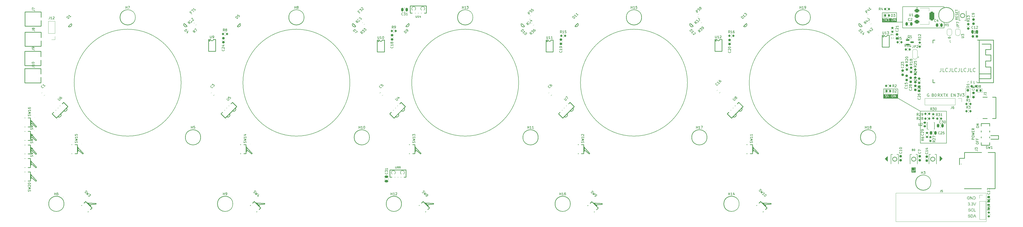
<source format=gbr>
%TF.GenerationSoftware,KiCad,Pcbnew,9.0.2*%
%TF.CreationDate,2025-07-03T01:21:55+02:00*%
%TF.ProjectId,Satisfactron_2025,53617469-7366-4616-9374-726f6e5f3230,rev?*%
%TF.SameCoordinates,Original*%
%TF.FileFunction,Legend,Top*%
%TF.FilePolarity,Positive*%
%FSLAX46Y46*%
G04 Gerber Fmt 4.6, Leading zero omitted, Abs format (unit mm)*
G04 Created by KiCad (PCBNEW 9.0.2) date 2025-07-03 01:21:55*
%MOMM*%
%LPD*%
G01*
G04 APERTURE LIST*
G04 Aperture macros list*
%AMRoundRect*
0 Rectangle with rounded corners*
0 $1 Rounding radius*
0 $2 $3 $4 $5 $6 $7 $8 $9 X,Y pos of 4 corners*
0 Add a 4 corners polygon primitive as box body*
4,1,4,$2,$3,$4,$5,$6,$7,$8,$9,$2,$3,0*
0 Add four circle primitives for the rounded corners*
1,1,$1+$1,$2,$3*
1,1,$1+$1,$4,$5*
1,1,$1+$1,$6,$7*
1,1,$1+$1,$8,$9*
0 Add four rect primitives between the rounded corners*
20,1,$1+$1,$2,$3,$4,$5,0*
20,1,$1+$1,$4,$5,$6,$7,0*
20,1,$1+$1,$6,$7,$8,$9,0*
20,1,$1+$1,$8,$9,$2,$3,0*%
%AMRotRect*
0 Rectangle, with rotation*
0 The origin of the aperture is its center*
0 $1 length*
0 $2 width*
0 $3 Rotation angle, in degrees counterclockwise*
0 Add horizontal line*
21,1,$1,$2,0,0,$3*%
%AMFreePoly0*
4,1,23,0.500000,-0.750000,0.000000,-0.750000,0.000000,-0.745722,-0.065263,-0.745722,-0.191342,-0.711940,-0.304381,-0.646677,-0.396677,-0.554381,-0.461940,-0.441342,-0.495722,-0.315263,-0.495722,-0.250000,-0.500000,-0.250000,-0.500000,0.250000,-0.495722,0.250000,-0.495722,0.315263,-0.461940,0.441342,-0.396677,0.554381,-0.304381,0.646677,-0.191342,0.711940,-0.065263,0.745722,0.000000,0.745722,
0.000000,0.750000,0.500000,0.750000,0.500000,-0.750000,0.500000,-0.750000,$1*%
%AMFreePoly1*
4,1,23,0.000000,0.745722,0.065263,0.745722,0.191342,0.711940,0.304381,0.646677,0.396677,0.554381,0.461940,0.441342,0.495722,0.315263,0.495722,0.250000,0.500000,0.250000,0.500000,-0.250000,0.495722,-0.250000,0.495722,-0.315263,0.461940,-0.441342,0.396677,-0.554381,0.304381,-0.646677,0.191342,-0.711940,0.065263,-0.745722,0.000000,-0.745722,0.000000,-0.750000,-0.500000,-0.750000,
-0.500000,0.750000,0.000000,0.750000,0.000000,0.745722,0.000000,0.745722,$1*%
%AMFreePoly2*
4,1,23,0.550000,-0.750000,0.000000,-0.750000,0.000000,-0.745722,-0.065263,-0.745722,-0.191342,-0.711940,-0.304381,-0.646677,-0.396677,-0.554381,-0.461940,-0.441342,-0.495722,-0.315263,-0.495722,-0.250000,-0.500000,-0.250000,-0.500000,0.250000,-0.495722,0.250000,-0.495722,0.315263,-0.461940,0.441342,-0.396677,0.554381,-0.304381,0.646677,-0.191342,0.711940,-0.065263,0.745722,0.000000,0.745722,
0.000000,0.750000,0.550000,0.750000,0.550000,-0.750000,0.550000,-0.750000,$1*%
%AMFreePoly3*
4,1,23,0.000000,0.745722,0.065263,0.745722,0.191342,0.711940,0.304381,0.646677,0.396677,0.554381,0.461940,0.441342,0.495722,0.315263,0.495722,0.250000,0.500000,0.250000,0.500000,-0.250000,0.495722,-0.250000,0.495722,-0.315263,0.461940,-0.441342,0.396677,-0.554381,0.304381,-0.646677,0.191342,-0.711940,0.065263,-0.745722,0.000000,-0.745722,0.000000,-0.750000,-0.550000,-0.750000,
-0.550000,0.750000,0.000000,0.750000,0.000000,0.745722,0.000000,0.745722,$1*%
G04 Aperture macros list end*
%ADD10C,0.150000*%
%ADD11C,0.200000*%
%ADD12C,0.254001*%
%ADD13C,0.059995*%
%ADD14C,0.300000*%
%ADD15C,0.120000*%
%ADD16C,0.152400*%
%ADD17C,0.100000*%
%ADD18C,0.150114*%
%ADD19C,0.000000*%
%ADD20C,6.200000*%
%ADD21O,1.864999X0.629997*%
%ADD22RoundRect,0.200000X-0.200000X-0.275000X0.200000X-0.275000X0.200000X0.275000X-0.200000X0.275000X0*%
%ADD23RoundRect,0.200000X0.053033X-0.335876X0.335876X-0.053033X-0.053033X0.335876X-0.335876X0.053033X0*%
%ADD24RoundRect,0.237500X-0.237500X0.300000X-0.237500X-0.300000X0.237500X-0.300000X0.237500X0.300000X0*%
%ADD25RoundRect,0.237500X0.237500X-0.300000X0.237500X0.300000X-0.237500X0.300000X-0.237500X-0.300000X0*%
%ADD26RoundRect,0.200000X0.200000X0.275000X-0.200000X0.275000X-0.200000X-0.275000X0.200000X-0.275000X0*%
%ADD27RoundRect,0.225000X-0.250000X0.225000X-0.250000X-0.225000X0.250000X-0.225000X0.250000X0.225000X0*%
%ADD28RoundRect,0.237500X0.237500X-0.250000X0.237500X0.250000X-0.237500X0.250000X-0.237500X-0.250000X0*%
%ADD29RotRect,0.800000X1.800000X225.000000*%
%ADD30R,1.700000X1.700000*%
%ADD31C,1.700000*%
%ADD32FreePoly0,270.000000*%
%ADD33FreePoly1,270.000000*%
%ADD34RoundRect,0.218750X0.218750X0.256250X-0.218750X0.256250X-0.218750X-0.256250X0.218750X-0.256250X0*%
%ADD35RoundRect,0.218750X-0.218750X-0.256250X0.218750X-0.256250X0.218750X0.256250X-0.218750X0.256250X0*%
%ADD36RotRect,0.529997X0.440005X135.000000*%
%ADD37RotRect,0.880010X1.000000X315.000000*%
%ADD38C,0.900025*%
%ADD39R,0.800000X0.770003*%
%ADD40R,0.829997X0.800000*%
%ADD41R,0.770003X0.800000*%
%ADD42C,3.200000*%
%ADD43RoundRect,0.250000X0.159099X-0.512652X0.512652X-0.159099X-0.159099X0.512652X-0.512652X0.159099X0*%
%ADD44RoundRect,0.250000X-0.250000X-0.475000X0.250000X-0.475000X0.250000X0.475000X-0.250000X0.475000X0*%
%ADD45C,1.200000*%
%ADD46R,1.600000X0.700000*%
%ADD47R,1.500000X1.200000*%
%ADD48R,2.200000X1.200000*%
%ADD49R,1.500000X1.600000*%
%ADD50RotRect,0.529997X0.440005X225.000000*%
%ADD51RotRect,0.880010X1.000000X45.000000*%
%ADD52R,1.359995X1.229997*%
%ADD53RoundRect,0.200000X0.275000X-0.200000X0.275000X0.200000X-0.275000X0.200000X-0.275000X-0.200000X0*%
%ADD54R,0.900000X1.500000*%
%ADD55R,1.500000X0.900000*%
%ADD56R,0.900000X0.900000*%
%ADD57C,5.500000*%
%ADD58RoundRect,0.237500X-0.237500X0.250000X-0.237500X-0.250000X0.237500X-0.250000X0.237500X0.250000X0*%
%ADD59O,1.700000X1.700000*%
%ADD60C,0.750013*%
%ADD61O,2.000000X1.200000*%
%ADD62O,1.800000X1.200000*%
%ADD63R,1.300000X0.300000*%
%ADD64RoundRect,0.250000X0.250000X0.475000X-0.250000X0.475000X-0.250000X-0.475000X0.250000X-0.475000X0*%
%ADD65R,0.800000X2.200000*%
%ADD66RoundRect,0.375000X-0.625000X-0.375000X0.625000X-0.375000X0.625000X0.375000X-0.625000X0.375000X0*%
%ADD67RoundRect,0.500000X-0.500000X-1.400000X0.500000X-1.400000X0.500000X1.400000X-0.500000X1.400000X0*%
%ADD68RoundRect,0.250000X0.475000X-0.250000X0.475000X0.250000X-0.475000X0.250000X-0.475000X-0.250000X0*%
%ADD69RoundRect,0.237500X0.250000X0.237500X-0.250000X0.237500X-0.250000X-0.237500X0.250000X-0.237500X0*%
%ADD70RotRect,0.800000X0.770003X45.000000*%
%ADD71RotRect,0.800000X0.829997X135.000000*%
%ADD72RotRect,0.800000X0.829997X315.000000*%
%ADD73RotRect,0.800000X0.770003X315.000000*%
%ADD74R,2.200000X1.600000*%
%ADD75R,1.800000X0.900000*%
%ADD76R,0.450013X0.650013*%
%ADD77R,1.900000X1.100000*%
%ADD78C,1.524003*%
%ADD79RoundRect,0.200000X-0.275000X0.200000X-0.275000X-0.200000X0.275000X-0.200000X0.275000X0.200000X0*%
%ADD80RoundRect,0.150000X-0.587500X-0.150000X0.587500X-0.150000X0.587500X0.150000X-0.587500X0.150000X0*%
%ADD81RoundRect,0.250000X-0.300000X0.300000X-0.300000X-0.300000X0.300000X-0.300000X0.300000X0.300000X0*%
%ADD82FreePoly2,90.000000*%
%ADD83R,1.500000X1.000000*%
%ADD84FreePoly3,90.000000*%
%ADD85RoundRect,0.237500X-0.300000X-0.237500X0.300000X-0.237500X0.300000X0.237500X-0.300000X0.237500X0*%
%ADD86C,1.600000*%
G04 APERTURE END LIST*
D10*
X347012872Y127428290D02*
X353012872Y127428290D01*
X352202872Y128998290D02*
X352952872Y128998290D01*
X352952872Y127438290D01*
X352202872Y127438290D01*
X352202872Y128998290D01*
G36*
X352202872Y128998290D02*
G01*
X352952872Y128998290D01*
X352952872Y127438290D01*
X352202872Y127438290D01*
X352202872Y128998290D01*
G37*
X347012872Y131428290D02*
X353012872Y131428290D01*
X371702872Y102000000D02*
X370702872Y101000000D01*
X370702872Y102999999D01*
X371702872Y102000000D01*
G36*
X371702872Y102000000D02*
G01*
X370702872Y101000000D01*
X370702872Y102999999D01*
X371702872Y102000000D01*
G37*
X352287472Y161068290D02*
X352412872Y161068290D01*
X352412872Y159508290D01*
X352287472Y159508290D01*
X352287472Y161068290D01*
G36*
X352287472Y161068290D02*
G01*
X352412872Y161068290D01*
X352412872Y159508290D01*
X352287472Y159508290D01*
X352287472Y161068290D01*
G37*
X347012872Y131428290D02*
X347012872Y127428290D01*
X355000000Y159500000D02*
X352412872Y159508290D01*
X346472872Y163498290D02*
X352472872Y163498290D01*
X353012872Y131428290D02*
X353012872Y127428290D01*
D11*
X122500000Y134000000D02*
G75*
G02*
X77500000Y134000000I-22500000J0D01*
G01*
X77500000Y134000000D02*
G75*
G02*
X122500000Y134000000I22500000J0D01*
G01*
D10*
X362500000Y122000000D02*
X373500000Y122000000D01*
X373500000Y108500000D01*
X362500000Y108500000D01*
X362500000Y122000000D01*
X355000000Y166000000D02*
X372500000Y166000000D01*
X372500000Y157000000D01*
X355000000Y157000000D01*
X355000000Y166000000D01*
X346472872Y163498290D02*
X346472872Y159498290D01*
X346692872Y159778290D02*
X352212872Y159778290D01*
X352212872Y159558290D01*
X346692872Y159558290D01*
X346692872Y159778290D01*
G36*
X346692872Y159778290D02*
G01*
X352212872Y159778290D01*
X352212872Y159558290D01*
X346692872Y159558290D01*
X346692872Y159778290D01*
G37*
X348702872Y100898290D02*
X347702872Y101898290D01*
X348702872Y102898290D01*
X348702872Y100898290D01*
G36*
X348702872Y100898290D02*
G01*
X347702872Y101898290D01*
X348702872Y102898290D01*
X348702872Y100898290D01*
G37*
D11*
X264500000Y134000000D02*
G75*
G02*
X219500000Y134000000I-22500000J0D01*
G01*
X219500000Y134000000D02*
G75*
G02*
X264500000Y134000000I22500000J0D01*
G01*
D10*
X347632872Y127708290D02*
X352352872Y127708290D01*
X352352872Y127488290D01*
X347632872Y127488290D01*
X347632872Y127708290D01*
G36*
X347632872Y127708290D02*
G01*
X352352872Y127708290D01*
X352352872Y127488290D01*
X347632872Y127488290D01*
X347632872Y127708290D01*
G37*
X362500000Y122000000D02*
X353000000Y127500000D01*
X346472872Y159498290D02*
X352472872Y159498290D01*
X346510172Y161068290D02*
X346635572Y161068290D01*
X346635572Y159498290D01*
X346510172Y159498290D01*
X346510172Y161068290D01*
G36*
X346510172Y161068290D02*
G01*
X346635572Y161068290D01*
X346635572Y159498290D01*
X346510172Y159498290D01*
X346510172Y161068290D01*
G37*
X347050172Y128998290D02*
X347625572Y128998290D01*
X347625572Y127428290D01*
X347050172Y127428290D01*
X347050172Y128998290D01*
G36*
X347050172Y128998290D02*
G01*
X347625572Y128998290D01*
X347625572Y127428290D01*
X347050172Y127428290D01*
X347050172Y128998290D01*
G37*
D11*
X335500000Y134000000D02*
G75*
G02*
X290500000Y134000000I-22500000J0D01*
G01*
X290500000Y134000000D02*
G75*
G02*
X335500000Y134000000I22500000J0D01*
G01*
X193500000Y134000000D02*
G75*
G02*
X148500000Y134000000I-22500000J0D01*
G01*
X148500000Y134000000D02*
G75*
G02*
X193500000Y134000000I22500000J0D01*
G01*
X51500000Y134000000D02*
G75*
G02*
X6500000Y134000000I-22500000J0D01*
G01*
X6500000Y134000000D02*
G75*
G02*
X51500000Y134000000I22500000J0D01*
G01*
D10*
X352472872Y163498290D02*
X352472872Y159498290D01*
G36*
X350852843Y128779213D02*
G01*
X350924785Y128707271D01*
X350965127Y128545904D01*
X350965127Y128231039D01*
X350924785Y128069673D01*
X350852842Y127997729D01*
X350784327Y127963471D01*
X350629261Y127963471D01*
X350560745Y127997729D01*
X350488802Y128069673D01*
X350448461Y128231039D01*
X350448461Y128545904D01*
X350488802Y128707271D01*
X350560745Y128779213D01*
X350629261Y128813471D01*
X350784327Y128813471D01*
X350852843Y128779213D01*
G37*
G36*
X352226238Y127702360D02*
G01*
X347616271Y127702360D01*
X347616271Y128405041D01*
X347727382Y128405041D01*
X347728473Y128401426D01*
X347728473Y128397650D01*
X347732667Y128387525D01*
X347735835Y128377025D01*
X347738226Y128374102D01*
X347739672Y128370613D01*
X347747425Y128362860D01*
X347754366Y128354377D01*
X347757692Y128352593D01*
X347760364Y128349921D01*
X347770491Y128345726D01*
X347780153Y128340543D01*
X347783912Y128340168D01*
X347787401Y128338722D01*
X347798362Y128338722D01*
X347809272Y128337631D01*
X347812888Y128338722D01*
X347816663Y128338722D01*
X347826788Y128342917D01*
X347837288Y128346084D01*
X347840211Y128348476D01*
X347843700Y128349921D01*
X347855065Y128359248D01*
X347894078Y128398261D01*
X347962594Y128432519D01*
X348165279Y128432519D01*
X348233795Y128398261D01*
X348264202Y128367854D01*
X348298460Y128299338D01*
X348298460Y128096653D01*
X348264201Y128028137D01*
X348233794Y127997729D01*
X348165279Y127963471D01*
X347962594Y127963471D01*
X347894078Y127997729D01*
X347855066Y128036742D01*
X347843700Y128046070D01*
X347816664Y128057269D01*
X347787401Y128057269D01*
X347760365Y128046071D01*
X347739672Y128025378D01*
X347728473Y127998342D01*
X347728473Y127969079D01*
X347739671Y127942043D01*
X347748998Y127930678D01*
X347796617Y127883058D01*
X347802366Y127878340D01*
X347803667Y127876840D01*
X347805926Y127875418D01*
X347807983Y127873730D01*
X347809810Y127872973D01*
X347816110Y127869008D01*
X347911348Y127821389D01*
X347925079Y127816134D01*
X347927768Y127815943D01*
X347930257Y127814912D01*
X347944889Y127813471D01*
X348182984Y127813471D01*
X348197616Y127814912D01*
X348200105Y127815944D01*
X348202793Y127816134D01*
X348216525Y127821389D01*
X348311763Y127869008D01*
X348318062Y127872973D01*
X348319890Y127873730D01*
X348321946Y127875418D01*
X348324206Y127876840D01*
X348325506Y127878340D01*
X348331256Y127883058D01*
X348378874Y127930677D01*
X348383592Y127936427D01*
X348385091Y127937726D01*
X348386512Y127939985D01*
X348388202Y127942043D01*
X348388959Y127943873D01*
X348392923Y127950169D01*
X348440542Y128045407D01*
X348445797Y128059138D01*
X348445988Y128061828D01*
X348447019Y128064316D01*
X348448460Y128078948D01*
X348448460Y128317043D01*
X348447019Y128331675D01*
X348445988Y128334164D01*
X348445797Y128336853D01*
X348440542Y128350584D01*
X348392923Y128445822D01*
X348388958Y128452122D01*
X348388201Y128453949D01*
X348386512Y128456006D01*
X348385091Y128458265D01*
X348383592Y128459565D01*
X348378874Y128465314D01*
X348331255Y128512933D01*
X348325505Y128517652D01*
X348324206Y128519150D01*
X348321946Y128520572D01*
X348319890Y128522260D01*
X348318062Y128523018D01*
X348311763Y128526982D01*
X348216525Y128574601D01*
X348202793Y128579856D01*
X348200105Y128580047D01*
X348197616Y128581078D01*
X348182984Y128582519D01*
X347944889Y128582519D01*
X347930257Y128581078D01*
X347927768Y128580048D01*
X347925079Y128579856D01*
X347911348Y128574601D01*
X347892706Y128565281D01*
X347917525Y128813471D01*
X348325841Y128813471D01*
X348340473Y128814912D01*
X348367509Y128826111D01*
X348388201Y128846803D01*
X348399400Y128873839D01*
X348399400Y128879091D01*
X348584764Y128879091D01*
X348588024Y128864754D01*
X348921357Y127864754D01*
X348927351Y127851329D01*
X348930861Y127847282D01*
X348933258Y127842488D01*
X348940366Y127836323D01*
X348946525Y127829222D01*
X348951314Y127826828D01*
X348955365Y127823314D01*
X348964290Y127820340D01*
X348972698Y127816135D01*
X348978042Y127815756D01*
X348983128Y127814060D01*
X348992508Y127814727D01*
X349001888Y127814060D01*
X349006973Y127815756D01*
X349012318Y127816135D01*
X349020728Y127820341D01*
X349029650Y127823314D01*
X349033697Y127826825D01*
X349038491Y127829221D01*
X349044654Y127836327D01*
X349051758Y127842488D01*
X349054153Y127847280D01*
X349057665Y127851328D01*
X349063659Y127864754D01*
X349293787Y128555138D01*
X350298461Y128555138D01*
X350298461Y128221805D01*
X350298712Y128219252D01*
X350298550Y128218159D01*
X350299359Y128212686D01*
X350299902Y128207173D01*
X350300324Y128206152D01*
X350300700Y128203615D01*
X350348319Y128013139D01*
X350353266Y127999293D01*
X350356585Y127994814D01*
X350358719Y127989662D01*
X350368047Y127978296D01*
X350463285Y127883057D01*
X350469035Y127878337D01*
X350470334Y127876840D01*
X350472588Y127875421D01*
X350474650Y127873729D01*
X350476482Y127872971D01*
X350482777Y127869008D01*
X350578015Y127821389D01*
X350591746Y127816134D01*
X350594435Y127815943D01*
X350596924Y127814912D01*
X350611556Y127813471D01*
X350802032Y127813471D01*
X350816664Y127814912D01*
X350819153Y127815944D01*
X350821841Y127816134D01*
X350835573Y127821389D01*
X350930811Y127869008D01*
X350937110Y127872973D01*
X350938938Y127873730D01*
X350940994Y127875419D01*
X350943254Y127876840D01*
X350944553Y127878339D01*
X350950303Y127883057D01*
X351045542Y127978297D01*
X351054869Y127989662D01*
X351057002Y127994814D01*
X351060322Y127999293D01*
X351065269Y128013139D01*
X351112888Y128203615D01*
X351113263Y128206152D01*
X351113686Y128207173D01*
X351114228Y128212686D01*
X351115038Y128218159D01*
X351114875Y128219252D01*
X351115127Y128221805D01*
X351115127Y128555138D01*
X351114875Y128557692D01*
X351115038Y128558784D01*
X351114228Y128564258D01*
X351113686Y128569770D01*
X351113263Y128570792D01*
X351112888Y128573328D01*
X351065269Y128763804D01*
X351060322Y128777650D01*
X351057003Y128782129D01*
X351054869Y128787282D01*
X351045541Y128798647D01*
X350955717Y128888471D01*
X351393699Y128888471D01*
X351393699Y127888471D01*
X351395140Y127873839D01*
X351406339Y127846803D01*
X351427031Y127826111D01*
X351454067Y127814912D01*
X351483331Y127814912D01*
X351510367Y127826111D01*
X351531059Y127846803D01*
X351542258Y127873839D01*
X351543699Y127888471D01*
X351543699Y128606055D01*
X351975009Y127851260D01*
X351977198Y127848176D01*
X351977767Y127846803D01*
X351979164Y127845406D01*
X351983519Y127839271D01*
X351991407Y127833163D01*
X351998459Y127826111D01*
X352002877Y127824281D01*
X352006657Y127821354D01*
X352016278Y127818730D01*
X352025495Y127814912D01*
X352030276Y127814912D01*
X352034888Y127813654D01*
X352044785Y127814912D01*
X352054759Y127814912D01*
X352059174Y127816742D01*
X352063918Y127817344D01*
X352072582Y127822295D01*
X352081795Y127826111D01*
X352085173Y127829490D01*
X352089327Y127831863D01*
X352095436Y127839753D01*
X352102487Y127846803D01*
X352104316Y127851220D01*
X352107244Y127855000D01*
X352109868Y127864624D01*
X352113686Y127873839D01*
X352114422Y127881322D01*
X352114944Y127883232D01*
X352114756Y127884708D01*
X352115127Y127888471D01*
X352115127Y128888471D01*
X352113686Y128903103D01*
X352102487Y128930139D01*
X352081795Y128950831D01*
X352054759Y128962030D01*
X352025495Y128962030D01*
X351998459Y128950831D01*
X351977767Y128930139D01*
X351966568Y128903103D01*
X351965127Y128888471D01*
X351965127Y128170888D01*
X351533817Y128925681D01*
X351531628Y128928765D01*
X351531059Y128930139D01*
X351529659Y128931539D01*
X351525307Y128937671D01*
X351517417Y128943781D01*
X351510367Y128950831D01*
X351505950Y128952661D01*
X351502170Y128955588D01*
X351492546Y128958213D01*
X351483331Y128962030D01*
X351478550Y128962030D01*
X351473938Y128963288D01*
X351464041Y128962030D01*
X351454067Y128962030D01*
X351449651Y128960201D01*
X351444908Y128959598D01*
X351436243Y128954648D01*
X351427031Y128950831D01*
X351423652Y128947453D01*
X351419499Y128945079D01*
X351413389Y128937190D01*
X351406339Y128930139D01*
X351404509Y128925723D01*
X351401582Y128921942D01*
X351398957Y128912319D01*
X351395140Y128903103D01*
X351394403Y128895621D01*
X351393882Y128893710D01*
X351394069Y128892235D01*
X351393699Y128888471D01*
X350955717Y128888471D01*
X350950303Y128893885D01*
X350944553Y128898604D01*
X350943254Y128900102D01*
X350940994Y128901524D01*
X350938938Y128903212D01*
X350937110Y128903970D01*
X350930811Y128907934D01*
X350835573Y128955553D01*
X350821841Y128960808D01*
X350819153Y128960999D01*
X350816664Y128962030D01*
X350802032Y128963471D01*
X350611556Y128963471D01*
X350596924Y128962030D01*
X350594435Y128961000D01*
X350591746Y128960808D01*
X350578015Y128955553D01*
X350482777Y128907934D01*
X350476482Y128903972D01*
X350474650Y128903213D01*
X350472588Y128901522D01*
X350470334Y128900102D01*
X350469035Y128898606D01*
X350463285Y128893885D01*
X350368047Y128798647D01*
X350358720Y128787282D01*
X350356586Y128782132D01*
X350353266Y128777650D01*
X350348319Y128763804D01*
X350300700Y128573328D01*
X350300324Y128570792D01*
X350299902Y128569770D01*
X350299359Y128564258D01*
X350298550Y128558784D01*
X350298712Y128557692D01*
X350298461Y128555138D01*
X349293787Y128555138D01*
X349396992Y128864754D01*
X349400252Y128879090D01*
X349398177Y128908280D01*
X349385091Y128934454D01*
X349362983Y128953628D01*
X349335221Y128962882D01*
X349306031Y128960807D01*
X349279858Y128947720D01*
X349260684Y128925613D01*
X349254690Y128912188D01*
X348992508Y128125642D01*
X348730326Y128912188D01*
X348724332Y128925614D01*
X348705158Y128947721D01*
X348678985Y128960807D01*
X348649795Y128962882D01*
X348622032Y128953628D01*
X348599925Y128934454D01*
X348586839Y128908281D01*
X348584764Y128879091D01*
X348399400Y128879091D01*
X348399400Y128903103D01*
X348388201Y128930139D01*
X348367509Y128950831D01*
X348340473Y128962030D01*
X348325841Y128963471D01*
X347849651Y128963471D01*
X347844239Y128962939D01*
X347842411Y128963121D01*
X347840624Y128962583D01*
X347835019Y128962030D01*
X347824892Y128957836D01*
X347814395Y128954668D01*
X347811471Y128952277D01*
X347807983Y128950831D01*
X347800229Y128943078D01*
X347791747Y128936137D01*
X347789962Y128932811D01*
X347787291Y128930139D01*
X347783095Y128920010D01*
X347777913Y128910350D01*
X347776805Y128904826D01*
X347776092Y128903103D01*
X347776092Y128901267D01*
X347775023Y128895934D01*
X347727404Y128419744D01*
X347727382Y128405041D01*
X347616271Y128405041D01*
X347616271Y129074582D01*
X352226238Y129074582D01*
X352226238Y127702360D01*
G37*
D11*
X375417290Y128785829D02*
X375817290Y128785829D01*
X375988718Y128157258D02*
X375417290Y128157258D01*
X375417290Y128157258D02*
X375417290Y129357258D01*
X375417290Y129357258D02*
X375988718Y129357258D01*
X376503004Y128157258D02*
X376503004Y129357258D01*
X376503004Y129357258D02*
X377188718Y128157258D01*
X377188718Y128157258D02*
X377188718Y129357258D01*
X386067219Y115260150D02*
X386067219Y115450626D01*
X386067219Y115450626D02*
X386114838Y115545864D01*
X386114838Y115545864D02*
X386210076Y115641102D01*
X386210076Y115641102D02*
X386400552Y115688721D01*
X386400552Y115688721D02*
X386733885Y115688721D01*
X386733885Y115688721D02*
X386924361Y115641102D01*
X386924361Y115641102D02*
X387019600Y115545864D01*
X387019600Y115545864D02*
X387067219Y115450626D01*
X387067219Y115450626D02*
X387067219Y115260150D01*
X387067219Y115260150D02*
X387019600Y115164912D01*
X387019600Y115164912D02*
X386924361Y115069674D01*
X386924361Y115069674D02*
X386733885Y115022055D01*
X386733885Y115022055D02*
X386400552Y115022055D01*
X386400552Y115022055D02*
X386210076Y115069674D01*
X386210076Y115069674D02*
X386114838Y115164912D01*
X386114838Y115164912D02*
X386067219Y115260150D01*
X387067219Y116117293D02*
X386067219Y116117293D01*
X386067219Y116117293D02*
X387067219Y116688721D01*
X387067219Y116688721D02*
X386067219Y116688721D01*
X366045861Y129300115D02*
X365931576Y129357258D01*
X365931576Y129357258D02*
X365760147Y129357258D01*
X365760147Y129357258D02*
X365588718Y129300115D01*
X365588718Y129300115D02*
X365474433Y129185829D01*
X365474433Y129185829D02*
X365417290Y129071543D01*
X365417290Y129071543D02*
X365360147Y128842972D01*
X365360147Y128842972D02*
X365360147Y128671543D01*
X365360147Y128671543D02*
X365417290Y128442972D01*
X365417290Y128442972D02*
X365474433Y128328686D01*
X365474433Y128328686D02*
X365588718Y128214400D01*
X365588718Y128214400D02*
X365760147Y128157258D01*
X365760147Y128157258D02*
X365874433Y128157258D01*
X365874433Y128157258D02*
X366045861Y128214400D01*
X366045861Y128214400D02*
X366103004Y128271543D01*
X366103004Y128271543D02*
X366103004Y128671543D01*
X366103004Y128671543D02*
X365874433Y128671543D01*
X385967219Y108360150D02*
X385967219Y108550626D01*
X385967219Y108550626D02*
X386014838Y108645864D01*
X386014838Y108645864D02*
X386110076Y108741102D01*
X386110076Y108741102D02*
X386300552Y108788721D01*
X386300552Y108788721D02*
X386633885Y108788721D01*
X386633885Y108788721D02*
X386824361Y108741102D01*
X386824361Y108741102D02*
X386919600Y108645864D01*
X386919600Y108645864D02*
X386967219Y108550626D01*
X386967219Y108550626D02*
X386967219Y108360150D01*
X386967219Y108360150D02*
X386919600Y108264912D01*
X386919600Y108264912D02*
X386824361Y108169674D01*
X386824361Y108169674D02*
X386633885Y108122055D01*
X386633885Y108122055D02*
X386300552Y108122055D01*
X386300552Y108122055D02*
X386110076Y108169674D01*
X386110076Y108169674D02*
X386014838Y108264912D01*
X386014838Y108264912D02*
X385967219Y108360150D01*
X386443409Y109550626D02*
X386443409Y109217293D01*
X386967219Y109217293D02*
X385967219Y109217293D01*
X385967219Y109217293D02*
X385967219Y109693483D01*
X386443409Y110407769D02*
X386443409Y110074436D01*
X386967219Y110074436D02*
X385967219Y110074436D01*
X385967219Y110074436D02*
X385967219Y110550626D01*
X367817290Y128785829D02*
X367988718Y128728686D01*
X367988718Y128728686D02*
X368045861Y128671543D01*
X368045861Y128671543D02*
X368103004Y128557258D01*
X368103004Y128557258D02*
X368103004Y128385829D01*
X368103004Y128385829D02*
X368045861Y128271543D01*
X368045861Y128271543D02*
X367988718Y128214400D01*
X367988718Y128214400D02*
X367874433Y128157258D01*
X367874433Y128157258D02*
X367417290Y128157258D01*
X367417290Y128157258D02*
X367417290Y129357258D01*
X367417290Y129357258D02*
X367817290Y129357258D01*
X367817290Y129357258D02*
X367931576Y129300115D01*
X367931576Y129300115D02*
X367988718Y129242972D01*
X367988718Y129242972D02*
X368045861Y129128686D01*
X368045861Y129128686D02*
X368045861Y129014400D01*
X368045861Y129014400D02*
X367988718Y128900115D01*
X367988718Y128900115D02*
X367931576Y128842972D01*
X367931576Y128842972D02*
X367817290Y128785829D01*
X367817290Y128785829D02*
X367417290Y128785829D01*
X368845861Y129357258D02*
X368960147Y129357258D01*
X368960147Y129357258D02*
X369074433Y129300115D01*
X369074433Y129300115D02*
X369131576Y129242972D01*
X369131576Y129242972D02*
X369188718Y129128686D01*
X369188718Y129128686D02*
X369245861Y128900115D01*
X369245861Y128900115D02*
X369245861Y128614400D01*
X369245861Y128614400D02*
X369188718Y128385829D01*
X369188718Y128385829D02*
X369131576Y128271543D01*
X369131576Y128271543D02*
X369074433Y128214400D01*
X369074433Y128214400D02*
X368960147Y128157258D01*
X368960147Y128157258D02*
X368845861Y128157258D01*
X368845861Y128157258D02*
X368731576Y128214400D01*
X368731576Y128214400D02*
X368674433Y128271543D01*
X368674433Y128271543D02*
X368617290Y128385829D01*
X368617290Y128385829D02*
X368560147Y128614400D01*
X368560147Y128614400D02*
X368560147Y128900115D01*
X368560147Y128900115D02*
X368617290Y129128686D01*
X368617290Y129128686D02*
X368674433Y129242972D01*
X368674433Y129242972D02*
X368731576Y129300115D01*
X368731576Y129300115D02*
X368845861Y129357258D01*
X378267219Y161141102D02*
X377791028Y160807769D01*
X378267219Y160569674D02*
X377267219Y160569674D01*
X377267219Y160569674D02*
X377267219Y160950626D01*
X377267219Y160950626D02*
X377314838Y161045864D01*
X377314838Y161045864D02*
X377362457Y161093483D01*
X377362457Y161093483D02*
X377457695Y161141102D01*
X377457695Y161141102D02*
X377600552Y161141102D01*
X377600552Y161141102D02*
X377695790Y161093483D01*
X377695790Y161093483D02*
X377743409Y161045864D01*
X377743409Y161045864D02*
X377791028Y160950626D01*
X377791028Y160950626D02*
X377791028Y160569674D01*
X377743409Y161569674D02*
X377743409Y161903007D01*
X378267219Y162045864D02*
X378267219Y161569674D01*
X378267219Y161569674D02*
X377267219Y161569674D01*
X377267219Y161569674D02*
X377267219Y162045864D01*
X378219600Y162426817D02*
X378267219Y162569674D01*
X378267219Y162569674D02*
X378267219Y162807769D01*
X378267219Y162807769D02*
X378219600Y162903007D01*
X378219600Y162903007D02*
X378171980Y162950626D01*
X378171980Y162950626D02*
X378076742Y162998245D01*
X378076742Y162998245D02*
X377981504Y162998245D01*
X377981504Y162998245D02*
X377886266Y162950626D01*
X377886266Y162950626D02*
X377838647Y162903007D01*
X377838647Y162903007D02*
X377791028Y162807769D01*
X377791028Y162807769D02*
X377743409Y162617293D01*
X377743409Y162617293D02*
X377695790Y162522055D01*
X377695790Y162522055D02*
X377648171Y162474436D01*
X377648171Y162474436D02*
X377552933Y162426817D01*
X377552933Y162426817D02*
X377457695Y162426817D01*
X377457695Y162426817D02*
X377362457Y162474436D01*
X377362457Y162474436D02*
X377314838Y162522055D01*
X377314838Y162522055D02*
X377267219Y162617293D01*
X377267219Y162617293D02*
X377267219Y162855388D01*
X377267219Y162855388D02*
X377314838Y162998245D01*
X377743409Y163426817D02*
X377743409Y163760150D01*
X378267219Y163903007D02*
X378267219Y163426817D01*
X378267219Y163426817D02*
X377267219Y163426817D01*
X377267219Y163426817D02*
X377267219Y163903007D01*
X377267219Y164188722D02*
X377267219Y164760150D01*
X378267219Y164474436D02*
X377267219Y164474436D01*
X372245861Y129357258D02*
X372931576Y129357258D01*
X372588718Y128157258D02*
X372588718Y129357258D01*
X373217290Y129357258D02*
X374017290Y128157258D01*
X374017290Y129357258D02*
X373217290Y128157258D01*
X378003006Y129457258D02*
X378745863Y129457258D01*
X378745863Y129457258D02*
X378345863Y129000115D01*
X378345863Y129000115D02*
X378517292Y129000115D01*
X378517292Y129000115D02*
X378631578Y128942972D01*
X378631578Y128942972D02*
X378688720Y128885829D01*
X378688720Y128885829D02*
X378745863Y128771543D01*
X378745863Y128771543D02*
X378745863Y128485829D01*
X378745863Y128485829D02*
X378688720Y128371543D01*
X378688720Y128371543D02*
X378631578Y128314400D01*
X378631578Y128314400D02*
X378517292Y128257258D01*
X378517292Y128257258D02*
X378174435Y128257258D01*
X378174435Y128257258D02*
X378060149Y128314400D01*
X378060149Y128314400D02*
X378003006Y128371543D01*
X379088720Y129457258D02*
X379488720Y128257258D01*
X379488720Y128257258D02*
X379888720Y129457258D01*
X380174434Y129457258D02*
X380917291Y129457258D01*
X380917291Y129457258D02*
X380517291Y129000115D01*
X380517291Y129000115D02*
X380688720Y129000115D01*
X380688720Y129000115D02*
X380803006Y128942972D01*
X380803006Y128942972D02*
X380860148Y128885829D01*
X380860148Y128885829D02*
X380917291Y128771543D01*
X380917291Y128771543D02*
X380917291Y128485829D01*
X380917291Y128485829D02*
X380860148Y128371543D01*
X380860148Y128371543D02*
X380803006Y128314400D01*
X380803006Y128314400D02*
X380688720Y128257258D01*
X380688720Y128257258D02*
X380345863Y128257258D01*
X380345863Y128257258D02*
X380231577Y128314400D01*
X380231577Y128314400D02*
X380174434Y128371543D01*
X385167219Y110069674D02*
X384167219Y110069674D01*
X384167219Y110069674D02*
X384167219Y110450626D01*
X384167219Y110450626D02*
X384214838Y110545864D01*
X384214838Y110545864D02*
X384262457Y110593483D01*
X384262457Y110593483D02*
X384357695Y110641102D01*
X384357695Y110641102D02*
X384500552Y110641102D01*
X384500552Y110641102D02*
X384595790Y110593483D01*
X384595790Y110593483D02*
X384643409Y110545864D01*
X384643409Y110545864D02*
X384691028Y110450626D01*
X384691028Y110450626D02*
X384691028Y110069674D01*
X384167219Y111260150D02*
X384167219Y111450626D01*
X384167219Y111450626D02*
X384214838Y111545864D01*
X384214838Y111545864D02*
X384310076Y111641102D01*
X384310076Y111641102D02*
X384500552Y111688721D01*
X384500552Y111688721D02*
X384833885Y111688721D01*
X384833885Y111688721D02*
X385024361Y111641102D01*
X385024361Y111641102D02*
X385119600Y111545864D01*
X385119600Y111545864D02*
X385167219Y111450626D01*
X385167219Y111450626D02*
X385167219Y111260150D01*
X385167219Y111260150D02*
X385119600Y111164912D01*
X385119600Y111164912D02*
X385024361Y111069674D01*
X385024361Y111069674D02*
X384833885Y111022055D01*
X384833885Y111022055D02*
X384500552Y111022055D01*
X384500552Y111022055D02*
X384310076Y111069674D01*
X384310076Y111069674D02*
X384214838Y111164912D01*
X384214838Y111164912D02*
X384167219Y111260150D01*
X384167219Y112022055D02*
X385167219Y112260150D01*
X385167219Y112260150D02*
X384452933Y112450626D01*
X384452933Y112450626D02*
X385167219Y112641102D01*
X385167219Y112641102D02*
X384167219Y112879197D01*
X384643409Y113260150D02*
X384643409Y113593483D01*
X385167219Y113736340D02*
X385167219Y113260150D01*
X385167219Y113260150D02*
X384167219Y113260150D01*
X384167219Y113260150D02*
X384167219Y113736340D01*
X385167219Y114736340D02*
X384691028Y114403007D01*
X385167219Y114164912D02*
X384167219Y114164912D01*
X384167219Y114164912D02*
X384167219Y114545864D01*
X384167219Y114545864D02*
X384214838Y114641102D01*
X384214838Y114641102D02*
X384262457Y114688721D01*
X384262457Y114688721D02*
X384357695Y114736340D01*
X384357695Y114736340D02*
X384500552Y114736340D01*
X384500552Y114736340D02*
X384595790Y114688721D01*
X384595790Y114688721D02*
X384643409Y114641102D01*
X384643409Y114641102D02*
X384691028Y114545864D01*
X384691028Y114545864D02*
X384691028Y114164912D01*
D10*
G36*
X360517825Y96155071D02*
G01*
X358781965Y96155071D01*
X358781965Y96846437D01*
X359004187Y96846437D01*
X359004187Y96817174D01*
X359015385Y96790137D01*
X359024713Y96778772D01*
X359405665Y96397819D01*
X359417030Y96388492D01*
X359444066Y96377293D01*
X359473329Y96377293D01*
X359500365Y96388492D01*
X359521058Y96409184D01*
X359532257Y96436221D01*
X359532257Y96465483D01*
X359521058Y96492520D01*
X359511731Y96503885D01*
X359258812Y96756805D01*
X360220603Y96756805D01*
X360235235Y96758246D01*
X360262271Y96769445D01*
X360282963Y96790137D01*
X360294162Y96817173D01*
X360294162Y96817174D01*
X360295603Y96831805D01*
X360295603Y97974662D01*
X360294162Y97989294D01*
X360282963Y98016330D01*
X360262271Y98037022D01*
X360235235Y98048221D01*
X360205971Y98048221D01*
X360178935Y98037022D01*
X360158243Y98016330D01*
X360147044Y97989294D01*
X360145603Y97974662D01*
X360145603Y96906805D01*
X359258812Y96906805D01*
X359511731Y97159724D01*
X359521058Y97171089D01*
X359532257Y97198125D01*
X359532257Y97227388D01*
X359521058Y97254424D01*
X359500365Y97275117D01*
X359473329Y97286316D01*
X359444066Y97286316D01*
X359417030Y97275117D01*
X359405665Y97265790D01*
X359024713Y96884838D01*
X359015386Y96873473D01*
X359004187Y96846437D01*
X358781965Y96846437D01*
X358781965Y98270443D01*
X360517825Y98270443D01*
X360517825Y96155071D01*
G37*
X359258698Y105723043D02*
X359372984Y105684948D01*
X359372984Y105684948D02*
X359411079Y105646852D01*
X359411079Y105646852D02*
X359449175Y105570662D01*
X359449175Y105570662D02*
X359449175Y105456376D01*
X359449175Y105456376D02*
X359411079Y105380186D01*
X359411079Y105380186D02*
X359372984Y105342090D01*
X359372984Y105342090D02*
X359296794Y105303995D01*
X359296794Y105303995D02*
X358992032Y105303995D01*
X358992032Y105303995D02*
X358992032Y106103995D01*
X358992032Y106103995D02*
X359258698Y106103995D01*
X359258698Y106103995D02*
X359334889Y106065900D01*
X359334889Y106065900D02*
X359372984Y106027805D01*
X359372984Y106027805D02*
X359411079Y105951614D01*
X359411079Y105951614D02*
X359411079Y105875424D01*
X359411079Y105875424D02*
X359372984Y105799233D01*
X359372984Y105799233D02*
X359334889Y105761138D01*
X359334889Y105761138D02*
X359258698Y105723043D01*
X359258698Y105723043D02*
X358992032Y105723043D01*
X359944413Y106103995D02*
X360020603Y106103995D01*
X360020603Y106103995D02*
X360096794Y106065900D01*
X360096794Y106065900D02*
X360134889Y106027805D01*
X360134889Y106027805D02*
X360172984Y105951614D01*
X360172984Y105951614D02*
X360211079Y105799233D01*
X360211079Y105799233D02*
X360211079Y105608757D01*
X360211079Y105608757D02*
X360172984Y105456376D01*
X360172984Y105456376D02*
X360134889Y105380186D01*
X360134889Y105380186D02*
X360096794Y105342090D01*
X360096794Y105342090D02*
X360020603Y105303995D01*
X360020603Y105303995D02*
X359944413Y105303995D01*
X359944413Y105303995D02*
X359868222Y105342090D01*
X359868222Y105342090D02*
X359830127Y105380186D01*
X359830127Y105380186D02*
X359792032Y105456376D01*
X359792032Y105456376D02*
X359753936Y105608757D01*
X359753936Y105608757D02*
X359753936Y105799233D01*
X359753936Y105799233D02*
X359792032Y105951614D01*
X359792032Y105951614D02*
X359830127Y106027805D01*
X359830127Y106027805D02*
X359868222Y106065900D01*
X359868222Y106065900D02*
X359944413Y106103995D01*
D11*
X370603004Y128157258D02*
X370203004Y128728686D01*
X369917290Y128157258D02*
X369917290Y129357258D01*
X369917290Y129357258D02*
X370374433Y129357258D01*
X370374433Y129357258D02*
X370488718Y129300115D01*
X370488718Y129300115D02*
X370545861Y129242972D01*
X370545861Y129242972D02*
X370603004Y129128686D01*
X370603004Y129128686D02*
X370603004Y128957258D01*
X370603004Y128957258D02*
X370545861Y128842972D01*
X370545861Y128842972D02*
X370488718Y128785829D01*
X370488718Y128785829D02*
X370374433Y128728686D01*
X370374433Y128728686D02*
X369917290Y128728686D01*
X371003004Y129357258D02*
X371803004Y128157258D01*
X371803004Y129357258D02*
X371003004Y128157258D01*
D10*
G36*
X350895224Y160849213D02*
G01*
X350967166Y160777271D01*
X351007508Y160615904D01*
X351007508Y160301039D01*
X350967166Y160139673D01*
X350895223Y160067729D01*
X350826708Y160033471D01*
X350671642Y160033471D01*
X350603126Y160067729D01*
X350531183Y160139673D01*
X350490842Y160301039D01*
X350490842Y160615904D01*
X350531183Y160777271D01*
X350603126Y160849213D01*
X350671642Y160883471D01*
X350826708Y160883471D01*
X350895224Y160849213D01*
G37*
G36*
X352268619Y159772360D02*
G01*
X346659743Y159772360D01*
X346659743Y160973103D01*
X346770854Y160973103D01*
X346770854Y160943839D01*
X346782053Y160916803D01*
X346802745Y160896111D01*
X346829781Y160884912D01*
X346844413Y160883471D01*
X347298178Y160883471D01*
X347073684Y160626907D01*
X347069162Y160620583D01*
X347067767Y160619187D01*
X347067218Y160617864D01*
X347065133Y160614946D01*
X347061231Y160603409D01*
X347056568Y160592151D01*
X347056568Y160589621D01*
X347055758Y160587225D01*
X347056568Y160575072D01*
X347056568Y160562887D01*
X347057535Y160560551D01*
X347057704Y160558027D01*
X347063106Y160547102D01*
X347067767Y160535851D01*
X347069553Y160534065D01*
X347070676Y160531795D01*
X347079848Y160523770D01*
X347088459Y160515159D01*
X347090795Y160514191D01*
X347092700Y160512525D01*
X347104237Y160508624D01*
X347115495Y160503960D01*
X347119065Y160503609D01*
X347120421Y160503150D01*
X347122388Y160503282D01*
X347130127Y160502519D01*
X347255279Y160502519D01*
X347323795Y160468261D01*
X347354202Y160437854D01*
X347388460Y160369338D01*
X347388460Y160166653D01*
X347354201Y160098137D01*
X347323794Y160067729D01*
X347255279Y160033471D01*
X347004975Y160033471D01*
X346936459Y160067729D01*
X346897447Y160106742D01*
X346886081Y160116070D01*
X346859045Y160127269D01*
X346829782Y160127269D01*
X346802746Y160116071D01*
X346782053Y160095378D01*
X346770854Y160068342D01*
X346770854Y160039079D01*
X346782052Y160012043D01*
X346791379Y160000678D01*
X346838998Y159953058D01*
X346844747Y159948340D01*
X346846048Y159946840D01*
X346848307Y159945418D01*
X346850364Y159943730D01*
X346852191Y159942973D01*
X346858491Y159939008D01*
X346953729Y159891389D01*
X346967460Y159886134D01*
X346970149Y159885943D01*
X346972638Y159884912D01*
X346987270Y159883471D01*
X347272984Y159883471D01*
X347287616Y159884912D01*
X347290105Y159885944D01*
X347292793Y159886134D01*
X347306525Y159891389D01*
X347401763Y159939008D01*
X347408062Y159942973D01*
X347409890Y159943730D01*
X347411946Y159945418D01*
X347414206Y159946840D01*
X347415506Y159948340D01*
X347421256Y159953058D01*
X347468874Y160000677D01*
X347473592Y160006427D01*
X347475091Y160007726D01*
X347476512Y160009985D01*
X347478202Y160012043D01*
X347478959Y160013873D01*
X347482923Y160020169D01*
X347530542Y160115407D01*
X347535797Y160129138D01*
X347535988Y160131828D01*
X347537019Y160134316D01*
X347538460Y160148948D01*
X347538460Y160387043D01*
X347537019Y160401675D01*
X347535988Y160404164D01*
X347535797Y160406853D01*
X347530542Y160420584D01*
X347482923Y160515822D01*
X347478958Y160522122D01*
X347478201Y160523949D01*
X347476512Y160526006D01*
X347475091Y160528265D01*
X347473592Y160529565D01*
X347468874Y160535314D01*
X347421255Y160582933D01*
X347415505Y160587652D01*
X347414206Y160589150D01*
X347411946Y160590572D01*
X347409890Y160592260D01*
X347408062Y160593018D01*
X347401763Y160596982D01*
X347306525Y160644601D01*
X347293007Y160649774D01*
X347519903Y160909083D01*
X347524424Y160915408D01*
X347525820Y160916803D01*
X347526368Y160918127D01*
X347528454Y160921044D01*
X347532355Y160932582D01*
X347537019Y160943839D01*
X347537019Y160946370D01*
X347537829Y160948765D01*
X347537807Y160949091D01*
X347674764Y160949091D01*
X347678024Y160934754D01*
X348011357Y159934754D01*
X348017351Y159921329D01*
X348020861Y159917282D01*
X348023258Y159912488D01*
X348030366Y159906323D01*
X348036525Y159899222D01*
X348041314Y159896828D01*
X348045365Y159893314D01*
X348054290Y159890340D01*
X348062698Y159886135D01*
X348068042Y159885756D01*
X348073128Y159884060D01*
X348082508Y159884727D01*
X348091888Y159884060D01*
X348096973Y159885756D01*
X348102318Y159886135D01*
X348110728Y159890341D01*
X348119650Y159893314D01*
X348123697Y159896825D01*
X348128491Y159899221D01*
X348134654Y159906327D01*
X348141758Y159912488D01*
X348144153Y159917280D01*
X348147665Y159921328D01*
X348153659Y159934754D01*
X348486992Y160934754D01*
X348490252Y160949090D01*
X348488545Y160973103D01*
X348580378Y160973103D01*
X348580378Y160943839D01*
X348591577Y160916803D01*
X348612269Y160896111D01*
X348639305Y160884912D01*
X348653937Y160883471D01*
X349107702Y160883471D01*
X348883208Y160626907D01*
X348878686Y160620583D01*
X348877291Y160619187D01*
X348876742Y160617864D01*
X348874657Y160614946D01*
X348870755Y160603409D01*
X348866092Y160592151D01*
X348866092Y160589621D01*
X348865282Y160587225D01*
X348866092Y160575072D01*
X348866092Y160562887D01*
X348867059Y160560551D01*
X348867228Y160558027D01*
X348872630Y160547102D01*
X348877291Y160535851D01*
X348879077Y160534065D01*
X348880200Y160531795D01*
X348889372Y160523770D01*
X348897983Y160515159D01*
X348900319Y160514191D01*
X348902224Y160512525D01*
X348913761Y160508624D01*
X348925019Y160503960D01*
X348928589Y160503609D01*
X348929945Y160503150D01*
X348931912Y160503282D01*
X348939651Y160502519D01*
X349064803Y160502519D01*
X349133319Y160468261D01*
X349163726Y160437854D01*
X349197984Y160369338D01*
X349197984Y160166653D01*
X349163725Y160098137D01*
X349133318Y160067729D01*
X349064803Y160033471D01*
X348814499Y160033471D01*
X348745983Y160067729D01*
X348706971Y160106742D01*
X348695605Y160116070D01*
X348668569Y160127269D01*
X348639306Y160127269D01*
X348612270Y160116071D01*
X348591577Y160095378D01*
X348580378Y160068342D01*
X348580378Y160039079D01*
X348591576Y160012043D01*
X348600903Y160000678D01*
X348648522Y159953058D01*
X348654271Y159948340D01*
X348655572Y159946840D01*
X348657831Y159945418D01*
X348659888Y159943730D01*
X348661715Y159942973D01*
X348668015Y159939008D01*
X348763253Y159891389D01*
X348776984Y159886134D01*
X348779673Y159885943D01*
X348782162Y159884912D01*
X348796794Y159883471D01*
X349082508Y159883471D01*
X349097140Y159884912D01*
X349099629Y159885944D01*
X349102317Y159886134D01*
X349116049Y159891389D01*
X349211287Y159939008D01*
X349217586Y159942973D01*
X349219414Y159943730D01*
X349221470Y159945418D01*
X349223730Y159946840D01*
X349225030Y159948340D01*
X349230780Y159953058D01*
X349278398Y160000677D01*
X349283116Y160006427D01*
X349284615Y160007726D01*
X349286036Y160009985D01*
X349287726Y160012043D01*
X349288483Y160013873D01*
X349292447Y160020169D01*
X349340066Y160115407D01*
X349345321Y160129138D01*
X349345512Y160131828D01*
X349346543Y160134316D01*
X349347984Y160148948D01*
X349347984Y160387043D01*
X349346543Y160401675D01*
X349345512Y160404164D01*
X349345321Y160406853D01*
X349340066Y160420584D01*
X349292447Y160515822D01*
X349288482Y160522122D01*
X349287725Y160523949D01*
X349286036Y160526006D01*
X349284615Y160528265D01*
X349283116Y160529565D01*
X349278398Y160535314D01*
X349230779Y160582933D01*
X349225029Y160587652D01*
X349223730Y160589150D01*
X349221470Y160590572D01*
X349219414Y160592260D01*
X349217586Y160593018D01*
X349211287Y160596982D01*
X349154975Y160625138D01*
X350340842Y160625138D01*
X350340842Y160291805D01*
X350341093Y160289252D01*
X350340931Y160288159D01*
X350341740Y160282686D01*
X350342283Y160277173D01*
X350342705Y160276152D01*
X350343081Y160273615D01*
X350390700Y160083139D01*
X350395647Y160069293D01*
X350398966Y160064814D01*
X350401100Y160059662D01*
X350410428Y160048296D01*
X350505666Y159953057D01*
X350511416Y159948337D01*
X350512715Y159946840D01*
X350514969Y159945421D01*
X350517031Y159943729D01*
X350518863Y159942971D01*
X350525158Y159939008D01*
X350620396Y159891389D01*
X350634127Y159886134D01*
X350636816Y159885943D01*
X350639305Y159884912D01*
X350653937Y159883471D01*
X350844413Y159883471D01*
X350859045Y159884912D01*
X350861534Y159885944D01*
X350864222Y159886134D01*
X350877954Y159891389D01*
X350973192Y159939008D01*
X350979491Y159942973D01*
X350981319Y159943730D01*
X350983375Y159945419D01*
X350985635Y159946840D01*
X350986934Y159948339D01*
X350992684Y159953057D01*
X351087923Y160048297D01*
X351097250Y160059662D01*
X351099383Y160064814D01*
X351102703Y160069293D01*
X351107650Y160083139D01*
X351155269Y160273615D01*
X351155644Y160276152D01*
X351156067Y160277173D01*
X351156609Y160282686D01*
X351157419Y160288159D01*
X351157256Y160289252D01*
X351157508Y160291805D01*
X351157508Y160625138D01*
X351157256Y160627692D01*
X351157419Y160628784D01*
X351156609Y160634258D01*
X351156067Y160639770D01*
X351155644Y160640792D01*
X351155269Y160643328D01*
X351107650Y160833804D01*
X351102703Y160847650D01*
X351099384Y160852129D01*
X351097250Y160857282D01*
X351087922Y160868647D01*
X350998098Y160958471D01*
X351436080Y160958471D01*
X351436080Y159958471D01*
X351437521Y159943839D01*
X351448720Y159916803D01*
X351469412Y159896111D01*
X351496448Y159884912D01*
X351525712Y159884912D01*
X351552748Y159896111D01*
X351573440Y159916803D01*
X351584639Y159943839D01*
X351586080Y159958471D01*
X351586080Y160676055D01*
X352017390Y159921260D01*
X352019579Y159918176D01*
X352020148Y159916803D01*
X352021545Y159915406D01*
X352025900Y159909271D01*
X352033788Y159903163D01*
X352040840Y159896111D01*
X352045258Y159894281D01*
X352049038Y159891354D01*
X352058659Y159888730D01*
X352067876Y159884912D01*
X352072657Y159884912D01*
X352077269Y159883654D01*
X352087166Y159884912D01*
X352097140Y159884912D01*
X352101555Y159886742D01*
X352106299Y159887344D01*
X352114963Y159892295D01*
X352124176Y159896111D01*
X352127554Y159899490D01*
X352131708Y159901863D01*
X352137817Y159909753D01*
X352144868Y159916803D01*
X352146697Y159921220D01*
X352149625Y159925000D01*
X352152249Y159934624D01*
X352156067Y159943839D01*
X352156803Y159951322D01*
X352157325Y159953232D01*
X352157137Y159954708D01*
X352157508Y159958471D01*
X352157508Y160958471D01*
X352156067Y160973103D01*
X352144868Y161000139D01*
X352124176Y161020831D01*
X352097140Y161032030D01*
X352067876Y161032030D01*
X352040840Y161020831D01*
X352020148Y161000139D01*
X352008949Y160973103D01*
X352007508Y160958471D01*
X352007508Y160240888D01*
X351576198Y160995681D01*
X351574009Y160998765D01*
X351573440Y161000139D01*
X351572040Y161001539D01*
X351567688Y161007671D01*
X351559798Y161013781D01*
X351552748Y161020831D01*
X351548331Y161022661D01*
X351544551Y161025588D01*
X351534927Y161028213D01*
X351525712Y161032030D01*
X351520931Y161032030D01*
X351516319Y161033288D01*
X351506422Y161032030D01*
X351496448Y161032030D01*
X351492032Y161030201D01*
X351487289Y161029598D01*
X351478624Y161024648D01*
X351469412Y161020831D01*
X351466033Y161017453D01*
X351461880Y161015079D01*
X351455770Y161007190D01*
X351448720Y161000139D01*
X351446890Y160995723D01*
X351443963Y160991942D01*
X351441338Y160982319D01*
X351437521Y160973103D01*
X351436784Y160965621D01*
X351436263Y160963710D01*
X351436450Y160962235D01*
X351436080Y160958471D01*
X350998098Y160958471D01*
X350992684Y160963885D01*
X350986934Y160968604D01*
X350985635Y160970102D01*
X350983375Y160971524D01*
X350981319Y160973212D01*
X350979491Y160973970D01*
X350973192Y160977934D01*
X350877954Y161025553D01*
X350864222Y161030808D01*
X350861534Y161030999D01*
X350859045Y161032030D01*
X350844413Y161033471D01*
X350653937Y161033471D01*
X350639305Y161032030D01*
X350636816Y161031000D01*
X350634127Y161030808D01*
X350620396Y161025553D01*
X350525158Y160977934D01*
X350518863Y160973972D01*
X350517031Y160973213D01*
X350514969Y160971522D01*
X350512715Y160970102D01*
X350511416Y160968606D01*
X350505666Y160963885D01*
X350410428Y160868647D01*
X350401101Y160857282D01*
X350398967Y160852132D01*
X350395647Y160847650D01*
X350390700Y160833804D01*
X350343081Y160643328D01*
X350342705Y160640792D01*
X350342283Y160639770D01*
X350341740Y160634258D01*
X350340931Y160628784D01*
X350341093Y160627692D01*
X350340842Y160625138D01*
X349154975Y160625138D01*
X349116049Y160644601D01*
X349102531Y160649774D01*
X349329427Y160909083D01*
X349333948Y160915408D01*
X349335344Y160916803D01*
X349335892Y160918127D01*
X349337978Y160921044D01*
X349341879Y160932582D01*
X349346543Y160943839D01*
X349346543Y160946370D01*
X349347353Y160948765D01*
X349346543Y160960919D01*
X349346543Y160973103D01*
X349345575Y160975440D01*
X349345407Y160977963D01*
X349340004Y160988889D01*
X349335344Y161000139D01*
X349333557Y161001926D01*
X349332435Y161004195D01*
X349323262Y161012221D01*
X349314652Y161020831D01*
X349312315Y161021800D01*
X349310411Y161023465D01*
X349298873Y161027367D01*
X349287616Y161032030D01*
X349284045Y161032382D01*
X349282690Y161032840D01*
X349280722Y161032709D01*
X349272984Y161033471D01*
X348653937Y161033471D01*
X348639305Y161032030D01*
X348612269Y161020831D01*
X348591577Y161000139D01*
X348580378Y160973103D01*
X348488545Y160973103D01*
X348488177Y160978280D01*
X348475091Y161004454D01*
X348452983Y161023628D01*
X348425221Y161032882D01*
X348396031Y161030807D01*
X348369858Y161017720D01*
X348350684Y160995613D01*
X348344690Y160982188D01*
X348082508Y160195642D01*
X347820326Y160982188D01*
X347814332Y160995614D01*
X347795158Y161017721D01*
X347768985Y161030807D01*
X347739795Y161032882D01*
X347712032Y161023628D01*
X347689925Y161004454D01*
X347676839Y160978281D01*
X347674764Y160949091D01*
X347537807Y160949091D01*
X347537019Y160960919D01*
X347537019Y160973103D01*
X347536051Y160975440D01*
X347535883Y160977963D01*
X347530480Y160988889D01*
X347525820Y161000139D01*
X347524033Y161001926D01*
X347522911Y161004195D01*
X347513738Y161012221D01*
X347505128Y161020831D01*
X347502791Y161021800D01*
X347500887Y161023465D01*
X347489349Y161027367D01*
X347478092Y161032030D01*
X347474521Y161032382D01*
X347473166Y161032840D01*
X347471198Y161032709D01*
X347463460Y161033471D01*
X346844413Y161033471D01*
X346829781Y161032030D01*
X346802745Y161020831D01*
X346782053Y161000139D01*
X346770854Y160973103D01*
X346659743Y160973103D01*
X346659743Y161144582D01*
X352268619Y161144582D01*
X352268619Y159772360D01*
G37*
D11*
X371217292Y140093972D02*
X371217292Y139022543D01*
X371217292Y139022543D02*
X371145863Y138808258D01*
X371145863Y138808258D02*
X371003006Y138665400D01*
X371003006Y138665400D02*
X370788720Y138593972D01*
X370788720Y138593972D02*
X370645863Y138593972D01*
X372645863Y138593972D02*
X371931577Y138593972D01*
X371931577Y138593972D02*
X371931577Y140093972D01*
X374003006Y138736829D02*
X373931578Y138665400D01*
X373931578Y138665400D02*
X373717292Y138593972D01*
X373717292Y138593972D02*
X373574435Y138593972D01*
X373574435Y138593972D02*
X373360149Y138665400D01*
X373360149Y138665400D02*
X373217292Y138808258D01*
X373217292Y138808258D02*
X373145863Y138951115D01*
X373145863Y138951115D02*
X373074435Y139236829D01*
X373074435Y139236829D02*
X373074435Y139451115D01*
X373074435Y139451115D02*
X373145863Y139736829D01*
X373145863Y139736829D02*
X373217292Y139879686D01*
X373217292Y139879686D02*
X373360149Y140022543D01*
X373360149Y140022543D02*
X373574435Y140093972D01*
X373574435Y140093972D02*
X373717292Y140093972D01*
X373717292Y140093972D02*
X373931578Y140022543D01*
X373931578Y140022543D02*
X374003006Y139951115D01*
X375074435Y140093972D02*
X375074435Y139022543D01*
X375074435Y139022543D02*
X375003006Y138808258D01*
X375003006Y138808258D02*
X374860149Y138665400D01*
X374860149Y138665400D02*
X374645863Y138593972D01*
X374645863Y138593972D02*
X374503006Y138593972D01*
X376503006Y138593972D02*
X375788720Y138593972D01*
X375788720Y138593972D02*
X375788720Y140093972D01*
X377860149Y138736829D02*
X377788721Y138665400D01*
X377788721Y138665400D02*
X377574435Y138593972D01*
X377574435Y138593972D02*
X377431578Y138593972D01*
X377431578Y138593972D02*
X377217292Y138665400D01*
X377217292Y138665400D02*
X377074435Y138808258D01*
X377074435Y138808258D02*
X377003006Y138951115D01*
X377003006Y138951115D02*
X376931578Y139236829D01*
X376931578Y139236829D02*
X376931578Y139451115D01*
X376931578Y139451115D02*
X377003006Y139736829D01*
X377003006Y139736829D02*
X377074435Y139879686D01*
X377074435Y139879686D02*
X377217292Y140022543D01*
X377217292Y140022543D02*
X377431578Y140093972D01*
X377431578Y140093972D02*
X377574435Y140093972D01*
X377574435Y140093972D02*
X377788721Y140022543D01*
X377788721Y140022543D02*
X377860149Y139951115D01*
X378931578Y140093972D02*
X378931578Y139022543D01*
X378931578Y139022543D02*
X378860149Y138808258D01*
X378860149Y138808258D02*
X378717292Y138665400D01*
X378717292Y138665400D02*
X378503006Y138593972D01*
X378503006Y138593972D02*
X378360149Y138593972D01*
X380360149Y138593972D02*
X379645863Y138593972D01*
X379645863Y138593972D02*
X379645863Y140093972D01*
X381717292Y138736829D02*
X381645864Y138665400D01*
X381645864Y138665400D02*
X381431578Y138593972D01*
X381431578Y138593972D02*
X381288721Y138593972D01*
X381288721Y138593972D02*
X381074435Y138665400D01*
X381074435Y138665400D02*
X380931578Y138808258D01*
X380931578Y138808258D02*
X380860149Y138951115D01*
X380860149Y138951115D02*
X380788721Y139236829D01*
X380788721Y139236829D02*
X380788721Y139451115D01*
X380788721Y139451115D02*
X380860149Y139736829D01*
X380860149Y139736829D02*
X380931578Y139879686D01*
X380931578Y139879686D02*
X381074435Y140022543D01*
X381074435Y140022543D02*
X381288721Y140093972D01*
X381288721Y140093972D02*
X381431578Y140093972D01*
X381431578Y140093972D02*
X381645864Y140022543D01*
X381645864Y140022543D02*
X381717292Y139951115D01*
X382788721Y140093972D02*
X382788721Y139022543D01*
X382788721Y139022543D02*
X382717292Y138808258D01*
X382717292Y138808258D02*
X382574435Y138665400D01*
X382574435Y138665400D02*
X382360149Y138593972D01*
X382360149Y138593972D02*
X382217292Y138593972D01*
X384217292Y138593972D02*
X383503006Y138593972D01*
X383503006Y138593972D02*
X383503006Y140093972D01*
X385574435Y138736829D02*
X385503007Y138665400D01*
X385503007Y138665400D02*
X385288721Y138593972D01*
X385288721Y138593972D02*
X385145864Y138593972D01*
X385145864Y138593972D02*
X384931578Y138665400D01*
X384931578Y138665400D02*
X384788721Y138808258D01*
X384788721Y138808258D02*
X384717292Y138951115D01*
X384717292Y138951115D02*
X384645864Y139236829D01*
X384645864Y139236829D02*
X384645864Y139451115D01*
X384645864Y139451115D02*
X384717292Y139736829D01*
X384717292Y139736829D02*
X384788721Y139879686D01*
X384788721Y139879686D02*
X384931578Y140022543D01*
X384931578Y140022543D02*
X385145864Y140093972D01*
X385145864Y140093972D02*
X385288721Y140093972D01*
X385288721Y140093972D02*
X385503007Y140022543D01*
X385503007Y140022543D02*
X385574435Y139951115D01*
D10*
X372890992Y157868297D02*
X372890992Y158868297D01*
X372890992Y158392107D02*
X373462420Y158392107D01*
X373462420Y157868297D02*
X373462420Y158868297D01*
X374462420Y157868297D02*
X373890992Y157868297D01*
X374176706Y157868297D02*
X374176706Y158868297D01*
X374176706Y158868297D02*
X374081468Y158725440D01*
X374081468Y158725440D02*
X373986230Y158630202D01*
X373986230Y158630202D02*
X373890992Y158582583D01*
X346639695Y155513717D02*
X346639695Y154704194D01*
X346639695Y154704194D02*
X346687314Y154608956D01*
X346687314Y154608956D02*
X346734933Y154561336D01*
X346734933Y154561336D02*
X346830171Y154513717D01*
X346830171Y154513717D02*
X347020647Y154513717D01*
X347020647Y154513717D02*
X347115885Y154561336D01*
X347115885Y154561336D02*
X347163504Y154608956D01*
X347163504Y154608956D02*
X347211123Y154704194D01*
X347211123Y154704194D02*
X347211123Y155513717D01*
X348211123Y154513717D02*
X347639695Y154513717D01*
X347925409Y154513717D02*
X347925409Y155513717D01*
X347925409Y155513717D02*
X347830171Y155370860D01*
X347830171Y155370860D02*
X347734933Y155275622D01*
X347734933Y155275622D02*
X347639695Y155228003D01*
X348544457Y155513717D02*
X349163504Y155513717D01*
X349163504Y155513717D02*
X348830171Y155132765D01*
X348830171Y155132765D02*
X348973028Y155132765D01*
X348973028Y155132765D02*
X349068266Y155085146D01*
X349068266Y155085146D02*
X349115885Y155037527D01*
X349115885Y155037527D02*
X349163504Y154942289D01*
X349163504Y154942289D02*
X349163504Y154704194D01*
X349163504Y154704194D02*
X349115885Y154608956D01*
X349115885Y154608956D02*
X349068266Y154561336D01*
X349068266Y154561336D02*
X348973028Y154513717D01*
X348973028Y154513717D02*
X348687314Y154513717D01*
X348687314Y154513717D02*
X348592076Y154561336D01*
X348592076Y154561336D02*
X348544457Y154608956D01*
X69783333Y155685930D02*
X69450000Y156162121D01*
X69211905Y155685930D02*
X69211905Y156685930D01*
X69211905Y156685930D02*
X69592857Y156685930D01*
X69592857Y156685930D02*
X69688095Y156638311D01*
X69688095Y156638311D02*
X69735714Y156590692D01*
X69735714Y156590692D02*
X69783333Y156495454D01*
X69783333Y156495454D02*
X69783333Y156352597D01*
X69783333Y156352597D02*
X69735714Y156257359D01*
X69735714Y156257359D02*
X69688095Y156209740D01*
X69688095Y156209740D02*
X69592857Y156162121D01*
X69592857Y156162121D02*
X69211905Y156162121D01*
X70354762Y156257359D02*
X70259524Y156304978D01*
X70259524Y156304978D02*
X70211905Y156352597D01*
X70211905Y156352597D02*
X70164286Y156447835D01*
X70164286Y156447835D02*
X70164286Y156495454D01*
X70164286Y156495454D02*
X70211905Y156590692D01*
X70211905Y156590692D02*
X70259524Y156638311D01*
X70259524Y156638311D02*
X70354762Y156685930D01*
X70354762Y156685930D02*
X70545238Y156685930D01*
X70545238Y156685930D02*
X70640476Y156638311D01*
X70640476Y156638311D02*
X70688095Y156590692D01*
X70688095Y156590692D02*
X70735714Y156495454D01*
X70735714Y156495454D02*
X70735714Y156447835D01*
X70735714Y156447835D02*
X70688095Y156352597D01*
X70688095Y156352597D02*
X70640476Y156304978D01*
X70640476Y156304978D02*
X70545238Y156257359D01*
X70545238Y156257359D02*
X70354762Y156257359D01*
X70354762Y156257359D02*
X70259524Y156209740D01*
X70259524Y156209740D02*
X70211905Y156162121D01*
X70211905Y156162121D02*
X70164286Y156066883D01*
X70164286Y156066883D02*
X70164286Y155876407D01*
X70164286Y155876407D02*
X70211905Y155781169D01*
X70211905Y155781169D02*
X70259524Y155733549D01*
X70259524Y155733549D02*
X70354762Y155685930D01*
X70354762Y155685930D02*
X70545238Y155685930D01*
X70545238Y155685930D02*
X70640476Y155733549D01*
X70640476Y155733549D02*
X70688095Y155781169D01*
X70688095Y155781169D02*
X70735714Y155876407D01*
X70735714Y155876407D02*
X70735714Y156066883D01*
X70735714Y156066883D02*
X70688095Y156162121D01*
X70688095Y156162121D02*
X70640476Y156209740D01*
X70640476Y156209740D02*
X70545238Y156257359D01*
X270119908Y155619230D02*
X269547489Y155720245D01*
X269715847Y155215169D02*
X269008741Y155922276D01*
X269008741Y155922276D02*
X269278115Y156191650D01*
X269278115Y156191650D02*
X269379130Y156225322D01*
X269379130Y156225322D02*
X269446473Y156225322D01*
X269446473Y156225322D02*
X269547489Y156191650D01*
X269547489Y156191650D02*
X269648504Y156090635D01*
X269648504Y156090635D02*
X269682176Y155989619D01*
X269682176Y155989619D02*
X269682176Y155922276D01*
X269682176Y155922276D02*
X269648504Y155821261D01*
X269648504Y155821261D02*
X269379130Y155551887D01*
X269648504Y156562039D02*
X270086237Y156999772D01*
X270086237Y156999772D02*
X270119908Y156494696D01*
X270119908Y156494696D02*
X270220924Y156595711D01*
X270220924Y156595711D02*
X270321939Y156629383D01*
X270321939Y156629383D02*
X270389282Y156629383D01*
X270389282Y156629383D02*
X270490298Y156595711D01*
X270490298Y156595711D02*
X270658656Y156427352D01*
X270658656Y156427352D02*
X270692328Y156326337D01*
X270692328Y156326337D02*
X270692328Y156258993D01*
X270692328Y156258993D02*
X270658656Y156157978D01*
X270658656Y156157978D02*
X270456626Y155955948D01*
X270456626Y155955948D02*
X270355611Y155922276D01*
X270355611Y155922276D02*
X270288267Y155922276D01*
X271130061Y156629383D02*
X271264748Y156764070D01*
X271264748Y156764070D02*
X271298420Y156865085D01*
X271298420Y156865085D02*
X271298420Y156932429D01*
X271298420Y156932429D02*
X271264748Y157100787D01*
X271264748Y157100787D02*
X271163733Y157269146D01*
X271163733Y157269146D02*
X270894359Y157538520D01*
X270894359Y157538520D02*
X270793344Y157572192D01*
X270793344Y157572192D02*
X270726000Y157572192D01*
X270726000Y157572192D02*
X270624985Y157538520D01*
X270624985Y157538520D02*
X270490298Y157403833D01*
X270490298Y157403833D02*
X270456626Y157302818D01*
X270456626Y157302818D02*
X270456626Y157235474D01*
X270456626Y157235474D02*
X270490298Y157134459D01*
X270490298Y157134459D02*
X270658657Y156966100D01*
X270658657Y156966100D02*
X270759672Y156932429D01*
X270759672Y156932429D02*
X270827015Y156932429D01*
X270827015Y156932429D02*
X270928031Y156966100D01*
X270928031Y156966100D02*
X271062718Y157100787D01*
X271062718Y157100787D02*
X271096389Y157201803D01*
X271096389Y157201803D02*
X271096389Y157269146D01*
X271096389Y157269146D02*
X271062718Y157370161D01*
X240772442Y165206091D02*
X240772442Y166206091D01*
X240772442Y165729901D02*
X241343870Y165729901D01*
X241343870Y165206091D02*
X241343870Y166206091D01*
X242343870Y165206091D02*
X241772442Y165206091D01*
X242058156Y165206091D02*
X242058156Y166206091D01*
X242058156Y166206091D02*
X241962918Y166063234D01*
X241962918Y166063234D02*
X241867680Y165967996D01*
X241867680Y165967996D02*
X241772442Y165920377D01*
X243248632Y166206091D02*
X242772442Y166206091D01*
X242772442Y166206091D02*
X242724823Y165729901D01*
X242724823Y165729901D02*
X242772442Y165777520D01*
X242772442Y165777520D02*
X242867680Y165825139D01*
X242867680Y165825139D02*
X243105775Y165825139D01*
X243105775Y165825139D02*
X243201013Y165777520D01*
X243201013Y165777520D02*
X243248632Y165729901D01*
X243248632Y165729901D02*
X243296251Y165634663D01*
X243296251Y165634663D02*
X243296251Y165396568D01*
X243296251Y165396568D02*
X243248632Y165301330D01*
X243248632Y165301330D02*
X243201013Y165253710D01*
X243201013Y165253710D02*
X243105775Y165206091D01*
X243105775Y165206091D02*
X242867680Y165206091D01*
X242867680Y165206091D02*
X242772442Y165253710D01*
X242772442Y165253710D02*
X242724823Y165301330D01*
X356859580Y132104762D02*
X356907200Y132057143D01*
X356907200Y132057143D02*
X356954819Y131914286D01*
X356954819Y131914286D02*
X356954819Y131819048D01*
X356954819Y131819048D02*
X356907200Y131676191D01*
X356907200Y131676191D02*
X356811961Y131580953D01*
X356811961Y131580953D02*
X356716723Y131533334D01*
X356716723Y131533334D02*
X356526247Y131485715D01*
X356526247Y131485715D02*
X356383390Y131485715D01*
X356383390Y131485715D02*
X356192914Y131533334D01*
X356192914Y131533334D02*
X356097676Y131580953D01*
X356097676Y131580953D02*
X356002438Y131676191D01*
X356002438Y131676191D02*
X355954819Y131819048D01*
X355954819Y131819048D02*
X355954819Y131914286D01*
X355954819Y131914286D02*
X356002438Y132057143D01*
X356002438Y132057143D02*
X356050057Y132104762D01*
X356954819Y133057143D02*
X356954819Y132485715D01*
X356954819Y132771429D02*
X355954819Y132771429D01*
X355954819Y132771429D02*
X356097676Y132676191D01*
X356097676Y132676191D02*
X356192914Y132580953D01*
X356192914Y132580953D02*
X356240533Y132485715D01*
X355954819Y133961905D02*
X355954819Y133485715D01*
X355954819Y133485715D02*
X356431009Y133438096D01*
X356431009Y133438096D02*
X356383390Y133485715D01*
X356383390Y133485715D02*
X356335771Y133580953D01*
X356335771Y133580953D02*
X356335771Y133819048D01*
X356335771Y133819048D02*
X356383390Y133914286D01*
X356383390Y133914286D02*
X356431009Y133961905D01*
X356431009Y133961905D02*
X356526247Y134009524D01*
X356526247Y134009524D02*
X356764342Y134009524D01*
X356764342Y134009524D02*
X356859580Y133961905D01*
X356859580Y133961905D02*
X356907200Y133914286D01*
X356907200Y133914286D02*
X356954819Y133819048D01*
X356954819Y133819048D02*
X356954819Y133580953D01*
X356954819Y133580953D02*
X356907200Y133485715D01*
X356907200Y133485715D02*
X356859580Y133438096D01*
X365562452Y104607814D02*
X365610072Y104560195D01*
X365610072Y104560195D02*
X365657691Y104417338D01*
X365657691Y104417338D02*
X365657691Y104322100D01*
X365657691Y104322100D02*
X365610072Y104179243D01*
X365610072Y104179243D02*
X365514833Y104084005D01*
X365514833Y104084005D02*
X365419595Y104036386D01*
X365419595Y104036386D02*
X365229119Y103988767D01*
X365229119Y103988767D02*
X365086262Y103988767D01*
X365086262Y103988767D02*
X364895786Y104036386D01*
X364895786Y104036386D02*
X364800548Y104084005D01*
X364800548Y104084005D02*
X364705310Y104179243D01*
X364705310Y104179243D02*
X364657691Y104322100D01*
X364657691Y104322100D02*
X364657691Y104417338D01*
X364657691Y104417338D02*
X364705310Y104560195D01*
X364705310Y104560195D02*
X364752929Y104607814D01*
X365657691Y105560195D02*
X365657691Y104988767D01*
X365657691Y105274481D02*
X364657691Y105274481D01*
X364657691Y105274481D02*
X364800548Y105179243D01*
X364800548Y105179243D02*
X364895786Y105084005D01*
X364895786Y105084005D02*
X364943405Y104988767D01*
X364991024Y106417338D02*
X365657691Y106417338D01*
X364610072Y106179243D02*
X365324357Y105941148D01*
X365324357Y105941148D02*
X365324357Y106560195D01*
X353062452Y156107814D02*
X353110072Y156060195D01*
X353110072Y156060195D02*
X353157691Y155917338D01*
X353157691Y155917338D02*
X353157691Y155822100D01*
X353157691Y155822100D02*
X353110072Y155679243D01*
X353110072Y155679243D02*
X353014833Y155584005D01*
X353014833Y155584005D02*
X352919595Y155536386D01*
X352919595Y155536386D02*
X352729119Y155488767D01*
X352729119Y155488767D02*
X352586262Y155488767D01*
X352586262Y155488767D02*
X352395786Y155536386D01*
X352395786Y155536386D02*
X352300548Y155584005D01*
X352300548Y155584005D02*
X352205310Y155679243D01*
X352205310Y155679243D02*
X352157691Y155822100D01*
X352157691Y155822100D02*
X352157691Y155917338D01*
X352157691Y155917338D02*
X352205310Y156060195D01*
X352205310Y156060195D02*
X352252929Y156107814D01*
X352252929Y156488767D02*
X352205310Y156536386D01*
X352205310Y156536386D02*
X352157691Y156631624D01*
X352157691Y156631624D02*
X352157691Y156869719D01*
X352157691Y156869719D02*
X352205310Y156964957D01*
X352205310Y156964957D02*
X352252929Y157012576D01*
X352252929Y157012576D02*
X352348167Y157060195D01*
X352348167Y157060195D02*
X352443405Y157060195D01*
X352443405Y157060195D02*
X352586262Y157012576D01*
X352586262Y157012576D02*
X353157691Y156441148D01*
X353157691Y156441148D02*
X353157691Y157060195D01*
X353157691Y158012576D02*
X353157691Y157441148D01*
X353157691Y157726862D02*
X352157691Y157726862D01*
X352157691Y157726862D02*
X352300548Y157631624D01*
X352300548Y157631624D02*
X352395786Y157536386D01*
X352395786Y157536386D02*
X352443405Y157441148D01*
X134219322Y153520431D02*
X134219322Y152710908D01*
X134219322Y152710908D02*
X134266941Y152615670D01*
X134266941Y152615670D02*
X134314560Y152568050D01*
X134314560Y152568050D02*
X134409798Y152520431D01*
X134409798Y152520431D02*
X134600274Y152520431D01*
X134600274Y152520431D02*
X134695512Y152568050D01*
X134695512Y152568050D02*
X134743131Y152615670D01*
X134743131Y152615670D02*
X134790750Y152710908D01*
X134790750Y152710908D02*
X134790750Y153520431D01*
X135790750Y152520431D02*
X135219322Y152520431D01*
X135505036Y152520431D02*
X135505036Y153520431D01*
X135505036Y153520431D02*
X135409798Y153377574D01*
X135409798Y153377574D02*
X135314560Y153282336D01*
X135314560Y153282336D02*
X135219322Y153234717D01*
X136409798Y153520431D02*
X136505036Y153520431D01*
X136505036Y153520431D02*
X136600274Y153472812D01*
X136600274Y153472812D02*
X136647893Y153425193D01*
X136647893Y153425193D02*
X136695512Y153329955D01*
X136695512Y153329955D02*
X136743131Y153139479D01*
X136743131Y153139479D02*
X136743131Y152901384D01*
X136743131Y152901384D02*
X136695512Y152710908D01*
X136695512Y152710908D02*
X136647893Y152615670D01*
X136647893Y152615670D02*
X136600274Y152568050D01*
X136600274Y152568050D02*
X136505036Y152520431D01*
X136505036Y152520431D02*
X136409798Y152520431D01*
X136409798Y152520431D02*
X136314560Y152568050D01*
X136314560Y152568050D02*
X136266941Y152615670D01*
X136266941Y152615670D02*
X136219322Y152710908D01*
X136219322Y152710908D02*
X136171703Y152901384D01*
X136171703Y152901384D02*
X136171703Y153139479D01*
X136171703Y153139479D02*
X136219322Y153329955D01*
X136219322Y153329955D02*
X136266941Y153425193D01*
X136266941Y153425193D02*
X136314560Y153472812D01*
X136314560Y153472812D02*
X136409798Y153520431D01*
X269153271Y163908365D02*
X268580852Y164009380D01*
X268749210Y163504304D02*
X268042104Y164211411D01*
X268042104Y164211411D02*
X268311478Y164480785D01*
X268311478Y164480785D02*
X268412493Y164514457D01*
X268412493Y164514457D02*
X268479836Y164514457D01*
X268479836Y164514457D02*
X268580852Y164480785D01*
X268580852Y164480785D02*
X268681867Y164379770D01*
X268681867Y164379770D02*
X268715539Y164278754D01*
X268715539Y164278754D02*
X268715539Y164211411D01*
X268715539Y164211411D02*
X268681867Y164110396D01*
X268681867Y164110396D02*
X268412493Y163841022D01*
X268681867Y164851174D02*
X269119600Y165288907D01*
X269119600Y165288907D02*
X269153271Y164783831D01*
X269153271Y164783831D02*
X269254287Y164884846D01*
X269254287Y164884846D02*
X269355302Y164918518D01*
X269355302Y164918518D02*
X269422645Y164918518D01*
X269422645Y164918518D02*
X269523661Y164884846D01*
X269523661Y164884846D02*
X269692019Y164716487D01*
X269692019Y164716487D02*
X269725691Y164615472D01*
X269725691Y164615472D02*
X269725691Y164548128D01*
X269725691Y164548128D02*
X269692019Y164447113D01*
X269692019Y164447113D02*
X269489989Y164245083D01*
X269489989Y164245083D02*
X269388974Y164211411D01*
X269388974Y164211411D02*
X269321630Y164211411D01*
X269826707Y165389922D02*
X269725691Y165356251D01*
X269725691Y165356251D02*
X269658348Y165356251D01*
X269658348Y165356251D02*
X269557333Y165389922D01*
X269557333Y165389922D02*
X269523661Y165423594D01*
X269523661Y165423594D02*
X269489989Y165524609D01*
X269489989Y165524609D02*
X269489989Y165591953D01*
X269489989Y165591953D02*
X269523661Y165692968D01*
X269523661Y165692968D02*
X269658348Y165827655D01*
X269658348Y165827655D02*
X269759363Y165861327D01*
X269759363Y165861327D02*
X269826707Y165861327D01*
X269826707Y165861327D02*
X269927722Y165827655D01*
X269927722Y165827655D02*
X269961394Y165793983D01*
X269961394Y165793983D02*
X269995065Y165692968D01*
X269995065Y165692968D02*
X269995065Y165625625D01*
X269995065Y165625625D02*
X269961394Y165524609D01*
X269961394Y165524609D02*
X269826707Y165389922D01*
X269826707Y165389922D02*
X269793035Y165288907D01*
X269793035Y165288907D02*
X269793035Y165221564D01*
X269793035Y165221564D02*
X269826707Y165120548D01*
X269826707Y165120548D02*
X269961394Y164985861D01*
X269961394Y164985861D02*
X270062409Y164952190D01*
X270062409Y164952190D02*
X270129752Y164952190D01*
X270129752Y164952190D02*
X270230768Y164985861D01*
X270230768Y164985861D02*
X270365455Y165120548D01*
X270365455Y165120548D02*
X270399126Y165221564D01*
X270399126Y165221564D02*
X270399126Y165288907D01*
X270399126Y165288907D02*
X270365455Y165389922D01*
X270365455Y165389922D02*
X270230768Y165524609D01*
X270230768Y165524609D02*
X270129752Y165558281D01*
X270129752Y165558281D02*
X270062409Y165558281D01*
X270062409Y165558281D02*
X269961394Y165524609D01*
X361657142Y118445181D02*
X361323809Y118921372D01*
X361085714Y118445181D02*
X361085714Y119445181D01*
X361085714Y119445181D02*
X361466666Y119445181D01*
X361466666Y119445181D02*
X361561904Y119397562D01*
X361561904Y119397562D02*
X361609523Y119349943D01*
X361609523Y119349943D02*
X361657142Y119254705D01*
X361657142Y119254705D02*
X361657142Y119111848D01*
X361657142Y119111848D02*
X361609523Y119016610D01*
X361609523Y119016610D02*
X361561904Y118968991D01*
X361561904Y118968991D02*
X361466666Y118921372D01*
X361466666Y118921372D02*
X361085714Y118921372D01*
X362038095Y119349943D02*
X362085714Y119397562D01*
X362085714Y119397562D02*
X362180952Y119445181D01*
X362180952Y119445181D02*
X362419047Y119445181D01*
X362419047Y119445181D02*
X362514285Y119397562D01*
X362514285Y119397562D02*
X362561904Y119349943D01*
X362561904Y119349943D02*
X362609523Y119254705D01*
X362609523Y119254705D02*
X362609523Y119159467D01*
X362609523Y119159467D02*
X362561904Y119016610D01*
X362561904Y119016610D02*
X361990476Y118445181D01*
X361990476Y118445181D02*
X362609523Y118445181D01*
X363180952Y119016610D02*
X363085714Y119064229D01*
X363085714Y119064229D02*
X363038095Y119111848D01*
X363038095Y119111848D02*
X362990476Y119207086D01*
X362990476Y119207086D02*
X362990476Y119254705D01*
X362990476Y119254705D02*
X363038095Y119349943D01*
X363038095Y119349943D02*
X363085714Y119397562D01*
X363085714Y119397562D02*
X363180952Y119445181D01*
X363180952Y119445181D02*
X363371428Y119445181D01*
X363371428Y119445181D02*
X363466666Y119397562D01*
X363466666Y119397562D02*
X363514285Y119349943D01*
X363514285Y119349943D02*
X363561904Y119254705D01*
X363561904Y119254705D02*
X363561904Y119207086D01*
X363561904Y119207086D02*
X363514285Y119111848D01*
X363514285Y119111848D02*
X363466666Y119064229D01*
X363466666Y119064229D02*
X363371428Y119016610D01*
X363371428Y119016610D02*
X363180952Y119016610D01*
X363180952Y119016610D02*
X363085714Y118968991D01*
X363085714Y118968991D02*
X363038095Y118921372D01*
X363038095Y118921372D02*
X362990476Y118826134D01*
X362990476Y118826134D02*
X362990476Y118635658D01*
X362990476Y118635658D02*
X363038095Y118540420D01*
X363038095Y118540420D02*
X363085714Y118492800D01*
X363085714Y118492800D02*
X363180952Y118445181D01*
X363180952Y118445181D02*
X363371428Y118445181D01*
X363371428Y118445181D02*
X363466666Y118492800D01*
X363466666Y118492800D02*
X363514285Y118540420D01*
X363514285Y118540420D02*
X363561904Y118635658D01*
X363561904Y118635658D02*
X363561904Y118826134D01*
X363561904Y118826134D02*
X363514285Y118921372D01*
X363514285Y118921372D02*
X363466666Y118968991D01*
X363466666Y118968991D02*
X363371428Y119016610D01*
X356560014Y149146721D02*
X356226681Y149622912D01*
X355988586Y149146721D02*
X355988586Y150146721D01*
X355988586Y150146721D02*
X356369538Y150146721D01*
X356369538Y150146721D02*
X356464776Y150099102D01*
X356464776Y150099102D02*
X356512395Y150051483D01*
X356512395Y150051483D02*
X356560014Y149956245D01*
X356560014Y149956245D02*
X356560014Y149813388D01*
X356560014Y149813388D02*
X356512395Y149718150D01*
X356512395Y149718150D02*
X356464776Y149670531D01*
X356464776Y149670531D02*
X356369538Y149622912D01*
X356369538Y149622912D02*
X355988586Y149622912D01*
X357512395Y149146721D02*
X356940967Y149146721D01*
X357226681Y149146721D02*
X357226681Y150146721D01*
X357226681Y150146721D02*
X357131443Y150003864D01*
X357131443Y150003864D02*
X357036205Y149908626D01*
X357036205Y149908626D02*
X356940967Y149861007D01*
X358464776Y149146721D02*
X357893348Y149146721D01*
X358179062Y149146721D02*
X358179062Y150146721D01*
X358179062Y150146721D02*
X358083824Y150003864D01*
X358083824Y150003864D02*
X357988586Y149908626D01*
X357988586Y149908626D02*
X357893348Y149861007D01*
X363749504Y112399667D02*
X363797124Y112352048D01*
X363797124Y112352048D02*
X363844743Y112209191D01*
X363844743Y112209191D02*
X363844743Y112113953D01*
X363844743Y112113953D02*
X363797124Y111971096D01*
X363797124Y111971096D02*
X363701885Y111875858D01*
X363701885Y111875858D02*
X363606647Y111828239D01*
X363606647Y111828239D02*
X363416171Y111780620D01*
X363416171Y111780620D02*
X363273314Y111780620D01*
X363273314Y111780620D02*
X363082838Y111828239D01*
X363082838Y111828239D02*
X362987600Y111875858D01*
X362987600Y111875858D02*
X362892362Y111971096D01*
X362892362Y111971096D02*
X362844743Y112113953D01*
X362844743Y112113953D02*
X362844743Y112209191D01*
X362844743Y112209191D02*
X362892362Y112352048D01*
X362892362Y112352048D02*
X362939981Y112399667D01*
X362939981Y112780620D02*
X362892362Y112828239D01*
X362892362Y112828239D02*
X362844743Y112923477D01*
X362844743Y112923477D02*
X362844743Y113161572D01*
X362844743Y113161572D02*
X362892362Y113256810D01*
X362892362Y113256810D02*
X362939981Y113304429D01*
X362939981Y113304429D02*
X363035219Y113352048D01*
X363035219Y113352048D02*
X363130457Y113352048D01*
X363130457Y113352048D02*
X363273314Y113304429D01*
X363273314Y113304429D02*
X363844743Y112733001D01*
X363844743Y112733001D02*
X363844743Y113352048D01*
X363844743Y113828239D02*
X363844743Y114018715D01*
X363844743Y114018715D02*
X363797124Y114113953D01*
X363797124Y114113953D02*
X363749504Y114161572D01*
X363749504Y114161572D02*
X363606647Y114256810D01*
X363606647Y114256810D02*
X363416171Y114304429D01*
X363416171Y114304429D02*
X363035219Y114304429D01*
X363035219Y114304429D02*
X362939981Y114256810D01*
X362939981Y114256810D02*
X362892362Y114209191D01*
X362892362Y114209191D02*
X362844743Y114113953D01*
X362844743Y114113953D02*
X362844743Y113923477D01*
X362844743Y113923477D02*
X362892362Y113828239D01*
X362892362Y113828239D02*
X362939981Y113780620D01*
X362939981Y113780620D02*
X363035219Y113733001D01*
X363035219Y113733001D02*
X363273314Y113733001D01*
X363273314Y113733001D02*
X363368552Y113780620D01*
X363368552Y113780620D02*
X363416171Y113828239D01*
X363416171Y113828239D02*
X363463790Y113923477D01*
X363463790Y113923477D02*
X363463790Y114113953D01*
X363463790Y114113953D02*
X363416171Y114209191D01*
X363416171Y114209191D02*
X363368552Y114256810D01*
X363368552Y114256810D02*
X363273314Y114304429D01*
X357257691Y143007814D02*
X356781500Y142674481D01*
X357257691Y142436386D02*
X356257691Y142436386D01*
X356257691Y142436386D02*
X356257691Y142817338D01*
X356257691Y142817338D02*
X356305310Y142912576D01*
X356305310Y142912576D02*
X356352929Y142960195D01*
X356352929Y142960195D02*
X356448167Y143007814D01*
X356448167Y143007814D02*
X356591024Y143007814D01*
X356591024Y143007814D02*
X356686262Y142960195D01*
X356686262Y142960195D02*
X356733881Y142912576D01*
X356733881Y142912576D02*
X356781500Y142817338D01*
X356781500Y142817338D02*
X356781500Y142436386D01*
X356352929Y143388767D02*
X356305310Y143436386D01*
X356305310Y143436386D02*
X356257691Y143531624D01*
X356257691Y143531624D02*
X356257691Y143769719D01*
X356257691Y143769719D02*
X356305310Y143864957D01*
X356305310Y143864957D02*
X356352929Y143912576D01*
X356352929Y143912576D02*
X356448167Y143960195D01*
X356448167Y143960195D02*
X356543405Y143960195D01*
X356543405Y143960195D02*
X356686262Y143912576D01*
X356686262Y143912576D02*
X357257691Y143341148D01*
X357257691Y143341148D02*
X357257691Y143960195D01*
X356257691Y144579243D02*
X356257691Y144674481D01*
X356257691Y144674481D02*
X356305310Y144769719D01*
X356305310Y144769719D02*
X356352929Y144817338D01*
X356352929Y144817338D02*
X356448167Y144864957D01*
X356448167Y144864957D02*
X356638643Y144912576D01*
X356638643Y144912576D02*
X356876738Y144912576D01*
X356876738Y144912576D02*
X357067214Y144864957D01*
X357067214Y144864957D02*
X357162452Y144817338D01*
X357162452Y144817338D02*
X357210072Y144769719D01*
X357210072Y144769719D02*
X357257691Y144674481D01*
X357257691Y144674481D02*
X357257691Y144579243D01*
X357257691Y144579243D02*
X357210072Y144484005D01*
X357210072Y144484005D02*
X357162452Y144436386D01*
X357162452Y144436386D02*
X357067214Y144388767D01*
X357067214Y144388767D02*
X356876738Y144341148D01*
X356876738Y144341148D02*
X356638643Y144341148D01*
X356638643Y144341148D02*
X356448167Y144388767D01*
X356448167Y144388767D02*
X356352929Y144436386D01*
X356352929Y144436386D02*
X356305310Y144484005D01*
X356305310Y144484005D02*
X356257691Y144579243D01*
X212617380Y127120519D02*
X213189800Y126548099D01*
X213189800Y126548099D02*
X213290815Y126514427D01*
X213290815Y126514427D02*
X213358159Y126514427D01*
X213358159Y126514427D02*
X213459174Y126548099D01*
X213459174Y126548099D02*
X213593861Y126682786D01*
X213593861Y126682786D02*
X213627533Y126783801D01*
X213627533Y126783801D02*
X213627533Y126851145D01*
X213627533Y126851145D02*
X213593861Y126952160D01*
X213593861Y126952160D02*
X213021441Y127524580D01*
X213290815Y127793954D02*
X213762220Y128265358D01*
X213762220Y128265358D02*
X214166281Y127255206D01*
X-3809524Y161768430D02*
X-3809524Y161054145D01*
X-3809524Y161054145D02*
X-3857143Y160911288D01*
X-3857143Y160911288D02*
X-3952381Y160816049D01*
X-3952381Y160816049D02*
X-4095238Y160768430D01*
X-4095238Y160768430D02*
X-4190476Y160768430D01*
X-2809524Y160768430D02*
X-3380952Y160768430D01*
X-3095238Y160768430D02*
X-3095238Y161768430D01*
X-3095238Y161768430D02*
X-3190476Y161625573D01*
X-3190476Y161625573D02*
X-3285714Y161530335D01*
X-3285714Y161530335D02*
X-3380952Y161482716D01*
X-2428571Y161673192D02*
X-2380952Y161720811D01*
X-2380952Y161720811D02*
X-2285714Y161768430D01*
X-2285714Y161768430D02*
X-2047619Y161768430D01*
X-2047619Y161768430D02*
X-1952381Y161720811D01*
X-1952381Y161720811D02*
X-1904762Y161673192D01*
X-1904762Y161673192D02*
X-1857143Y161577954D01*
X-1857143Y161577954D02*
X-1857143Y161482716D01*
X-1857143Y161482716D02*
X-1904762Y161339859D01*
X-1904762Y161339859D02*
X-2476190Y160768430D01*
X-2476190Y160768430D02*
X-1857143Y160768430D01*
X374154819Y151259524D02*
X374869104Y151259524D01*
X374869104Y151259524D02*
X375011961Y151211905D01*
X375011961Y151211905D02*
X375107200Y151116667D01*
X375107200Y151116667D02*
X375154819Y150973810D01*
X375154819Y150973810D02*
X375154819Y150878572D01*
X375154819Y151735715D02*
X374154819Y151735715D01*
X374154819Y151735715D02*
X374154819Y152116667D01*
X374154819Y152116667D02*
X374202438Y152211905D01*
X374202438Y152211905D02*
X374250057Y152259524D01*
X374250057Y152259524D02*
X374345295Y152307143D01*
X374345295Y152307143D02*
X374488152Y152307143D01*
X374488152Y152307143D02*
X374583390Y152259524D01*
X374583390Y152259524D02*
X374631009Y152211905D01*
X374631009Y152211905D02*
X374678628Y152116667D01*
X374678628Y152116667D02*
X374678628Y151735715D01*
X374154819Y153164286D02*
X374154819Y152973810D01*
X374154819Y152973810D02*
X374202438Y152878572D01*
X374202438Y152878572D02*
X374250057Y152830953D01*
X374250057Y152830953D02*
X374392914Y152735715D01*
X374392914Y152735715D02*
X374583390Y152688096D01*
X374583390Y152688096D02*
X374964342Y152688096D01*
X374964342Y152688096D02*
X375059580Y152735715D01*
X375059580Y152735715D02*
X375107200Y152783334D01*
X375107200Y152783334D02*
X375154819Y152878572D01*
X375154819Y152878572D02*
X375154819Y153069048D01*
X375154819Y153069048D02*
X375107200Y153164286D01*
X375107200Y153164286D02*
X375059580Y153211905D01*
X375059580Y153211905D02*
X374964342Y153259524D01*
X374964342Y153259524D02*
X374726247Y153259524D01*
X374726247Y153259524D02*
X374631009Y153211905D01*
X374631009Y153211905D02*
X374583390Y153164286D01*
X374583390Y153164286D02*
X374535771Y153069048D01*
X374535771Y153069048D02*
X374535771Y152878572D01*
X374535771Y152878572D02*
X374583390Y152783334D01*
X374583390Y152783334D02*
X374631009Y152735715D01*
X374631009Y152735715D02*
X374726247Y152688096D01*
X211607142Y154898431D02*
X211273809Y155374622D01*
X211035714Y154898431D02*
X211035714Y155898431D01*
X211035714Y155898431D02*
X211416666Y155898431D01*
X211416666Y155898431D02*
X211511904Y155850812D01*
X211511904Y155850812D02*
X211559523Y155803193D01*
X211559523Y155803193D02*
X211607142Y155707955D01*
X211607142Y155707955D02*
X211607142Y155565098D01*
X211607142Y155565098D02*
X211559523Y155469860D01*
X211559523Y155469860D02*
X211511904Y155422241D01*
X211511904Y155422241D02*
X211416666Y155374622D01*
X211416666Y155374622D02*
X211035714Y155374622D01*
X212559523Y154898431D02*
X211988095Y154898431D01*
X212273809Y154898431D02*
X212273809Y155898431D01*
X212273809Y155898431D02*
X212178571Y155755574D01*
X212178571Y155755574D02*
X212083333Y155660336D01*
X212083333Y155660336D02*
X211988095Y155612717D01*
X213464285Y155898431D02*
X212988095Y155898431D01*
X212988095Y155898431D02*
X212940476Y155422241D01*
X212940476Y155422241D02*
X212988095Y155469860D01*
X212988095Y155469860D02*
X213083333Y155517479D01*
X213083333Y155517479D02*
X213321428Y155517479D01*
X213321428Y155517479D02*
X213416666Y155469860D01*
X213416666Y155469860D02*
X213464285Y155422241D01*
X213464285Y155422241D02*
X213511904Y155327003D01*
X213511904Y155327003D02*
X213511904Y155088908D01*
X213511904Y155088908D02*
X213464285Y154993670D01*
X213464285Y154993670D02*
X213416666Y154946050D01*
X213416666Y154946050D02*
X213321428Y154898431D01*
X213321428Y154898431D02*
X213083333Y154898431D01*
X213083333Y154898431D02*
X212988095Y154946050D01*
X212988095Y154946050D02*
X212940476Y154993670D01*
X386319406Y131938431D02*
X386319406Y132938431D01*
X386319406Y132938431D02*
X386557501Y132938431D01*
X386557501Y132938431D02*
X386700358Y132890812D01*
X386700358Y132890812D02*
X386795596Y132795574D01*
X386795596Y132795574D02*
X386843215Y132700336D01*
X386843215Y132700336D02*
X386890834Y132509860D01*
X386890834Y132509860D02*
X386890834Y132367003D01*
X386890834Y132367003D02*
X386843215Y132176527D01*
X386843215Y132176527D02*
X386795596Y132081289D01*
X386795596Y132081289D02*
X386700358Y131986050D01*
X386700358Y131986050D02*
X386557501Y131938431D01*
X386557501Y131938431D02*
X386319406Y131938431D01*
X387462263Y132509860D02*
X387367025Y132557479D01*
X387367025Y132557479D02*
X387319406Y132605098D01*
X387319406Y132605098D02*
X387271787Y132700336D01*
X387271787Y132700336D02*
X387271787Y132747955D01*
X387271787Y132747955D02*
X387319406Y132843193D01*
X387319406Y132843193D02*
X387367025Y132890812D01*
X387367025Y132890812D02*
X387462263Y132938431D01*
X387462263Y132938431D02*
X387652739Y132938431D01*
X387652739Y132938431D02*
X387747977Y132890812D01*
X387747977Y132890812D02*
X387795596Y132843193D01*
X387795596Y132843193D02*
X387843215Y132747955D01*
X387843215Y132747955D02*
X387843215Y132700336D01*
X387843215Y132700336D02*
X387795596Y132605098D01*
X387795596Y132605098D02*
X387747977Y132557479D01*
X387747977Y132557479D02*
X387652739Y132509860D01*
X387652739Y132509860D02*
X387462263Y132509860D01*
X387462263Y132509860D02*
X387367025Y132462241D01*
X387367025Y132462241D02*
X387319406Y132414622D01*
X387319406Y132414622D02*
X387271787Y132319384D01*
X387271787Y132319384D02*
X387271787Y132128908D01*
X387271787Y132128908D02*
X387319406Y132033670D01*
X387319406Y132033670D02*
X387367025Y131986050D01*
X387367025Y131986050D02*
X387462263Y131938431D01*
X387462263Y131938431D02*
X387652739Y131938431D01*
X387652739Y131938431D02*
X387747977Y131986050D01*
X387747977Y131986050D02*
X387795596Y132033670D01*
X387795596Y132033670D02*
X387843215Y132128908D01*
X387843215Y132128908D02*
X387843215Y132319384D01*
X387843215Y132319384D02*
X387795596Y132414622D01*
X387795596Y132414622D02*
X387747977Y132462241D01*
X387747977Y132462241D02*
X387652739Y132509860D01*
X360857691Y137807814D02*
X360381500Y137474481D01*
X360857691Y137236386D02*
X359857691Y137236386D01*
X359857691Y137236386D02*
X359857691Y137617338D01*
X359857691Y137617338D02*
X359905310Y137712576D01*
X359905310Y137712576D02*
X359952929Y137760195D01*
X359952929Y137760195D02*
X360048167Y137807814D01*
X360048167Y137807814D02*
X360191024Y137807814D01*
X360191024Y137807814D02*
X360286262Y137760195D01*
X360286262Y137760195D02*
X360333881Y137712576D01*
X360333881Y137712576D02*
X360381500Y137617338D01*
X360381500Y137617338D02*
X360381500Y137236386D01*
X359952929Y138188767D02*
X359905310Y138236386D01*
X359905310Y138236386D02*
X359857691Y138331624D01*
X359857691Y138331624D02*
X359857691Y138569719D01*
X359857691Y138569719D02*
X359905310Y138664957D01*
X359905310Y138664957D02*
X359952929Y138712576D01*
X359952929Y138712576D02*
X360048167Y138760195D01*
X360048167Y138760195D02*
X360143405Y138760195D01*
X360143405Y138760195D02*
X360286262Y138712576D01*
X360286262Y138712576D02*
X360857691Y138141148D01*
X360857691Y138141148D02*
X360857691Y138760195D01*
X360191024Y139617338D02*
X360857691Y139617338D01*
X359810072Y139379243D02*
X360524357Y139141148D01*
X360524357Y139141148D02*
X360524357Y139760195D01*
X350320967Y161823471D02*
X350320967Y162823471D01*
X350320967Y162823471D02*
X350559062Y162823471D01*
X350559062Y162823471D02*
X350701919Y162775852D01*
X350701919Y162775852D02*
X350797157Y162680614D01*
X350797157Y162680614D02*
X350844776Y162585376D01*
X350844776Y162585376D02*
X350892395Y162394900D01*
X350892395Y162394900D02*
X350892395Y162252043D01*
X350892395Y162252043D02*
X350844776Y162061567D01*
X350844776Y162061567D02*
X350797157Y161966329D01*
X350797157Y161966329D02*
X350701919Y161871090D01*
X350701919Y161871090D02*
X350559062Y161823471D01*
X350559062Y161823471D02*
X350320967Y161823471D01*
X351225729Y162823471D02*
X351844776Y162823471D01*
X351844776Y162823471D02*
X351511443Y162442519D01*
X351511443Y162442519D02*
X351654300Y162442519D01*
X351654300Y162442519D02*
X351749538Y162394900D01*
X351749538Y162394900D02*
X351797157Y162347281D01*
X351797157Y162347281D02*
X351844776Y162252043D01*
X351844776Y162252043D02*
X351844776Y162013948D01*
X351844776Y162013948D02*
X351797157Y161918710D01*
X351797157Y161918710D02*
X351749538Y161871090D01*
X351749538Y161871090D02*
X351654300Y161823471D01*
X351654300Y161823471D02*
X351368586Y161823471D01*
X351368586Y161823471D02*
X351273348Y161871090D01*
X351273348Y161871090D02*
X351225729Y161918710D01*
X69238632Y86706091D02*
X69238632Y87706091D01*
X69238632Y87229901D02*
X69810060Y87229901D01*
X69810060Y86706091D02*
X69810060Y87706091D01*
X70333870Y86706091D02*
X70524346Y86706091D01*
X70524346Y86706091D02*
X70619584Y86753710D01*
X70619584Y86753710D02*
X70667203Y86801330D01*
X70667203Y86801330D02*
X70762441Y86944187D01*
X70762441Y86944187D02*
X70810060Y87134663D01*
X70810060Y87134663D02*
X70810060Y87515615D01*
X70810060Y87515615D02*
X70762441Y87610853D01*
X70762441Y87610853D02*
X70714822Y87658472D01*
X70714822Y87658472D02*
X70619584Y87706091D01*
X70619584Y87706091D02*
X70429108Y87706091D01*
X70429108Y87706091D02*
X70333870Y87658472D01*
X70333870Y87658472D02*
X70286251Y87610853D01*
X70286251Y87610853D02*
X70238632Y87515615D01*
X70238632Y87515615D02*
X70238632Y87277520D01*
X70238632Y87277520D02*
X70286251Y87182282D01*
X70286251Y87182282D02*
X70333870Y87134663D01*
X70333870Y87134663D02*
X70429108Y87087044D01*
X70429108Y87087044D02*
X70619584Y87087044D01*
X70619584Y87087044D02*
X70714822Y87134663D01*
X70714822Y87134663D02*
X70762441Y87182282D01*
X70762441Y87182282D02*
X70810060Y87277520D01*
X362362452Y127503052D02*
X362410072Y127455433D01*
X362410072Y127455433D02*
X362457691Y127312576D01*
X362457691Y127312576D02*
X362457691Y127217338D01*
X362457691Y127217338D02*
X362410072Y127074481D01*
X362410072Y127074481D02*
X362314833Y126979243D01*
X362314833Y126979243D02*
X362219595Y126931624D01*
X362219595Y126931624D02*
X362029119Y126884005D01*
X362029119Y126884005D02*
X361886262Y126884005D01*
X361886262Y126884005D02*
X361695786Y126931624D01*
X361695786Y126931624D02*
X361600548Y126979243D01*
X361600548Y126979243D02*
X361505310Y127074481D01*
X361505310Y127074481D02*
X361457691Y127217338D01*
X361457691Y127217338D02*
X361457691Y127312576D01*
X361457691Y127312576D02*
X361505310Y127455433D01*
X361505310Y127455433D02*
X361552929Y127503052D01*
X361552929Y127884005D02*
X361505310Y127931624D01*
X361505310Y127931624D02*
X361457691Y128026862D01*
X361457691Y128026862D02*
X361457691Y128264957D01*
X361457691Y128264957D02*
X361505310Y128360195D01*
X361505310Y128360195D02*
X361552929Y128407814D01*
X361552929Y128407814D02*
X361648167Y128455433D01*
X361648167Y128455433D02*
X361743405Y128455433D01*
X361743405Y128455433D02*
X361886262Y128407814D01*
X361886262Y128407814D02*
X362457691Y127836386D01*
X362457691Y127836386D02*
X362457691Y128455433D01*
X361457691Y129312576D02*
X361457691Y129122100D01*
X361457691Y129122100D02*
X361505310Y129026862D01*
X361505310Y129026862D02*
X361552929Y128979243D01*
X361552929Y128979243D02*
X361695786Y128884005D01*
X361695786Y128884005D02*
X361886262Y128836386D01*
X361886262Y128836386D02*
X362267214Y128836386D01*
X362267214Y128836386D02*
X362362452Y128884005D01*
X362362452Y128884005D02*
X362410072Y128931624D01*
X362410072Y128931624D02*
X362457691Y129026862D01*
X362457691Y129026862D02*
X362457691Y129217338D01*
X362457691Y129217338D02*
X362410072Y129312576D01*
X362410072Y129312576D02*
X362362452Y129360195D01*
X362362452Y129360195D02*
X362267214Y129407814D01*
X362267214Y129407814D02*
X362029119Y129407814D01*
X362029119Y129407814D02*
X361933881Y129360195D01*
X361933881Y129360195D02*
X361886262Y129312576D01*
X361886262Y129312576D02*
X361838643Y129217338D01*
X361838643Y129217338D02*
X361838643Y129026862D01*
X361838643Y129026862D02*
X361886262Y128931624D01*
X361886262Y128931624D02*
X361933881Y128884005D01*
X361933881Y128884005D02*
X362029119Y128836386D01*
X336597268Y155855451D02*
X337304375Y156562557D01*
X337304375Y156562557D02*
X337472734Y156394199D01*
X337472734Y156394199D02*
X337540077Y156259512D01*
X337540077Y156259512D02*
X337540077Y156124825D01*
X337540077Y156124825D02*
X337506405Y156023809D01*
X337506405Y156023809D02*
X337405390Y155855451D01*
X337405390Y155855451D02*
X337304375Y155754435D01*
X337304375Y155754435D02*
X337136016Y155653420D01*
X337136016Y155653420D02*
X337035001Y155619748D01*
X337035001Y155619748D02*
X336900314Y155619748D01*
X336900314Y155619748D02*
X336765627Y155687092D01*
X336765627Y155687092D02*
X336597268Y155855451D01*
X337674764Y154777955D02*
X337270703Y155182016D01*
X337472734Y154979985D02*
X338179840Y155687092D01*
X338179840Y155687092D02*
X338011482Y155653420D01*
X338011482Y155653420D02*
X337876795Y155653420D01*
X337876795Y155653420D02*
X337775779Y155687092D01*
X338752260Y154643267D02*
X338280856Y154171863D01*
X338853276Y155081000D02*
X338179841Y154744283D01*
X338179841Y154744283D02*
X338617573Y154306550D01*
X52933986Y155855451D02*
X53641093Y156562557D01*
X53641093Y156562557D02*
X53809452Y156394199D01*
X53809452Y156394199D02*
X53876795Y156259512D01*
X53876795Y156259512D02*
X53876795Y156124825D01*
X53876795Y156124825D02*
X53843123Y156023809D01*
X53843123Y156023809D02*
X53742108Y155855451D01*
X53742108Y155855451D02*
X53641093Y155754435D01*
X53641093Y155754435D02*
X53472734Y155653420D01*
X53472734Y155653420D02*
X53371719Y155619748D01*
X53371719Y155619748D02*
X53237032Y155619748D01*
X53237032Y155619748D02*
X53102345Y155687092D01*
X53102345Y155687092D02*
X52933986Y155855451D01*
X54415543Y155316703D02*
X53944139Y154845298D01*
X54516558Y155754435D02*
X53843123Y155417718D01*
X53843123Y155417718D02*
X54280856Y154979985D01*
X-382620Y127120519D02*
X189800Y126548099D01*
X189800Y126548099D02*
X290815Y126514427D01*
X290815Y126514427D02*
X358159Y126514427D01*
X358159Y126514427D02*
X459174Y126548099D01*
X459174Y126548099D02*
X593861Y126682786D01*
X593861Y126682786D02*
X627533Y126783801D01*
X627533Y126783801D02*
X627533Y126851145D01*
X627533Y126851145D02*
X593861Y126952160D01*
X593861Y126952160D02*
X21441Y127524580D01*
X661205Y128164343D02*
X526518Y128029656D01*
X526518Y128029656D02*
X492846Y127928641D01*
X492846Y127928641D02*
X492846Y127861297D01*
X492846Y127861297D02*
X526518Y127692938D01*
X526518Y127692938D02*
X627533Y127524580D01*
X627533Y127524580D02*
X896907Y127255206D01*
X896907Y127255206D02*
X997922Y127221534D01*
X997922Y127221534D02*
X1065266Y127221534D01*
X1065266Y127221534D02*
X1166281Y127255206D01*
X1166281Y127255206D02*
X1300968Y127389893D01*
X1300968Y127389893D02*
X1334640Y127490908D01*
X1334640Y127490908D02*
X1334640Y127558251D01*
X1334640Y127558251D02*
X1300968Y127659267D01*
X1300968Y127659267D02*
X1132609Y127827625D01*
X1132609Y127827625D02*
X1031594Y127861297D01*
X1031594Y127861297D02*
X964250Y127861297D01*
X964250Y127861297D02*
X863235Y127827625D01*
X863235Y127827625D02*
X728548Y127692938D01*
X728548Y127692938D02*
X694876Y127591923D01*
X694876Y127591923D02*
X694876Y127524580D01*
X694876Y127524580D02*
X728548Y127423564D01*
X-10904338Y108565287D02*
X-10856719Y108708144D01*
X-10856719Y108708144D02*
X-10856719Y108946239D01*
X-10856719Y108946239D02*
X-10904338Y109041477D01*
X-10904338Y109041477D02*
X-10951958Y109089096D01*
X-10951958Y109089096D02*
X-11047196Y109136715D01*
X-11047196Y109136715D02*
X-11142434Y109136715D01*
X-11142434Y109136715D02*
X-11237672Y109089096D01*
X-11237672Y109089096D02*
X-11285291Y109041477D01*
X-11285291Y109041477D02*
X-11332910Y108946239D01*
X-11332910Y108946239D02*
X-11380529Y108755763D01*
X-11380529Y108755763D02*
X-11428148Y108660525D01*
X-11428148Y108660525D02*
X-11475767Y108612906D01*
X-11475767Y108612906D02*
X-11571005Y108565287D01*
X-11571005Y108565287D02*
X-11666243Y108565287D01*
X-11666243Y108565287D02*
X-11761481Y108612906D01*
X-11761481Y108612906D02*
X-11809100Y108660525D01*
X-11809100Y108660525D02*
X-11856719Y108755763D01*
X-11856719Y108755763D02*
X-11856719Y108993858D01*
X-11856719Y108993858D02*
X-11809100Y109136715D01*
X-11856719Y109470049D02*
X-10856719Y109708144D01*
X-10856719Y109708144D02*
X-11571005Y109898620D01*
X-11571005Y109898620D02*
X-10856719Y110089096D01*
X-10856719Y110089096D02*
X-11856719Y110327191D01*
X-10856719Y111231953D02*
X-10856719Y110660525D01*
X-10856719Y110946239D02*
X-11856719Y110946239D01*
X-11856719Y110946239D02*
X-11713862Y110851001D01*
X-11713862Y110851001D02*
X-11618624Y110755763D01*
X-11618624Y110755763D02*
X-11571005Y110660525D01*
X-11428148Y111803382D02*
X-11475767Y111708144D01*
X-11475767Y111708144D02*
X-11523386Y111660525D01*
X-11523386Y111660525D02*
X-11618624Y111612906D01*
X-11618624Y111612906D02*
X-11666243Y111612906D01*
X-11666243Y111612906D02*
X-11761481Y111660525D01*
X-11761481Y111660525D02*
X-11809100Y111708144D01*
X-11809100Y111708144D02*
X-11856719Y111803382D01*
X-11856719Y111803382D02*
X-11856719Y111993858D01*
X-11856719Y111993858D02*
X-11809100Y112089096D01*
X-11809100Y112089096D02*
X-11761481Y112136715D01*
X-11761481Y112136715D02*
X-11666243Y112184334D01*
X-11666243Y112184334D02*
X-11618624Y112184334D01*
X-11618624Y112184334D02*
X-11523386Y112136715D01*
X-11523386Y112136715D02*
X-11475767Y112089096D01*
X-11475767Y112089096D02*
X-11428148Y111993858D01*
X-11428148Y111993858D02*
X-11428148Y111803382D01*
X-11428148Y111803382D02*
X-11380529Y111708144D01*
X-11380529Y111708144D02*
X-11332910Y111660525D01*
X-11332910Y111660525D02*
X-11237672Y111612906D01*
X-11237672Y111612906D02*
X-11047196Y111612906D01*
X-11047196Y111612906D02*
X-10951958Y111660525D01*
X-10951958Y111660525D02*
X-10904338Y111708144D01*
X-10904338Y111708144D02*
X-10856719Y111803382D01*
X-10856719Y111803382D02*
X-10856719Y111993858D01*
X-10856719Y111993858D02*
X-10904338Y112089096D01*
X-10904338Y112089096D02*
X-10951958Y112136715D01*
X-10951958Y112136715D02*
X-11047196Y112184334D01*
X-11047196Y112184334D02*
X-11237672Y112184334D01*
X-11237672Y112184334D02*
X-11332910Y112136715D01*
X-11332910Y112136715D02*
X-11380529Y112089096D01*
X-11380529Y112089096D02*
X-11428148Y111993858D01*
X141617380Y127120519D02*
X142189800Y126548099D01*
X142189800Y126548099D02*
X142290815Y126514427D01*
X142290815Y126514427D02*
X142358159Y126514427D01*
X142358159Y126514427D02*
X142459174Y126548099D01*
X142459174Y126548099D02*
X142593861Y126682786D01*
X142593861Y126682786D02*
X142627533Y126783801D01*
X142627533Y126783801D02*
X142627533Y126851145D01*
X142627533Y126851145D02*
X142593861Y126952160D01*
X142593861Y126952160D02*
X142021441Y127524580D01*
X142896907Y127928641D02*
X143368311Y127457236D01*
X142459174Y128029656D02*
X142795892Y127356221D01*
X142795892Y127356221D02*
X143233624Y127793954D01*
X277330814Y133252935D02*
X277330814Y133185591D01*
X277330814Y133185591D02*
X277263470Y133050904D01*
X277263470Y133050904D02*
X277196127Y132983561D01*
X277196127Y132983561D02*
X277061440Y132916217D01*
X277061440Y132916217D02*
X276926753Y132916217D01*
X276926753Y132916217D02*
X276825738Y132949889D01*
X276825738Y132949889D02*
X276657379Y133050904D01*
X276657379Y133050904D02*
X276556364Y133151919D01*
X276556364Y133151919D02*
X276455348Y133320278D01*
X276455348Y133320278D02*
X276421677Y133421293D01*
X276421677Y133421293D02*
X276421677Y133555980D01*
X276421677Y133555980D02*
X276489020Y133690667D01*
X276489020Y133690667D02*
X276556364Y133758011D01*
X276556364Y133758011D02*
X276691051Y133825354D01*
X276691051Y133825354D02*
X276758394Y133825354D01*
X278071592Y133859026D02*
X277667531Y133454965D01*
X277869562Y133656996D02*
X277162455Y134364102D01*
X277162455Y134364102D02*
X277196127Y134195744D01*
X277196127Y134195744D02*
X277196127Y134061057D01*
X277196127Y134061057D02*
X277162455Y133960041D01*
X277970577Y135172225D02*
X277835890Y135037538D01*
X277835890Y135037538D02*
X277802219Y134936522D01*
X277802219Y134936522D02*
X277802219Y134869179D01*
X277802219Y134869179D02*
X277835890Y134700820D01*
X277835890Y134700820D02*
X277936906Y134532461D01*
X277936906Y134532461D02*
X278206280Y134263087D01*
X278206280Y134263087D02*
X278307295Y134229416D01*
X278307295Y134229416D02*
X278374638Y134229416D01*
X278374638Y134229416D02*
X278475654Y134263087D01*
X278475654Y134263087D02*
X278610341Y134397774D01*
X278610341Y134397774D02*
X278644012Y134498790D01*
X278644012Y134498790D02*
X278644012Y134566133D01*
X278644012Y134566133D02*
X278610341Y134667148D01*
X278610341Y134667148D02*
X278441982Y134835507D01*
X278441982Y134835507D02*
X278340967Y134869179D01*
X278340967Y134869179D02*
X278273623Y134869179D01*
X278273623Y134869179D02*
X278172608Y134835507D01*
X278172608Y134835507D02*
X278037921Y134700820D01*
X278037921Y134700820D02*
X278004249Y134599805D01*
X278004249Y134599805D02*
X278004249Y134532461D01*
X278004249Y134532461D02*
X278037921Y134431446D01*
X-6410717Y132174687D02*
X-6410717Y132107343D01*
X-6410717Y132107343D02*
X-6478061Y131972656D01*
X-6478061Y131972656D02*
X-6545404Y131905313D01*
X-6545404Y131905313D02*
X-6680091Y131837969D01*
X-6680091Y131837969D02*
X-6814778Y131837969D01*
X-6814778Y131837969D02*
X-6915793Y131871641D01*
X-6915793Y131871641D02*
X-7084152Y131972656D01*
X-7084152Y131972656D02*
X-7185167Y132073671D01*
X-7185167Y132073671D02*
X-7286183Y132242030D01*
X-7286183Y132242030D02*
X-7319854Y132343045D01*
X-7319854Y132343045D02*
X-7319854Y132477732D01*
X-7319854Y132477732D02*
X-7252511Y132612419D01*
X-7252511Y132612419D02*
X-7185167Y132679763D01*
X-7185167Y132679763D02*
X-7050480Y132747106D01*
X-7050480Y132747106D02*
X-6983137Y132747106D01*
X-5669939Y132780778D02*
X-6074000Y132376717D01*
X-5871969Y132578748D02*
X-6579076Y133285854D01*
X-6579076Y133285854D02*
X-6545404Y133117496D01*
X-6545404Y133117496D02*
X-6545404Y132982809D01*
X-6545404Y132982809D02*
X-6579076Y132881793D01*
X371157142Y117040420D02*
X371109523Y116992800D01*
X371109523Y116992800D02*
X370966666Y116945181D01*
X370966666Y116945181D02*
X370871428Y116945181D01*
X370871428Y116945181D02*
X370728571Y116992800D01*
X370728571Y116992800D02*
X370633333Y117088039D01*
X370633333Y117088039D02*
X370585714Y117183277D01*
X370585714Y117183277D02*
X370538095Y117373753D01*
X370538095Y117373753D02*
X370538095Y117516610D01*
X370538095Y117516610D02*
X370585714Y117707086D01*
X370585714Y117707086D02*
X370633333Y117802324D01*
X370633333Y117802324D02*
X370728571Y117897562D01*
X370728571Y117897562D02*
X370871428Y117945181D01*
X370871428Y117945181D02*
X370966666Y117945181D01*
X370966666Y117945181D02*
X371109523Y117897562D01*
X371109523Y117897562D02*
X371157142Y117849943D01*
X371490476Y117945181D02*
X372109523Y117945181D01*
X372109523Y117945181D02*
X371776190Y117564229D01*
X371776190Y117564229D02*
X371919047Y117564229D01*
X371919047Y117564229D02*
X372014285Y117516610D01*
X372014285Y117516610D02*
X372061904Y117468991D01*
X372061904Y117468991D02*
X372109523Y117373753D01*
X372109523Y117373753D02*
X372109523Y117135658D01*
X372109523Y117135658D02*
X372061904Y117040420D01*
X372061904Y117040420D02*
X372014285Y116992800D01*
X372014285Y116992800D02*
X371919047Y116945181D01*
X371919047Y116945181D02*
X371633333Y116945181D01*
X371633333Y116945181D02*
X371538095Y116992800D01*
X371538095Y116992800D02*
X371490476Y117040420D01*
X372728571Y117945181D02*
X372823809Y117945181D01*
X372823809Y117945181D02*
X372919047Y117897562D01*
X372919047Y117897562D02*
X372966666Y117849943D01*
X372966666Y117849943D02*
X373014285Y117754705D01*
X373014285Y117754705D02*
X373061904Y117564229D01*
X373061904Y117564229D02*
X373061904Y117326134D01*
X373061904Y117326134D02*
X373014285Y117135658D01*
X373014285Y117135658D02*
X372966666Y117040420D01*
X372966666Y117040420D02*
X372919047Y116992800D01*
X372919047Y116992800D02*
X372823809Y116945181D01*
X372823809Y116945181D02*
X372728571Y116945181D01*
X372728571Y116945181D02*
X372633333Y116992800D01*
X372633333Y116992800D02*
X372585714Y117040420D01*
X372585714Y117040420D02*
X372538095Y117135658D01*
X372538095Y117135658D02*
X372490476Y117326134D01*
X372490476Y117326134D02*
X372490476Y117564229D01*
X372490476Y117564229D02*
X372538095Y117754705D01*
X372538095Y117754705D02*
X372585714Y117849943D01*
X372585714Y117849943D02*
X372633333Y117897562D01*
X372633333Y117897562D02*
X372728571Y117945181D01*
X-11904338Y119965135D02*
X-11856719Y120107992D01*
X-11856719Y120107992D02*
X-11856719Y120346087D01*
X-11856719Y120346087D02*
X-11904338Y120441325D01*
X-11904338Y120441325D02*
X-11951958Y120488944D01*
X-11951958Y120488944D02*
X-12047196Y120536563D01*
X-12047196Y120536563D02*
X-12142434Y120536563D01*
X-12142434Y120536563D02*
X-12237672Y120488944D01*
X-12237672Y120488944D02*
X-12285291Y120441325D01*
X-12285291Y120441325D02*
X-12332910Y120346087D01*
X-12332910Y120346087D02*
X-12380529Y120155611D01*
X-12380529Y120155611D02*
X-12428148Y120060373D01*
X-12428148Y120060373D02*
X-12475767Y120012754D01*
X-12475767Y120012754D02*
X-12571005Y119965135D01*
X-12571005Y119965135D02*
X-12666243Y119965135D01*
X-12666243Y119965135D02*
X-12761481Y120012754D01*
X-12761481Y120012754D02*
X-12809100Y120060373D01*
X-12809100Y120060373D02*
X-12856719Y120155611D01*
X-12856719Y120155611D02*
X-12856719Y120393706D01*
X-12856719Y120393706D02*
X-12809100Y120536563D01*
X-12856719Y120869897D02*
X-11856719Y121107992D01*
X-11856719Y121107992D02*
X-12571005Y121298468D01*
X-12571005Y121298468D02*
X-11856719Y121488944D01*
X-11856719Y121488944D02*
X-12856719Y121727039D01*
X-11856719Y122631801D02*
X-11856719Y122060373D01*
X-11856719Y122346087D02*
X-12856719Y122346087D01*
X-12856719Y122346087D02*
X-12713862Y122250849D01*
X-12713862Y122250849D02*
X-12618624Y122155611D01*
X-12618624Y122155611D02*
X-12571005Y122060373D01*
X-12856719Y123488944D02*
X-12856719Y123298468D01*
X-12856719Y123298468D02*
X-12809100Y123203230D01*
X-12809100Y123203230D02*
X-12761481Y123155611D01*
X-12761481Y123155611D02*
X-12618624Y123060373D01*
X-12618624Y123060373D02*
X-12428148Y123012754D01*
X-12428148Y123012754D02*
X-12047196Y123012754D01*
X-12047196Y123012754D02*
X-11951958Y123060373D01*
X-11951958Y123060373D02*
X-11904338Y123107992D01*
X-11904338Y123107992D02*
X-11856719Y123203230D01*
X-11856719Y123203230D02*
X-11856719Y123393706D01*
X-11856719Y123393706D02*
X-11904338Y123488944D01*
X-11904338Y123488944D02*
X-11951958Y123536563D01*
X-11951958Y123536563D02*
X-12047196Y123584182D01*
X-12047196Y123584182D02*
X-12285291Y123584182D01*
X-12285291Y123584182D02*
X-12380529Y123536563D01*
X-12380529Y123536563D02*
X-12428148Y123488944D01*
X-12428148Y123488944D02*
X-12475767Y123393706D01*
X-12475767Y123393706D02*
X-12475767Y123203230D01*
X-12475767Y123203230D02*
X-12428148Y123107992D01*
X-12428148Y123107992D02*
X-12380529Y123060373D01*
X-12380529Y123060373D02*
X-12285291Y123012754D01*
X385544685Y105647166D02*
X386258970Y105647166D01*
X386258970Y105647166D02*
X386401827Y105599547D01*
X386401827Y105599547D02*
X386497066Y105504309D01*
X386497066Y105504309D02*
X386544685Y105361452D01*
X386544685Y105361452D02*
X386544685Y105266214D01*
X385544685Y106028119D02*
X385544685Y106647166D01*
X385544685Y106647166D02*
X385925637Y106313833D01*
X385925637Y106313833D02*
X385925637Y106456690D01*
X385925637Y106456690D02*
X385973256Y106551928D01*
X385973256Y106551928D02*
X386020875Y106599547D01*
X386020875Y106599547D02*
X386116113Y106647166D01*
X386116113Y106647166D02*
X386354208Y106647166D01*
X386354208Y106647166D02*
X386449446Y106599547D01*
X386449446Y106599547D02*
X386497066Y106551928D01*
X386497066Y106551928D02*
X386544685Y106456690D01*
X386544685Y106456690D02*
X386544685Y106170976D01*
X386544685Y106170976D02*
X386497066Y106075738D01*
X386497066Y106075738D02*
X386449446Y106028119D01*
X268272442Y114706091D02*
X268272442Y115706091D01*
X268272442Y115229901D02*
X268843870Y115229901D01*
X268843870Y114706091D02*
X268843870Y115706091D01*
X269843870Y114706091D02*
X269272442Y114706091D01*
X269558156Y114706091D02*
X269558156Y115706091D01*
X269558156Y115706091D02*
X269462918Y115563234D01*
X269462918Y115563234D02*
X269367680Y115467996D01*
X269367680Y115467996D02*
X269272442Y115420377D01*
X270177204Y115706091D02*
X270843870Y115706091D01*
X270843870Y115706091D02*
X270415299Y114706091D01*
X169762442Y165206091D02*
X169762442Y166206091D01*
X169762442Y165729901D02*
X170333870Y165729901D01*
X170333870Y165206091D02*
X170333870Y166206091D01*
X171333870Y165206091D02*
X170762442Y165206091D01*
X171048156Y165206091D02*
X171048156Y166206091D01*
X171048156Y166206091D02*
X170952918Y166063234D01*
X170952918Y166063234D02*
X170857680Y165967996D01*
X170857680Y165967996D02*
X170762442Y165920377D01*
X171667204Y166206091D02*
X172286251Y166206091D01*
X172286251Y166206091D02*
X171952918Y165825139D01*
X171952918Y165825139D02*
X172095775Y165825139D01*
X172095775Y165825139D02*
X172191013Y165777520D01*
X172191013Y165777520D02*
X172238632Y165729901D01*
X172238632Y165729901D02*
X172286251Y165634663D01*
X172286251Y165634663D02*
X172286251Y165396568D01*
X172286251Y165396568D02*
X172238632Y165301330D01*
X172238632Y165301330D02*
X172191013Y165253710D01*
X172191013Y165253710D02*
X172095775Y165206091D01*
X172095775Y165206091D02*
X171810061Y165206091D01*
X171810061Y165206091D02*
X171714823Y165253710D01*
X171714823Y165253710D02*
X171667204Y165301330D01*
X205219322Y153520431D02*
X205219322Y152710908D01*
X205219322Y152710908D02*
X205266941Y152615670D01*
X205266941Y152615670D02*
X205314560Y152568050D01*
X205314560Y152568050D02*
X205409798Y152520431D01*
X205409798Y152520431D02*
X205600274Y152520431D01*
X205600274Y152520431D02*
X205695512Y152568050D01*
X205695512Y152568050D02*
X205743131Y152615670D01*
X205743131Y152615670D02*
X205790750Y152710908D01*
X205790750Y152710908D02*
X205790750Y153520431D01*
X206790750Y152520431D02*
X206219322Y152520431D01*
X206505036Y152520431D02*
X206505036Y153520431D01*
X206505036Y153520431D02*
X206409798Y153377574D01*
X206409798Y153377574D02*
X206314560Y153282336D01*
X206314560Y153282336D02*
X206219322Y153234717D01*
X207743131Y152520431D02*
X207171703Y152520431D01*
X207457417Y152520431D02*
X207457417Y153520431D01*
X207457417Y153520431D02*
X207362179Y153377574D01*
X207362179Y153377574D02*
X207266941Y153282336D01*
X207266941Y153282336D02*
X207171703Y153234717D01*
X197869908Y158619230D02*
X197297489Y158720245D01*
X197465847Y158215169D02*
X196758741Y158922276D01*
X196758741Y158922276D02*
X197028115Y159191650D01*
X197028115Y159191650D02*
X197129130Y159225322D01*
X197129130Y159225322D02*
X197196473Y159225322D01*
X197196473Y159225322D02*
X197297489Y159191650D01*
X197297489Y159191650D02*
X197398504Y159090635D01*
X197398504Y159090635D02*
X197432176Y158989619D01*
X197432176Y158989619D02*
X197432176Y158922276D01*
X197432176Y158922276D02*
X197398504Y158821261D01*
X197398504Y158821261D02*
X197129130Y158551887D01*
X197398504Y159562039D02*
X197836237Y159999772D01*
X197836237Y159999772D02*
X197869908Y159494696D01*
X197869908Y159494696D02*
X197970924Y159595711D01*
X197970924Y159595711D02*
X198071939Y159629383D01*
X198071939Y159629383D02*
X198139282Y159629383D01*
X198139282Y159629383D02*
X198240298Y159595711D01*
X198240298Y159595711D02*
X198408656Y159427352D01*
X198408656Y159427352D02*
X198442328Y159326337D01*
X198442328Y159326337D02*
X198442328Y159258993D01*
X198442328Y159258993D02*
X198408656Y159157978D01*
X198408656Y159157978D02*
X198206626Y158955948D01*
X198206626Y158955948D02*
X198105611Y158922276D01*
X198105611Y158922276D02*
X198038267Y158922276D01*
X198678031Y160370161D02*
X199149435Y159898757D01*
X198240298Y160471177D02*
X198577015Y159797742D01*
X198577015Y159797742D02*
X199014748Y160235474D01*
X-11904338Y88215515D02*
X-11856719Y88358372D01*
X-11856719Y88358372D02*
X-11856719Y88596467D01*
X-11856719Y88596467D02*
X-11904338Y88691705D01*
X-11904338Y88691705D02*
X-11951958Y88739324D01*
X-11951958Y88739324D02*
X-12047196Y88786943D01*
X-12047196Y88786943D02*
X-12142434Y88786943D01*
X-12142434Y88786943D02*
X-12237672Y88739324D01*
X-12237672Y88739324D02*
X-12285291Y88691705D01*
X-12285291Y88691705D02*
X-12332910Y88596467D01*
X-12332910Y88596467D02*
X-12380529Y88405991D01*
X-12380529Y88405991D02*
X-12428148Y88310753D01*
X-12428148Y88310753D02*
X-12475767Y88263134D01*
X-12475767Y88263134D02*
X-12571005Y88215515D01*
X-12571005Y88215515D02*
X-12666243Y88215515D01*
X-12666243Y88215515D02*
X-12761481Y88263134D01*
X-12761481Y88263134D02*
X-12809100Y88310753D01*
X-12809100Y88310753D02*
X-12856719Y88405991D01*
X-12856719Y88405991D02*
X-12856719Y88644086D01*
X-12856719Y88644086D02*
X-12809100Y88786943D01*
X-12856719Y89120277D02*
X-11856719Y89358372D01*
X-11856719Y89358372D02*
X-12571005Y89548848D01*
X-12571005Y89548848D02*
X-11856719Y89739324D01*
X-11856719Y89739324D02*
X-12856719Y89977419D01*
X-12761481Y90310753D02*
X-12809100Y90358372D01*
X-12809100Y90358372D02*
X-12856719Y90453610D01*
X-12856719Y90453610D02*
X-12856719Y90691705D01*
X-12856719Y90691705D02*
X-12809100Y90786943D01*
X-12809100Y90786943D02*
X-12761481Y90834562D01*
X-12761481Y90834562D02*
X-12666243Y90882181D01*
X-12666243Y90882181D02*
X-12571005Y90882181D01*
X-12571005Y90882181D02*
X-12428148Y90834562D01*
X-12428148Y90834562D02*
X-11856719Y90263134D01*
X-11856719Y90263134D02*
X-11856719Y90882181D01*
X-12856719Y91501229D02*
X-12856719Y91596467D01*
X-12856719Y91596467D02*
X-12809100Y91691705D01*
X-12809100Y91691705D02*
X-12761481Y91739324D01*
X-12761481Y91739324D02*
X-12666243Y91786943D01*
X-12666243Y91786943D02*
X-12475767Y91834562D01*
X-12475767Y91834562D02*
X-12237672Y91834562D01*
X-12237672Y91834562D02*
X-12047196Y91786943D01*
X-12047196Y91786943D02*
X-11951958Y91739324D01*
X-11951958Y91739324D02*
X-11904338Y91691705D01*
X-11904338Y91691705D02*
X-11856719Y91596467D01*
X-11856719Y91596467D02*
X-11856719Y91501229D01*
X-11856719Y91501229D02*
X-11904338Y91405991D01*
X-11904338Y91405991D02*
X-11951958Y91358372D01*
X-11951958Y91358372D02*
X-12047196Y91310753D01*
X-12047196Y91310753D02*
X-12237672Y91263134D01*
X-12237672Y91263134D02*
X-12475767Y91263134D01*
X-12475767Y91263134D02*
X-12666243Y91310753D01*
X-12666243Y91310753D02*
X-12761481Y91358372D01*
X-12761481Y91358372D02*
X-12809100Y91405991D01*
X-12809100Y91405991D02*
X-12856719Y91501229D01*
X75101527Y160924325D02*
X74394421Y161631432D01*
X74394421Y161631432D02*
X74562779Y161799791D01*
X74562779Y161799791D02*
X74697466Y161867134D01*
X74697466Y161867134D02*
X74832153Y161867134D01*
X74832153Y161867134D02*
X74933169Y161833462D01*
X74933169Y161833462D02*
X75101527Y161732447D01*
X75101527Y161732447D02*
X75202543Y161631432D01*
X75202543Y161631432D02*
X75303558Y161463073D01*
X75303558Y161463073D02*
X75337230Y161362058D01*
X75337230Y161362058D02*
X75337230Y161227371D01*
X75337230Y161227371D02*
X75269886Y161092684D01*
X75269886Y161092684D02*
X75101527Y160924325D01*
X75438245Y162675256D02*
X75101527Y162338539D01*
X75101527Y162338539D02*
X75404573Y161968149D01*
X75404573Y161968149D02*
X75404573Y162035493D01*
X75404573Y162035493D02*
X75438245Y162136508D01*
X75438245Y162136508D02*
X75606604Y162304867D01*
X75606604Y162304867D02*
X75707619Y162338539D01*
X75707619Y162338539D02*
X75774962Y162338539D01*
X75774962Y162338539D02*
X75875978Y162304867D01*
X75875978Y162304867D02*
X76044336Y162136508D01*
X76044336Y162136508D02*
X76078008Y162035493D01*
X76078008Y162035493D02*
X76078008Y161968149D01*
X76078008Y161968149D02*
X76044336Y161867134D01*
X76044336Y161867134D02*
X75875978Y161698775D01*
X75875978Y161698775D02*
X75774962Y161665104D01*
X75774962Y161665104D02*
X75707619Y161665104D01*
X55738632Y114706091D02*
X55738632Y115706091D01*
X55738632Y115229901D02*
X56310060Y115229901D01*
X56310060Y114706091D02*
X56310060Y115706091D01*
X57262441Y115706091D02*
X56786251Y115706091D01*
X56786251Y115706091D02*
X56738632Y115229901D01*
X56738632Y115229901D02*
X56786251Y115277520D01*
X56786251Y115277520D02*
X56881489Y115325139D01*
X56881489Y115325139D02*
X57119584Y115325139D01*
X57119584Y115325139D02*
X57214822Y115277520D01*
X57214822Y115277520D02*
X57262441Y115229901D01*
X57262441Y115229901D02*
X57310060Y115134663D01*
X57310060Y115134663D02*
X57310060Y114896568D01*
X57310060Y114896568D02*
X57262441Y114801330D01*
X57262441Y114801330D02*
X57214822Y114753710D01*
X57214822Y114753710D02*
X57119584Y114706091D01*
X57119584Y114706091D02*
X56881489Y114706091D01*
X56881489Y114706091D02*
X56786251Y114753710D01*
X56786251Y114753710D02*
X56738632Y114801330D01*
X287791214Y160948654D02*
X287084108Y161655761D01*
X287084108Y161655761D02*
X287252466Y161824120D01*
X287252466Y161824120D02*
X287387153Y161891463D01*
X287387153Y161891463D02*
X287521840Y161891463D01*
X287521840Y161891463D02*
X287622856Y161857791D01*
X287622856Y161857791D02*
X287791214Y161756776D01*
X287791214Y161756776D02*
X287892230Y161655761D01*
X287892230Y161655761D02*
X287993245Y161487402D01*
X287993245Y161487402D02*
X288026917Y161386387D01*
X288026917Y161386387D02*
X288026917Y161251700D01*
X288026917Y161251700D02*
X287959573Y161117013D01*
X287959573Y161117013D02*
X287791214Y160948654D01*
X288868710Y162026150D02*
X288464649Y161622089D01*
X288666680Y161824120D02*
X287959573Y162531226D01*
X287959573Y162531226D02*
X287993245Y162362868D01*
X287993245Y162362868D02*
X287993245Y162228181D01*
X287993245Y162228181D02*
X287959573Y162127165D01*
X288397306Y162968959D02*
X288835039Y163406692D01*
X288835039Y163406692D02*
X288868711Y162901616D01*
X288868711Y162901616D02*
X288969726Y163002631D01*
X288969726Y163002631D02*
X289070741Y163036303D01*
X289070741Y163036303D02*
X289138085Y163036303D01*
X289138085Y163036303D02*
X289239100Y163002631D01*
X289239100Y163002631D02*
X289407459Y162834272D01*
X289407459Y162834272D02*
X289441130Y162733257D01*
X289441130Y162733257D02*
X289441130Y162665914D01*
X289441130Y162665914D02*
X289407459Y162564898D01*
X289407459Y162564898D02*
X289205428Y162362868D01*
X289205428Y162362868D02*
X289104413Y162329196D01*
X289104413Y162329196D02*
X289037069Y162329196D01*
X358762452Y131303052D02*
X358810072Y131255433D01*
X358810072Y131255433D02*
X358857691Y131112576D01*
X358857691Y131112576D02*
X358857691Y131017338D01*
X358857691Y131017338D02*
X358810072Y130874481D01*
X358810072Y130874481D02*
X358714833Y130779243D01*
X358714833Y130779243D02*
X358619595Y130731624D01*
X358619595Y130731624D02*
X358429119Y130684005D01*
X358429119Y130684005D02*
X358286262Y130684005D01*
X358286262Y130684005D02*
X358095786Y130731624D01*
X358095786Y130731624D02*
X358000548Y130779243D01*
X358000548Y130779243D02*
X357905310Y130874481D01*
X357905310Y130874481D02*
X357857691Y131017338D01*
X357857691Y131017338D02*
X357857691Y131112576D01*
X357857691Y131112576D02*
X357905310Y131255433D01*
X357905310Y131255433D02*
X357952929Y131303052D01*
X357952929Y131684005D02*
X357905310Y131731624D01*
X357905310Y131731624D02*
X357857691Y131826862D01*
X357857691Y131826862D02*
X357857691Y132064957D01*
X357857691Y132064957D02*
X357905310Y132160195D01*
X357905310Y132160195D02*
X357952929Y132207814D01*
X357952929Y132207814D02*
X358048167Y132255433D01*
X358048167Y132255433D02*
X358143405Y132255433D01*
X358143405Y132255433D02*
X358286262Y132207814D01*
X358286262Y132207814D02*
X358857691Y131636386D01*
X358857691Y131636386D02*
X358857691Y132255433D01*
X358286262Y132826862D02*
X358238643Y132731624D01*
X358238643Y132731624D02*
X358191024Y132684005D01*
X358191024Y132684005D02*
X358095786Y132636386D01*
X358095786Y132636386D02*
X358048167Y132636386D01*
X358048167Y132636386D02*
X357952929Y132684005D01*
X357952929Y132684005D02*
X357905310Y132731624D01*
X357905310Y132731624D02*
X357857691Y132826862D01*
X357857691Y132826862D02*
X357857691Y133017338D01*
X357857691Y133017338D02*
X357905310Y133112576D01*
X357905310Y133112576D02*
X357952929Y133160195D01*
X357952929Y133160195D02*
X358048167Y133207814D01*
X358048167Y133207814D02*
X358095786Y133207814D01*
X358095786Y133207814D02*
X358191024Y133160195D01*
X358191024Y133160195D02*
X358238643Y133112576D01*
X358238643Y133112576D02*
X358286262Y133017338D01*
X358286262Y133017338D02*
X358286262Y132826862D01*
X358286262Y132826862D02*
X358333881Y132731624D01*
X358333881Y132731624D02*
X358381500Y132684005D01*
X358381500Y132684005D02*
X358476738Y132636386D01*
X358476738Y132636386D02*
X358667214Y132636386D01*
X358667214Y132636386D02*
X358762452Y132684005D01*
X358762452Y132684005D02*
X358810072Y132731624D01*
X358810072Y132731624D02*
X358857691Y132826862D01*
X358857691Y132826862D02*
X358857691Y133017338D01*
X358857691Y133017338D02*
X358810072Y133112576D01*
X358810072Y133112576D02*
X358762452Y133160195D01*
X358762452Y133160195D02*
X358667214Y133207814D01*
X358667214Y133207814D02*
X358476738Y133207814D01*
X358476738Y133207814D02*
X358381500Y133160195D01*
X358381500Y133160195D02*
X358333881Y133112576D01*
X358333881Y133112576D02*
X358286262Y133017338D01*
X368754819Y109607143D02*
X368278628Y109273810D01*
X368754819Y109035715D02*
X367754819Y109035715D01*
X367754819Y109035715D02*
X367754819Y109416667D01*
X367754819Y109416667D02*
X367802438Y109511905D01*
X367802438Y109511905D02*
X367850057Y109559524D01*
X367850057Y109559524D02*
X367945295Y109607143D01*
X367945295Y109607143D02*
X368088152Y109607143D01*
X368088152Y109607143D02*
X368183390Y109559524D01*
X368183390Y109559524D02*
X368231009Y109511905D01*
X368231009Y109511905D02*
X368278628Y109416667D01*
X368278628Y109416667D02*
X368278628Y109035715D01*
X367850057Y109988096D02*
X367802438Y110035715D01*
X367802438Y110035715D02*
X367754819Y110130953D01*
X367754819Y110130953D02*
X367754819Y110369048D01*
X367754819Y110369048D02*
X367802438Y110464286D01*
X367802438Y110464286D02*
X367850057Y110511905D01*
X367850057Y110511905D02*
X367945295Y110559524D01*
X367945295Y110559524D02*
X368040533Y110559524D01*
X368040533Y110559524D02*
X368183390Y110511905D01*
X368183390Y110511905D02*
X368754819Y109940477D01*
X368754819Y109940477D02*
X368754819Y110559524D01*
X367754819Y110892858D02*
X367754819Y111559524D01*
X367754819Y111559524D02*
X368754819Y111130953D01*
X350861905Y129945181D02*
X350861905Y130945181D01*
X350861905Y130945181D02*
X351100000Y130945181D01*
X351100000Y130945181D02*
X351242857Y130897562D01*
X351242857Y130897562D02*
X351338095Y130802324D01*
X351338095Y130802324D02*
X351385714Y130707086D01*
X351385714Y130707086D02*
X351433333Y130516610D01*
X351433333Y130516610D02*
X351433333Y130373753D01*
X351433333Y130373753D02*
X351385714Y130183277D01*
X351385714Y130183277D02*
X351338095Y130088039D01*
X351338095Y130088039D02*
X351242857Y129992800D01*
X351242857Y129992800D02*
X351100000Y129945181D01*
X351100000Y129945181D02*
X350861905Y129945181D01*
X351814286Y130849943D02*
X351861905Y130897562D01*
X351861905Y130897562D02*
X351957143Y130945181D01*
X351957143Y130945181D02*
X352195238Y130945181D01*
X352195238Y130945181D02*
X352290476Y130897562D01*
X352290476Y130897562D02*
X352338095Y130849943D01*
X352338095Y130849943D02*
X352385714Y130754705D01*
X352385714Y130754705D02*
X352385714Y130659467D01*
X352385714Y130659467D02*
X352338095Y130516610D01*
X352338095Y130516610D02*
X351766667Y129945181D01*
X351766667Y129945181D02*
X352385714Y129945181D01*
X391609580Y87609524D02*
X391657200Y87561905D01*
X391657200Y87561905D02*
X391704819Y87419048D01*
X391704819Y87419048D02*
X391704819Y87323810D01*
X391704819Y87323810D02*
X391657200Y87180953D01*
X391657200Y87180953D02*
X391561961Y87085715D01*
X391561961Y87085715D02*
X391466723Y87038096D01*
X391466723Y87038096D02*
X391276247Y86990477D01*
X391276247Y86990477D02*
X391133390Y86990477D01*
X391133390Y86990477D02*
X390942914Y87038096D01*
X390942914Y87038096D02*
X390847676Y87085715D01*
X390847676Y87085715D02*
X390752438Y87180953D01*
X390752438Y87180953D02*
X390704819Y87323810D01*
X390704819Y87323810D02*
X390704819Y87419048D01*
X390704819Y87419048D02*
X390752438Y87561905D01*
X390752438Y87561905D02*
X390800057Y87609524D01*
X391704819Y88561905D02*
X391704819Y87990477D01*
X391704819Y88276191D02*
X390704819Y88276191D01*
X390704819Y88276191D02*
X390847676Y88180953D01*
X390847676Y88180953D02*
X390942914Y88085715D01*
X390942914Y88085715D02*
X390990533Y87990477D01*
X390704819Y88895239D02*
X390704819Y89561905D01*
X390704819Y89561905D02*
X391704819Y89133334D01*
X128069908Y154919230D02*
X127497489Y155020245D01*
X127665847Y154515169D02*
X126958741Y155222276D01*
X126958741Y155222276D02*
X127228115Y155491650D01*
X127228115Y155491650D02*
X127329130Y155525322D01*
X127329130Y155525322D02*
X127396473Y155525322D01*
X127396473Y155525322D02*
X127497489Y155491650D01*
X127497489Y155491650D02*
X127598504Y155390635D01*
X127598504Y155390635D02*
X127632176Y155289619D01*
X127632176Y155289619D02*
X127632176Y155222276D01*
X127632176Y155222276D02*
X127598504Y155121261D01*
X127598504Y155121261D02*
X127329130Y154851887D01*
X127598504Y155862039D02*
X128036237Y156299772D01*
X128036237Y156299772D02*
X128069908Y155794696D01*
X128069908Y155794696D02*
X128170924Y155895711D01*
X128170924Y155895711D02*
X128271939Y155929383D01*
X128271939Y155929383D02*
X128339282Y155929383D01*
X128339282Y155929383D02*
X128440298Y155895711D01*
X128440298Y155895711D02*
X128608656Y155727352D01*
X128608656Y155727352D02*
X128642328Y155626337D01*
X128642328Y155626337D02*
X128642328Y155558993D01*
X128642328Y155558993D02*
X128608656Y155457978D01*
X128608656Y155457978D02*
X128406626Y155255948D01*
X128406626Y155255948D02*
X128305611Y155222276D01*
X128305611Y155222276D02*
X128238267Y155222276D01*
X128271939Y156535474D02*
X128709672Y156973207D01*
X128709672Y156973207D02*
X128743344Y156468131D01*
X128743344Y156468131D02*
X128844359Y156569146D01*
X128844359Y156569146D02*
X128945374Y156602818D01*
X128945374Y156602818D02*
X129012718Y156602818D01*
X129012718Y156602818D02*
X129113733Y156569146D01*
X129113733Y156569146D02*
X129282092Y156400787D01*
X129282092Y156400787D02*
X129315763Y156299772D01*
X129315763Y156299772D02*
X129315763Y156232429D01*
X129315763Y156232429D02*
X129282092Y156131413D01*
X129282092Y156131413D02*
X129080061Y155929383D01*
X129080061Y155929383D02*
X128979046Y155895711D01*
X128979046Y155895711D02*
X128911702Y155895711D01*
X351433333Y132145181D02*
X351100000Y132621372D01*
X350861905Y132145181D02*
X350861905Y133145181D01*
X350861905Y133145181D02*
X351242857Y133145181D01*
X351242857Y133145181D02*
X351338095Y133097562D01*
X351338095Y133097562D02*
X351385714Y133049943D01*
X351385714Y133049943D02*
X351433333Y132954705D01*
X351433333Y132954705D02*
X351433333Y132811848D01*
X351433333Y132811848D02*
X351385714Y132716610D01*
X351385714Y132716610D02*
X351338095Y132668991D01*
X351338095Y132668991D02*
X351242857Y132621372D01*
X351242857Y132621372D02*
X350861905Y132621372D01*
X351814286Y133049943D02*
X351861905Y133097562D01*
X351861905Y133097562D02*
X351957143Y133145181D01*
X351957143Y133145181D02*
X352195238Y133145181D01*
X352195238Y133145181D02*
X352290476Y133097562D01*
X352290476Y133097562D02*
X352338095Y133049943D01*
X352338095Y133049943D02*
X352385714Y132954705D01*
X352385714Y132954705D02*
X352385714Y132859467D01*
X352385714Y132859467D02*
X352338095Y132716610D01*
X352338095Y132716610D02*
X351766667Y132145181D01*
X351766667Y132145181D02*
X352385714Y132145181D01*
X265497268Y155855451D02*
X266204375Y156562557D01*
X266204375Y156562557D02*
X266372734Y156394199D01*
X266372734Y156394199D02*
X266440077Y156259512D01*
X266440077Y156259512D02*
X266440077Y156124825D01*
X266440077Y156124825D02*
X266406405Y156023809D01*
X266406405Y156023809D02*
X266305390Y155855451D01*
X266305390Y155855451D02*
X266204375Y155754435D01*
X266204375Y155754435D02*
X266036016Y155653420D01*
X266036016Y155653420D02*
X265935001Y155619748D01*
X265935001Y155619748D02*
X265800314Y155619748D01*
X265800314Y155619748D02*
X265665627Y155687092D01*
X265665627Y155687092D02*
X265497268Y155855451D01*
X266574764Y154777955D02*
X266170703Y155182016D01*
X266372734Y154979985D02*
X267079840Y155687092D01*
X267079840Y155687092D02*
X266911482Y155653420D01*
X266911482Y155653420D02*
X266776795Y155653420D01*
X266776795Y155653420D02*
X266675779Y155687092D01*
X267483902Y155148344D02*
X267551245Y155148344D01*
X267551245Y155148344D02*
X267652260Y155114672D01*
X267652260Y155114672D02*
X267820619Y154946313D01*
X267820619Y154946313D02*
X267854291Y154845298D01*
X267854291Y154845298D02*
X267854291Y154777954D01*
X267854291Y154777954D02*
X267820619Y154676939D01*
X267820619Y154676939D02*
X267753276Y154609596D01*
X267753276Y154609596D02*
X267618589Y154542252D01*
X267618589Y154542252D02*
X266810467Y154542252D01*
X266810467Y154542252D02*
X267248199Y154104519D01*
X361657142Y120145181D02*
X361323809Y120621372D01*
X361085714Y120145181D02*
X361085714Y121145181D01*
X361085714Y121145181D02*
X361466666Y121145181D01*
X361466666Y121145181D02*
X361561904Y121097562D01*
X361561904Y121097562D02*
X361609523Y121049943D01*
X361609523Y121049943D02*
X361657142Y120954705D01*
X361657142Y120954705D02*
X361657142Y120811848D01*
X361657142Y120811848D02*
X361609523Y120716610D01*
X361609523Y120716610D02*
X361561904Y120668991D01*
X361561904Y120668991D02*
X361466666Y120621372D01*
X361466666Y120621372D02*
X361085714Y120621372D01*
X362038095Y121049943D02*
X362085714Y121097562D01*
X362085714Y121097562D02*
X362180952Y121145181D01*
X362180952Y121145181D02*
X362419047Y121145181D01*
X362419047Y121145181D02*
X362514285Y121097562D01*
X362514285Y121097562D02*
X362561904Y121049943D01*
X362561904Y121049943D02*
X362609523Y120954705D01*
X362609523Y120954705D02*
X362609523Y120859467D01*
X362609523Y120859467D02*
X362561904Y120716610D01*
X362561904Y120716610D02*
X361990476Y120145181D01*
X361990476Y120145181D02*
X362609523Y120145181D01*
X363085714Y120145181D02*
X363276190Y120145181D01*
X363276190Y120145181D02*
X363371428Y120192800D01*
X363371428Y120192800D02*
X363419047Y120240420D01*
X363419047Y120240420D02*
X363514285Y120383277D01*
X363514285Y120383277D02*
X363561904Y120573753D01*
X363561904Y120573753D02*
X363561904Y120954705D01*
X363561904Y120954705D02*
X363514285Y121049943D01*
X363514285Y121049943D02*
X363466666Y121097562D01*
X363466666Y121097562D02*
X363371428Y121145181D01*
X363371428Y121145181D02*
X363180952Y121145181D01*
X363180952Y121145181D02*
X363085714Y121097562D01*
X363085714Y121097562D02*
X363038095Y121049943D01*
X363038095Y121049943D02*
X362990476Y120954705D01*
X362990476Y120954705D02*
X362990476Y120716610D01*
X362990476Y120716610D02*
X363038095Y120621372D01*
X363038095Y120621372D02*
X363085714Y120573753D01*
X363085714Y120573753D02*
X363180952Y120526134D01*
X363180952Y120526134D02*
X363371428Y120526134D01*
X363371428Y120526134D02*
X363466666Y120573753D01*
X363466666Y120573753D02*
X363514285Y120621372D01*
X363514285Y120621372D02*
X363561904Y120716610D01*
X375666666Y124045181D02*
X375666666Y123330896D01*
X375666666Y123330896D02*
X375619047Y123188039D01*
X375619047Y123188039D02*
X375523809Y123092800D01*
X375523809Y123092800D02*
X375380952Y123045181D01*
X375380952Y123045181D02*
X375285714Y123045181D01*
X376571428Y124045181D02*
X376380952Y124045181D01*
X376380952Y124045181D02*
X376285714Y123997562D01*
X376285714Y123997562D02*
X376238095Y123949943D01*
X376238095Y123949943D02*
X376142857Y123807086D01*
X376142857Y123807086D02*
X376095238Y123616610D01*
X376095238Y123616610D02*
X376095238Y123235658D01*
X376095238Y123235658D02*
X376142857Y123140420D01*
X376142857Y123140420D02*
X376190476Y123092800D01*
X376190476Y123092800D02*
X376285714Y123045181D01*
X376285714Y123045181D02*
X376476190Y123045181D01*
X376476190Y123045181D02*
X376571428Y123092800D01*
X376571428Y123092800D02*
X376619047Y123140420D01*
X376619047Y123140420D02*
X376666666Y123235658D01*
X376666666Y123235658D02*
X376666666Y123473753D01*
X376666666Y123473753D02*
X376619047Y123568991D01*
X376619047Y123568991D02*
X376571428Y123616610D01*
X376571428Y123616610D02*
X376476190Y123664229D01*
X376476190Y123664229D02*
X376285714Y123664229D01*
X376285714Y123664229D02*
X376190476Y123616610D01*
X376190476Y123616610D02*
X376142857Y123568991D01*
X376142857Y123568991D02*
X376095238Y123473753D01*
X379757691Y152861450D02*
X380567214Y152861450D01*
X380567214Y152861450D02*
X380662452Y152909069D01*
X380662452Y152909069D02*
X380710072Y152956688D01*
X380710072Y152956688D02*
X380757691Y153051926D01*
X380757691Y153051926D02*
X380757691Y153242402D01*
X380757691Y153242402D02*
X380710072Y153337640D01*
X380710072Y153337640D02*
X380662452Y153385259D01*
X380662452Y153385259D02*
X380567214Y153432878D01*
X380567214Y153432878D02*
X379757691Y153432878D01*
X379757691Y153813831D02*
X379757691Y154432878D01*
X379757691Y154432878D02*
X380138643Y154099545D01*
X380138643Y154099545D02*
X380138643Y154242402D01*
X380138643Y154242402D02*
X380186262Y154337640D01*
X380186262Y154337640D02*
X380233881Y154385259D01*
X380233881Y154385259D02*
X380329119Y154432878D01*
X380329119Y154432878D02*
X380567214Y154432878D01*
X380567214Y154432878D02*
X380662452Y154385259D01*
X380662452Y154385259D02*
X380710072Y154337640D01*
X380710072Y154337640D02*
X380757691Y154242402D01*
X380757691Y154242402D02*
X380757691Y153956688D01*
X380757691Y153956688D02*
X380710072Y153861450D01*
X380710072Y153861450D02*
X380662452Y153813831D01*
X383107691Y160307814D02*
X382631500Y159974481D01*
X383107691Y159736386D02*
X382107691Y159736386D01*
X382107691Y159736386D02*
X382107691Y160117338D01*
X382107691Y160117338D02*
X382155310Y160212576D01*
X382155310Y160212576D02*
X382202929Y160260195D01*
X382202929Y160260195D02*
X382298167Y160307814D01*
X382298167Y160307814D02*
X382441024Y160307814D01*
X382441024Y160307814D02*
X382536262Y160260195D01*
X382536262Y160260195D02*
X382583881Y160212576D01*
X382583881Y160212576D02*
X382631500Y160117338D01*
X382631500Y160117338D02*
X382631500Y159736386D01*
X383107691Y161260195D02*
X383107691Y160688767D01*
X383107691Y160974481D02*
X382107691Y160974481D01*
X382107691Y160974481D02*
X382250548Y160879243D01*
X382250548Y160879243D02*
X382345786Y160784005D01*
X382345786Y160784005D02*
X382393405Y160688767D01*
X382107691Y161593529D02*
X382107691Y162212576D01*
X382107691Y162212576D02*
X382488643Y161879243D01*
X382488643Y161879243D02*
X382488643Y162022100D01*
X382488643Y162022100D02*
X382536262Y162117338D01*
X382536262Y162117338D02*
X382583881Y162164957D01*
X382583881Y162164957D02*
X382679119Y162212576D01*
X382679119Y162212576D02*
X382917214Y162212576D01*
X382917214Y162212576D02*
X383012452Y162164957D01*
X383012452Y162164957D02*
X383060072Y162117338D01*
X383060072Y162117338D02*
X383107691Y162022100D01*
X383107691Y162022100D02*
X383107691Y161736386D01*
X383107691Y161736386D02*
X383060072Y161641148D01*
X383060072Y161641148D02*
X383012452Y161593529D01*
X362457691Y130903052D02*
X361981500Y130569719D01*
X362457691Y130331624D02*
X361457691Y130331624D01*
X361457691Y130331624D02*
X361457691Y130712576D01*
X361457691Y130712576D02*
X361505310Y130807814D01*
X361505310Y130807814D02*
X361552929Y130855433D01*
X361552929Y130855433D02*
X361648167Y130903052D01*
X361648167Y130903052D02*
X361791024Y130903052D01*
X361791024Y130903052D02*
X361886262Y130855433D01*
X361886262Y130855433D02*
X361933881Y130807814D01*
X361933881Y130807814D02*
X361981500Y130712576D01*
X361981500Y130712576D02*
X361981500Y130331624D01*
X361552929Y131284005D02*
X361505310Y131331624D01*
X361505310Y131331624D02*
X361457691Y131426862D01*
X361457691Y131426862D02*
X361457691Y131664957D01*
X361457691Y131664957D02*
X361505310Y131760195D01*
X361505310Y131760195D02*
X361552929Y131807814D01*
X361552929Y131807814D02*
X361648167Y131855433D01*
X361648167Y131855433D02*
X361743405Y131855433D01*
X361743405Y131855433D02*
X361886262Y131807814D01*
X361886262Y131807814D02*
X362457691Y131236386D01*
X362457691Y131236386D02*
X362457691Y131855433D01*
X361457691Y132188767D02*
X361457691Y132807814D01*
X361457691Y132807814D02*
X361838643Y132474481D01*
X361838643Y132474481D02*
X361838643Y132617338D01*
X361838643Y132617338D02*
X361886262Y132712576D01*
X361886262Y132712576D02*
X361933881Y132760195D01*
X361933881Y132760195D02*
X362029119Y132807814D01*
X362029119Y132807814D02*
X362267214Y132807814D01*
X362267214Y132807814D02*
X362362452Y132760195D01*
X362362452Y132760195D02*
X362410072Y132712576D01*
X362410072Y132712576D02*
X362457691Y132617338D01*
X362457691Y132617338D02*
X362457691Y132331624D01*
X362457691Y132331624D02*
X362410072Y132236386D01*
X362410072Y132236386D02*
X362362452Y132188767D01*
X282357142Y154898431D02*
X282023809Y155374622D01*
X281785714Y154898431D02*
X281785714Y155898431D01*
X281785714Y155898431D02*
X282166666Y155898431D01*
X282166666Y155898431D02*
X282261904Y155850812D01*
X282261904Y155850812D02*
X282309523Y155803193D01*
X282309523Y155803193D02*
X282357142Y155707955D01*
X282357142Y155707955D02*
X282357142Y155565098D01*
X282357142Y155565098D02*
X282309523Y155469860D01*
X282309523Y155469860D02*
X282261904Y155422241D01*
X282261904Y155422241D02*
X282166666Y155374622D01*
X282166666Y155374622D02*
X281785714Y155374622D01*
X283309523Y154898431D02*
X282738095Y154898431D01*
X283023809Y154898431D02*
X283023809Y155898431D01*
X283023809Y155898431D02*
X282928571Y155755574D01*
X282928571Y155755574D02*
X282833333Y155660336D01*
X282833333Y155660336D02*
X282738095Y155612717D01*
X284166666Y155898431D02*
X283976190Y155898431D01*
X283976190Y155898431D02*
X283880952Y155850812D01*
X283880952Y155850812D02*
X283833333Y155803193D01*
X283833333Y155803193D02*
X283738095Y155660336D01*
X283738095Y155660336D02*
X283690476Y155469860D01*
X283690476Y155469860D02*
X283690476Y155088908D01*
X283690476Y155088908D02*
X283738095Y154993670D01*
X283738095Y154993670D02*
X283785714Y154946050D01*
X283785714Y154946050D02*
X283880952Y154898431D01*
X283880952Y154898431D02*
X284071428Y154898431D01*
X284071428Y154898431D02*
X284166666Y154946050D01*
X284166666Y154946050D02*
X284214285Y154993670D01*
X284214285Y154993670D02*
X284261904Y155088908D01*
X284261904Y155088908D02*
X284261904Y155327003D01*
X284261904Y155327003D02*
X284214285Y155422241D01*
X284214285Y155422241D02*
X284166666Y155469860D01*
X284166666Y155469860D02*
X284071428Y155517479D01*
X284071428Y155517479D02*
X283880952Y155517479D01*
X283880952Y155517479D02*
X283785714Y155469860D01*
X283785714Y155469860D02*
X283738095Y155422241D01*
X283738095Y155422241D02*
X283690476Y155327003D01*
X7813533Y108663627D02*
X7861152Y108806484D01*
X7861152Y108806484D02*
X7861152Y109044579D01*
X7861152Y109044579D02*
X7813533Y109139817D01*
X7813533Y109139817D02*
X7765913Y109187436D01*
X7765913Y109187436D02*
X7670675Y109235055D01*
X7670675Y109235055D02*
X7575437Y109235055D01*
X7575437Y109235055D02*
X7480199Y109187436D01*
X7480199Y109187436D02*
X7432580Y109139817D01*
X7432580Y109139817D02*
X7384961Y109044579D01*
X7384961Y109044579D02*
X7337342Y108854103D01*
X7337342Y108854103D02*
X7289723Y108758865D01*
X7289723Y108758865D02*
X7242104Y108711246D01*
X7242104Y108711246D02*
X7146866Y108663627D01*
X7146866Y108663627D02*
X7051628Y108663627D01*
X7051628Y108663627D02*
X6956390Y108711246D01*
X6956390Y108711246D02*
X6908771Y108758865D01*
X6908771Y108758865D02*
X6861152Y108854103D01*
X6861152Y108854103D02*
X6861152Y109092198D01*
X6861152Y109092198D02*
X6908771Y109235055D01*
X6861152Y109568389D02*
X7861152Y109806484D01*
X7861152Y109806484D02*
X7146866Y109996960D01*
X7146866Y109996960D02*
X7861152Y110187436D01*
X7861152Y110187436D02*
X6861152Y110425531D01*
X7861152Y111330293D02*
X7861152Y110758865D01*
X7861152Y111044579D02*
X6861152Y111044579D01*
X6861152Y111044579D02*
X7004009Y110949341D01*
X7004009Y110949341D02*
X7099247Y110854103D01*
X7099247Y110854103D02*
X7146866Y110758865D01*
X6861152Y112235055D02*
X6861152Y111758865D01*
X6861152Y111758865D02*
X7337342Y111711246D01*
X7337342Y111711246D02*
X7289723Y111758865D01*
X7289723Y111758865D02*
X7242104Y111854103D01*
X7242104Y111854103D02*
X7242104Y112092198D01*
X7242104Y112092198D02*
X7289723Y112187436D01*
X7289723Y112187436D02*
X7337342Y112235055D01*
X7337342Y112235055D02*
X7432580Y112282674D01*
X7432580Y112282674D02*
X7670675Y112282674D01*
X7670675Y112282674D02*
X7765913Y112235055D01*
X7765913Y112235055D02*
X7813533Y112187436D01*
X7813533Y112187436D02*
X7861152Y112092198D01*
X7861152Y112092198D02*
X7861152Y111854103D01*
X7861152Y111854103D02*
X7813533Y111758865D01*
X7813533Y111758865D02*
X7765913Y111711246D01*
X69609580Y147992261D02*
X69657200Y147944642D01*
X69657200Y147944642D02*
X69704819Y147801785D01*
X69704819Y147801785D02*
X69704819Y147706547D01*
X69704819Y147706547D02*
X69657200Y147563690D01*
X69657200Y147563690D02*
X69561961Y147468452D01*
X69561961Y147468452D02*
X69466723Y147420833D01*
X69466723Y147420833D02*
X69276247Y147373214D01*
X69276247Y147373214D02*
X69133390Y147373214D01*
X69133390Y147373214D02*
X68942914Y147420833D01*
X68942914Y147420833D02*
X68847676Y147468452D01*
X68847676Y147468452D02*
X68752438Y147563690D01*
X68752438Y147563690D02*
X68704819Y147706547D01*
X68704819Y147706547D02*
X68704819Y147801785D01*
X68704819Y147801785D02*
X68752438Y147944642D01*
X68752438Y147944642D02*
X68800057Y147992261D01*
X68800057Y148373214D02*
X68752438Y148420833D01*
X68752438Y148420833D02*
X68704819Y148516071D01*
X68704819Y148516071D02*
X68704819Y148754166D01*
X68704819Y148754166D02*
X68752438Y148849404D01*
X68752438Y148849404D02*
X68800057Y148897023D01*
X68800057Y148897023D02*
X68895295Y148944642D01*
X68895295Y148944642D02*
X68990533Y148944642D01*
X68990533Y148944642D02*
X69133390Y148897023D01*
X69133390Y148897023D02*
X69704819Y148325595D01*
X69704819Y148325595D02*
X69704819Y148944642D01*
X69038152Y149801785D02*
X69704819Y149801785D01*
X68657200Y149563690D02*
X69371485Y149325595D01*
X69371485Y149325595D02*
X69371485Y149944642D01*
X370657142Y112440420D02*
X370609523Y112392800D01*
X370609523Y112392800D02*
X370466666Y112345181D01*
X370466666Y112345181D02*
X370371428Y112345181D01*
X370371428Y112345181D02*
X370228571Y112392800D01*
X370228571Y112392800D02*
X370133333Y112488039D01*
X370133333Y112488039D02*
X370085714Y112583277D01*
X370085714Y112583277D02*
X370038095Y112773753D01*
X370038095Y112773753D02*
X370038095Y112916610D01*
X370038095Y112916610D02*
X370085714Y113107086D01*
X370085714Y113107086D02*
X370133333Y113202324D01*
X370133333Y113202324D02*
X370228571Y113297562D01*
X370228571Y113297562D02*
X370371428Y113345181D01*
X370371428Y113345181D02*
X370466666Y113345181D01*
X370466666Y113345181D02*
X370609523Y113297562D01*
X370609523Y113297562D02*
X370657142Y113249943D01*
X371038095Y113249943D02*
X371085714Y113297562D01*
X371085714Y113297562D02*
X371180952Y113345181D01*
X371180952Y113345181D02*
X371419047Y113345181D01*
X371419047Y113345181D02*
X371514285Y113297562D01*
X371514285Y113297562D02*
X371561904Y113249943D01*
X371561904Y113249943D02*
X371609523Y113154705D01*
X371609523Y113154705D02*
X371609523Y113059467D01*
X371609523Y113059467D02*
X371561904Y112916610D01*
X371561904Y112916610D02*
X370990476Y112345181D01*
X370990476Y112345181D02*
X371609523Y112345181D01*
X372514285Y113345181D02*
X372038095Y113345181D01*
X372038095Y113345181D02*
X371990476Y112868991D01*
X371990476Y112868991D02*
X372038095Y112916610D01*
X372038095Y112916610D02*
X372133333Y112964229D01*
X372133333Y112964229D02*
X372371428Y112964229D01*
X372371428Y112964229D02*
X372466666Y112916610D01*
X372466666Y112916610D02*
X372514285Y112868991D01*
X372514285Y112868991D02*
X372561904Y112773753D01*
X372561904Y112773753D02*
X372561904Y112535658D01*
X372561904Y112535658D02*
X372514285Y112440420D01*
X372514285Y112440420D02*
X372466666Y112392800D01*
X372466666Y112392800D02*
X372371428Y112345181D01*
X372371428Y112345181D02*
X372133333Y112345181D01*
X372133333Y112345181D02*
X372038095Y112392800D01*
X372038095Y112392800D02*
X371990476Y112440420D01*
X339869908Y159119230D02*
X339297489Y159220245D01*
X339465847Y158715169D02*
X338758741Y159422276D01*
X338758741Y159422276D02*
X339028115Y159691650D01*
X339028115Y159691650D02*
X339129130Y159725322D01*
X339129130Y159725322D02*
X339196473Y159725322D01*
X339196473Y159725322D02*
X339297489Y159691650D01*
X339297489Y159691650D02*
X339398504Y159590635D01*
X339398504Y159590635D02*
X339432176Y159489619D01*
X339432176Y159489619D02*
X339432176Y159422276D01*
X339432176Y159422276D02*
X339398504Y159321261D01*
X339398504Y159321261D02*
X339129130Y159051887D01*
X340004595Y160196726D02*
X340476000Y159725322D01*
X339566863Y160297741D02*
X339903580Y159624306D01*
X339903580Y159624306D02*
X340341313Y160062039D01*
X340273970Y160937505D02*
X340341313Y161004848D01*
X340341313Y161004848D02*
X340442328Y161038520D01*
X340442328Y161038520D02*
X340509672Y161038520D01*
X340509672Y161038520D02*
X340610687Y161004848D01*
X340610687Y161004848D02*
X340779046Y160903833D01*
X340779046Y160903833D02*
X340947405Y160735474D01*
X340947405Y160735474D02*
X341048420Y160567116D01*
X341048420Y160567116D02*
X341082092Y160466100D01*
X341082092Y160466100D02*
X341082092Y160398757D01*
X341082092Y160398757D02*
X341048420Y160297742D01*
X341048420Y160297742D02*
X340981076Y160230398D01*
X340981076Y160230398D02*
X340880061Y160196726D01*
X340880061Y160196726D02*
X340812718Y160196726D01*
X340812718Y160196726D02*
X340711702Y160230398D01*
X340711702Y160230398D02*
X340543344Y160331413D01*
X340543344Y160331413D02*
X340374985Y160499772D01*
X340374985Y160499772D02*
X340273970Y160668131D01*
X340273970Y160668131D02*
X340240298Y160769146D01*
X340240298Y160769146D02*
X340240298Y160836490D01*
X340240298Y160836490D02*
X340273970Y160937505D01*
X371059686Y88767260D02*
X371059686Y88195832D01*
X371059686Y88195832D02*
X371021591Y88081546D01*
X371021591Y88081546D02*
X370945400Y88005355D01*
X370945400Y88005355D02*
X370831115Y87967260D01*
X370831115Y87967260D02*
X370754924Y87967260D01*
X371821591Y88767260D02*
X371440639Y88767260D01*
X371440639Y88767260D02*
X371402543Y88386308D01*
X371402543Y88386308D02*
X371440639Y88424403D01*
X371440639Y88424403D02*
X371516829Y88462498D01*
X371516829Y88462498D02*
X371707305Y88462498D01*
X371707305Y88462498D02*
X371783496Y88424403D01*
X371783496Y88424403D02*
X371821591Y88386308D01*
X371821591Y88386308D02*
X371859686Y88310117D01*
X371859686Y88310117D02*
X371859686Y88119641D01*
X371859686Y88119641D02*
X371821591Y88043451D01*
X371821591Y88043451D02*
X371783496Y88005355D01*
X371783496Y88005355D02*
X371707305Y87967260D01*
X371707305Y87967260D02*
X371516829Y87967260D01*
X371516829Y87967260D02*
X371440639Y88005355D01*
X371440639Y88005355D02*
X371402543Y88043451D01*
G36*
X382631731Y80170410D02*
G01*
X382781794Y80183599D01*
X382792675Y80123361D01*
X382809404Y80073626D01*
X382831327Y80032730D01*
X382860763Y79997240D01*
X382900432Y79965459D01*
X382952227Y79937402D01*
X383007959Y79917543D01*
X383069161Y79905291D01*
X383136728Y79901059D01*
X383224384Y79908179D01*
X383297342Y79928170D01*
X383341587Y79949520D01*
X383375592Y79974343D01*
X383401023Y80002542D01*
X383426667Y80052293D01*
X383435095Y80105784D01*
X383426768Y80159249D01*
X383402269Y80204775D01*
X383361743Y80241808D01*
X383294118Y80275923D01*
X383231012Y80296010D01*
X383080161Y80334688D01*
X382927730Y80377279D01*
X382848179Y80409939D01*
X382793891Y80443803D01*
X382751684Y80481168D01*
X382719879Y80522120D01*
X382696525Y80568310D01*
X382682464Y80617992D01*
X382677673Y80672109D01*
X382683373Y80731475D01*
X382700397Y80788007D01*
X382729257Y80842689D01*
X382768184Y80890554D01*
X382817917Y80930618D01*
X382880126Y80963149D01*
X382947402Y80985644D01*
X383020611Y80999489D01*
X383100678Y81004255D01*
X383188920Y80999148D01*
X383267010Y80984532D01*
X383336323Y80961171D01*
X383400287Y80927223D01*
X383452091Y80885136D01*
X383493273Y80834555D01*
X383524091Y80776804D01*
X383543776Y80714100D01*
X383552331Y80645292D01*
X383399851Y80633788D01*
X383384172Y80706558D01*
X383356243Y80762943D01*
X383316613Y80806345D01*
X383266032Y80837003D01*
X383197959Y80857217D01*
X383107199Y80864744D01*
X383011957Y80857638D01*
X382944134Y80839058D01*
X382896906Y80811841D01*
X382859411Y80772969D01*
X382838080Y80730990D01*
X382830960Y80684273D01*
X382836282Y80643175D01*
X382851714Y80608138D01*
X382877708Y80577661D01*
X382912898Y80555101D01*
X382985980Y80526733D01*
X383117457Y80491931D01*
X383295499Y80446540D01*
X383383437Y80415288D01*
X383449949Y80378363D01*
X383500758Y80337462D01*
X383538336Y80292629D01*
X383565922Y80241170D01*
X383582640Y80184595D01*
X383588382Y80121610D01*
X383582345Y80059197D01*
X383564242Y79999234D01*
X383533427Y79940700D01*
X383492256Y79889085D01*
X383440181Y79845175D01*
X383375671Y79808662D01*
X383305667Y79782899D01*
X383228847Y79767026D01*
X383144055Y79761548D01*
X383035919Y79767450D01*
X382945717Y79783880D01*
X382870674Y79809322D01*
X382801802Y79847030D01*
X382744597Y79894761D01*
X382697750Y79953156D01*
X382662720Y80019547D01*
X382640716Y80091515D01*
X382631731Y80170410D01*
G37*
G36*
X384662928Y80202357D02*
G01*
X384821930Y80162204D01*
X384790384Y80066490D01*
X384749679Y79986241D01*
X384700265Y79919322D01*
X384641972Y79864130D01*
X384574617Y79819900D01*
X384500137Y79788018D01*
X384417248Y79768360D01*
X384324334Y79761548D01*
X384226343Y79767115D01*
X384142302Y79782824D01*
X384070197Y79807534D01*
X384008308Y79840609D01*
X383951955Y79883826D01*
X383902486Y79935808D01*
X383859532Y79997383D01*
X383823075Y80069733D01*
X383787992Y80171446D01*
X383766752Y80278487D01*
X383759547Y80391914D01*
X383768034Y80515377D01*
X383792317Y80623751D01*
X383831281Y80719370D01*
X383871500Y80785860D01*
X383918692Y80842887D01*
X383973127Y80891331D01*
X384035419Y80931715D01*
X384126059Y80971814D01*
X384222703Y80996021D01*
X384326825Y81004255D01*
X384416501Y80998119D01*
X384495949Y80980492D01*
X384566727Y80952096D01*
X384630102Y80913031D01*
X384686098Y80863682D01*
X384733128Y80805261D01*
X384771605Y80736738D01*
X384801414Y80656649D01*
X384644903Y80619719D01*
X384610657Y80703084D01*
X384570048Y80765122D01*
X384523563Y80809862D01*
X384467795Y80842186D01*
X384401931Y80862320D01*
X384323528Y80869433D01*
X384233259Y80861491D01*
X384156938Y80838974D01*
X384091913Y80802828D01*
X384036172Y80753521D01*
X383992839Y80694433D01*
X383961194Y80624116D01*
X383940273Y80548567D01*
X383927733Y80471605D01*
X383923532Y80392793D01*
X383928886Y80290983D01*
X383944094Y80202086D01*
X383968155Y80124395D01*
X384004390Y80052981D01*
X384050535Y79996573D01*
X384107080Y79953083D01*
X384171870Y79921501D01*
X384239557Y79902701D01*
X384311218Y79896370D01*
X384377153Y79901453D01*
X384436098Y79916151D01*
X384489236Y79940081D01*
X384537485Y79973453D01*
X384578434Y80014708D01*
X384613092Y80065543D01*
X384641435Y80127450D01*
X384662928Y80202357D01*
G37*
G36*
X385011121Y79780305D02*
G01*
X385011121Y80985497D01*
X385170196Y80985497D01*
X385170196Y79919817D01*
X385762021Y79919817D01*
X385762021Y79780305D01*
X385011121Y79780305D01*
G37*
G36*
X382761462Y85335114D02*
G01*
X382761462Y85474625D01*
X383270562Y85475431D01*
X383270562Y85029126D01*
X383189967Y84970981D01*
X383109456Y84924443D01*
X383028688Y84888662D01*
X382944607Y84862412D01*
X382859561Y84846769D01*
X382772966Y84841548D01*
X382656798Y84850234D01*
X382550075Y84875629D01*
X382451151Y84917385D01*
X382382745Y84959903D01*
X382324052Y85010285D01*
X382274202Y85068927D01*
X382232725Y85136617D01*
X382192169Y85234634D01*
X382167425Y85340937D01*
X382158939Y85457186D01*
X382167221Y85572433D01*
X382191682Y85681157D01*
X382232285Y85784643D01*
X382273939Y85857141D01*
X382322802Y85918220D01*
X382379076Y85969081D01*
X382443384Y86010469D01*
X382537764Y86050778D01*
X382642836Y86075638D01*
X382760656Y86084255D01*
X382846758Y86079360D01*
X382924967Y86065187D01*
X382996301Y86042270D01*
X383063308Y86009528D01*
X383117802Y85970514D01*
X383161458Y85925253D01*
X383196739Y85872780D01*
X383227275Y85808271D01*
X383252536Y85729688D01*
X383109068Y85690340D01*
X383077090Y85775532D01*
X383041804Y85834175D01*
X383012304Y85865765D01*
X382974511Y85893699D01*
X382927058Y85917926D01*
X382849554Y85941328D01*
X382761462Y85949433D01*
X382689316Y85945424D01*
X382626928Y85934075D01*
X382572931Y85916167D01*
X382499772Y85876749D01*
X382444630Y85828680D01*
X382401144Y85771600D01*
X382368793Y85709684D01*
X382343539Y85633987D01*
X382328163Y85553514D01*
X382322924Y85467444D01*
X382329701Y85361193D01*
X382348646Y85272333D01*
X382378245Y85198020D01*
X382421147Y85131454D01*
X382474489Y85078279D01*
X382539298Y85037113D01*
X382611352Y85007904D01*
X382685949Y84990447D01*
X382763953Y84984576D01*
X382832034Y84988955D01*
X382899053Y85002096D01*
X382965527Y85024217D01*
X383056422Y85067705D01*
X383114783Y85108847D01*
X383114783Y85335114D01*
X382761462Y85335114D01*
G37*
G36*
X383503496Y84860305D02*
G01*
X383503496Y86065497D01*
X383666675Y86065497D01*
X384297847Y85119252D01*
X384297847Y86065497D01*
X384450328Y86065497D01*
X384450328Y84860305D01*
X384287222Y84860305D01*
X383655977Y85807357D01*
X383655977Y84860305D01*
X383503496Y84860305D01*
G37*
G36*
X385263212Y86060468D02*
G01*
X385345282Y86048205D01*
X385411924Y86027581D01*
X385470331Y85998793D01*
X385521577Y85961890D01*
X385579104Y85903831D01*
X385626392Y85835638D01*
X385663726Y85755993D01*
X385689313Y85671160D01*
X385705327Y85576145D01*
X385710914Y85469496D01*
X385707084Y85378246D01*
X385696168Y85297503D01*
X385678894Y85226084D01*
X385641051Y85126286D01*
X385596901Y85050595D01*
X385543334Y84987307D01*
X385487505Y84941272D01*
X385423645Y84906958D01*
X385344037Y84880822D01*
X385256728Y84865751D01*
X385151036Y84860305D01*
X384717407Y84860305D01*
X384717407Y84999817D01*
X384876409Y84999817D01*
X385133011Y84999817D01*
X385245312Y85006166D01*
X385319490Y85022092D01*
X385381763Y85049871D01*
X385427275Y85084960D01*
X385461001Y85125641D01*
X385490455Y85176231D01*
X385515349Y85238393D01*
X385532156Y85303381D01*
X385543032Y85380604D01*
X385546929Y85471987D01*
X385542270Y85569712D01*
X385529481Y85649100D01*
X385510050Y85713093D01*
X385485014Y85764273D01*
X385438794Y85827142D01*
X385388851Y85871821D01*
X385334658Y85901146D01*
X385290729Y85913522D01*
X385224495Y85922477D01*
X385128908Y85925986D01*
X384876409Y85925986D01*
X384876409Y84999817D01*
X384717407Y84999817D01*
X384717407Y86065497D01*
X385131326Y86065497D01*
X385263212Y86060468D01*
G37*
G36*
X382538528Y77630410D02*
G01*
X382688591Y77643599D01*
X382699472Y77583361D01*
X382716201Y77533626D01*
X382738124Y77492730D01*
X382767560Y77457240D01*
X382807229Y77425459D01*
X382859024Y77397402D01*
X382914756Y77377543D01*
X382975958Y77365291D01*
X383043525Y77361059D01*
X383131181Y77368179D01*
X383204139Y77388170D01*
X383248384Y77409520D01*
X383282389Y77434343D01*
X383307820Y77462542D01*
X383333464Y77512293D01*
X383341892Y77565784D01*
X383333565Y77619249D01*
X383309066Y77664775D01*
X383268540Y77701808D01*
X383200915Y77735923D01*
X383137809Y77756010D01*
X382986958Y77794688D01*
X382834527Y77837279D01*
X382754976Y77869939D01*
X382700688Y77903803D01*
X382658481Y77941168D01*
X382626676Y77982120D01*
X382603322Y78028310D01*
X382589261Y78077992D01*
X382584470Y78132109D01*
X382590170Y78191475D01*
X382607194Y78248007D01*
X382636054Y78302689D01*
X382674981Y78350554D01*
X382724714Y78390618D01*
X382786923Y78423149D01*
X382854199Y78445644D01*
X382927408Y78459489D01*
X383007475Y78464255D01*
X383095717Y78459148D01*
X383173807Y78444532D01*
X383243120Y78421171D01*
X383307084Y78387223D01*
X383358888Y78345136D01*
X383400070Y78294555D01*
X383430888Y78236804D01*
X383450573Y78174100D01*
X383459128Y78105292D01*
X383306648Y78093788D01*
X383290969Y78166558D01*
X383263040Y78222943D01*
X383223410Y78266345D01*
X383172829Y78297003D01*
X383104756Y78317217D01*
X383013996Y78324744D01*
X382918754Y78317638D01*
X382850931Y78299058D01*
X382803703Y78271841D01*
X382766208Y78232969D01*
X382744877Y78190990D01*
X382737757Y78144273D01*
X382743079Y78103175D01*
X382758511Y78068138D01*
X382784505Y78037661D01*
X382819695Y78015101D01*
X382892777Y77986733D01*
X383024254Y77951931D01*
X383202296Y77906540D01*
X383290234Y77875288D01*
X383356746Y77838363D01*
X383407555Y77797462D01*
X383445133Y77752629D01*
X383472719Y77701170D01*
X383489437Y77644595D01*
X383495179Y77581610D01*
X383489142Y77519197D01*
X383471039Y77459234D01*
X383440224Y77400700D01*
X383399053Y77349085D01*
X383346978Y77305175D01*
X383282468Y77268662D01*
X383212464Y77242899D01*
X383135644Y77227026D01*
X383050852Y77221548D01*
X382942716Y77227450D01*
X382852514Y77243880D01*
X382777471Y77269322D01*
X382708599Y77307030D01*
X382651394Y77354761D01*
X382604547Y77413156D01*
X382569517Y77479547D01*
X382547513Y77551515D01*
X382538528Y77630410D01*
G37*
G36*
X384258091Y78440468D02*
G01*
X384340161Y78428205D01*
X384406803Y78407581D01*
X384465210Y78378793D01*
X384516456Y78341890D01*
X384573983Y78283831D01*
X384621270Y78215638D01*
X384658605Y78135993D01*
X384684192Y78051160D01*
X384700206Y77956145D01*
X384705793Y77849496D01*
X384701962Y77758246D01*
X384691047Y77677503D01*
X384673773Y77606084D01*
X384635930Y77506286D01*
X384591780Y77430595D01*
X384538213Y77367307D01*
X384482384Y77321272D01*
X384418523Y77286958D01*
X384338916Y77260822D01*
X384251606Y77245751D01*
X384145915Y77240305D01*
X383712286Y77240305D01*
X383712286Y77379817D01*
X383871288Y77379817D01*
X384127890Y77379817D01*
X384240191Y77386166D01*
X384314369Y77402092D01*
X384376642Y77429871D01*
X384422154Y77464960D01*
X384455880Y77505641D01*
X384485333Y77556231D01*
X384510227Y77618393D01*
X384527035Y77683381D01*
X384537910Y77760604D01*
X384541808Y77851987D01*
X384537149Y77949712D01*
X384524360Y78029100D01*
X384504929Y78093093D01*
X384479893Y78144273D01*
X384433673Y78207142D01*
X384383730Y78251821D01*
X384329537Y78281146D01*
X384285608Y78293522D01*
X384219374Y78302477D01*
X384123786Y78305986D01*
X383871288Y78305986D01*
X383871288Y77379817D01*
X383712286Y77379817D01*
X383712286Y78445497D01*
X384126204Y78445497D01*
X384258091Y78440468D01*
G37*
G36*
X385917213Y77240305D02*
G01*
X385736009Y77240305D01*
X385595838Y77606084D01*
X385093333Y77606084D01*
X384961368Y77240305D01*
X384792475Y77240305D01*
X384982840Y77737389D01*
X385139275Y77737389D01*
X385546672Y77737389D01*
X385421229Y78070121D01*
X385368814Y78215317D01*
X385336013Y78319248D01*
X385308468Y78204511D01*
X385271239Y78089758D01*
X385139275Y77737389D01*
X384982840Y77737389D01*
X385254020Y78445497D01*
X385425332Y78445497D01*
X385917213Y77240305D01*
G37*
G36*
X382533033Y82638310D02*
G01*
X382680605Y82657947D01*
X382703533Y82577682D01*
X382732719Y82519779D01*
X382767066Y82479308D01*
X382810458Y82449099D01*
X382859507Y82430920D01*
X382915884Y82424646D01*
X382982321Y82432796D01*
X383040208Y82456548D01*
X383091665Y82496527D01*
X383131456Y82548198D01*
X383155214Y82606861D01*
X383163399Y82674726D01*
X383155729Y82739510D01*
X383133656Y82794464D01*
X383097014Y82841862D01*
X383049276Y82878123D01*
X382993768Y82900033D01*
X382928193Y82907661D01*
X382884193Y82904012D01*
X382824073Y82891248D01*
X382840413Y83020721D01*
X382864226Y83019035D01*
X382925579Y83024607D01*
X382981747Y83040955D01*
X383033853Y83068128D01*
X383066600Y83095733D01*
X383089799Y83129271D01*
X383104206Y83169910D01*
X383109324Y83219583D01*
X383103019Y83271328D01*
X383084799Y83315498D01*
X383054369Y83353892D01*
X383014944Y83383054D01*
X382968363Y83400847D01*
X382912586Y83407088D01*
X382857314Y83400877D01*
X382810093Y83383001D01*
X382769118Y83353453D01*
X382736941Y83314187D01*
X382712052Y83261677D01*
X382695332Y83192546D01*
X382547834Y83218777D01*
X382566591Y83291503D01*
X382593517Y83353034D01*
X382628198Y83405007D01*
X382670786Y83448634D01*
X382720804Y83483825D01*
X382776477Y83509146D01*
X382838854Y83524764D01*
X382909289Y83530187D01*
X382973857Y83525375D01*
X383033983Y83511228D01*
X383090493Y83487835D01*
X383142160Y83455618D01*
X383184001Y83417272D01*
X383217108Y83372430D01*
X383241664Y83322230D01*
X383256157Y83270736D01*
X383260999Y83217165D01*
X383256292Y83166386D01*
X383242401Y83119299D01*
X383219160Y83075016D01*
X383187760Y83036157D01*
X383146997Y83002245D01*
X383095402Y82973167D01*
X383162598Y82950243D01*
X383217075Y82916319D01*
X383260926Y82871171D01*
X383293045Y82816836D01*
X383312966Y82753054D01*
X383319983Y82677511D01*
X383312686Y82601246D01*
X383291358Y82532371D01*
X383255949Y82469281D01*
X383205238Y82410871D01*
X383144747Y82363468D01*
X383077218Y82329597D01*
X383001279Y82308776D01*
X382915078Y82301548D01*
X382837043Y82307782D01*
X382768241Y82325720D01*
X382707072Y82354815D01*
X382652321Y82395337D01*
X382605845Y82445482D01*
X382570757Y82501957D01*
X382546433Y82565756D01*
X382533033Y82638310D01*
G37*
G36*
X383548228Y82320305D02*
G01*
X383548228Y82489126D01*
X383716243Y82489126D01*
X383716243Y82320305D01*
X383548228Y82320305D01*
G37*
G36*
X383932838Y82638310D02*
G01*
X384080409Y82657947D01*
X384103338Y82577682D01*
X384132524Y82519779D01*
X384166871Y82479308D01*
X384210262Y82449099D01*
X384259312Y82430920D01*
X384315688Y82424646D01*
X384382126Y82432796D01*
X384440013Y82456548D01*
X384491470Y82496527D01*
X384531260Y82548198D01*
X384555019Y82606861D01*
X384563204Y82674726D01*
X384555534Y82739510D01*
X384533461Y82794464D01*
X384496819Y82841862D01*
X384449080Y82878123D01*
X384393572Y82900033D01*
X384327998Y82907661D01*
X384283997Y82904012D01*
X384223877Y82891248D01*
X384240217Y83020721D01*
X384264031Y83019035D01*
X384325383Y83024607D01*
X384381552Y83040955D01*
X384433658Y83068128D01*
X384466405Y83095733D01*
X384489603Y83129271D01*
X384504010Y83169910D01*
X384509129Y83219583D01*
X384502824Y83271328D01*
X384484604Y83315498D01*
X384454174Y83353892D01*
X384414749Y83383054D01*
X384368167Y83400847D01*
X384312391Y83407088D01*
X384257118Y83400877D01*
X384209898Y83383001D01*
X384168923Y83353453D01*
X384136746Y83314187D01*
X384111857Y83261677D01*
X384095137Y83192546D01*
X383947639Y83218777D01*
X383966395Y83291503D01*
X383993322Y83353034D01*
X384028002Y83405007D01*
X384070591Y83448634D01*
X384120609Y83483825D01*
X384176282Y83509146D01*
X384238659Y83524764D01*
X384309094Y83530187D01*
X384373661Y83525375D01*
X384433787Y83511228D01*
X384490297Y83487835D01*
X384541964Y83455618D01*
X384583805Y83417272D01*
X384616913Y83372430D01*
X384641468Y83322230D01*
X384655961Y83270736D01*
X384660803Y83217165D01*
X384656097Y83166386D01*
X384642206Y83119299D01*
X384618965Y83075016D01*
X384587565Y83036157D01*
X384546802Y83002245D01*
X384495207Y82973167D01*
X384562403Y82950243D01*
X384616879Y82916319D01*
X384660730Y82871171D01*
X384692849Y82816836D01*
X384712771Y82753054D01*
X384719788Y82677511D01*
X384712491Y82601246D01*
X384691163Y82532371D01*
X384655754Y82469281D01*
X384605043Y82410871D01*
X384544551Y82363468D01*
X384477023Y82329597D01*
X384401084Y82308776D01*
X384314882Y82301548D01*
X384236847Y82307782D01*
X384168045Y82325720D01*
X384106877Y82354815D01*
X384052126Y82395337D01*
X384005649Y82445482D01*
X383970562Y82501957D01*
X383946238Y82565756D01*
X383932838Y82638310D01*
G37*
G36*
X385268528Y82320305D02*
G01*
X384802953Y83525497D01*
X384975071Y83525497D01*
X385287433Y82649667D01*
X385350521Y82452270D01*
X385415294Y82649667D01*
X385739893Y83525497D01*
X385902192Y83525497D01*
X385431707Y82320305D01*
X385268528Y82320305D01*
G37*
X389181172Y129022223D02*
X389895457Y129022223D01*
X389895457Y129022223D02*
X390038314Y128974604D01*
X390038314Y128974604D02*
X390133553Y128879366D01*
X390133553Y128879366D02*
X390181172Y128736509D01*
X390181172Y128736509D02*
X390181172Y128641271D01*
X390181172Y130022223D02*
X390181172Y129450795D01*
X390181172Y129736509D02*
X389181172Y129736509D01*
X389181172Y129736509D02*
X389324029Y129641271D01*
X389324029Y129641271D02*
X389419267Y129546033D01*
X389419267Y129546033D02*
X389466886Y129450795D01*
X358036205Y160241960D02*
X357988586Y160194340D01*
X357988586Y160194340D02*
X357845729Y160146721D01*
X357845729Y160146721D02*
X357750491Y160146721D01*
X357750491Y160146721D02*
X357607634Y160194340D01*
X357607634Y160194340D02*
X357512396Y160289579D01*
X357512396Y160289579D02*
X357464777Y160384817D01*
X357464777Y160384817D02*
X357417158Y160575293D01*
X357417158Y160575293D02*
X357417158Y160718150D01*
X357417158Y160718150D02*
X357464777Y160908626D01*
X357464777Y160908626D02*
X357512396Y161003864D01*
X357512396Y161003864D02*
X357607634Y161099102D01*
X357607634Y161099102D02*
X357750491Y161146721D01*
X357750491Y161146721D02*
X357845729Y161146721D01*
X357845729Y161146721D02*
X357988586Y161099102D01*
X357988586Y161099102D02*
X358036205Y161051483D01*
X358417158Y161051483D02*
X358464777Y161099102D01*
X358464777Y161099102D02*
X358560015Y161146721D01*
X358560015Y161146721D02*
X358798110Y161146721D01*
X358798110Y161146721D02*
X358893348Y161099102D01*
X358893348Y161099102D02*
X358940967Y161051483D01*
X358940967Y161051483D02*
X358988586Y160956245D01*
X358988586Y160956245D02*
X358988586Y160861007D01*
X358988586Y160861007D02*
X358940967Y160718150D01*
X358940967Y160718150D02*
X358369539Y160146721D01*
X358369539Y160146721D02*
X358988586Y160146721D01*
X362940992Y95618595D02*
X362940992Y96618595D01*
X362940992Y96142405D02*
X363512420Y96142405D01*
X363512420Y95618595D02*
X363512420Y96618595D01*
X363893373Y96618595D02*
X364512420Y96618595D01*
X364512420Y96618595D02*
X364179087Y96237643D01*
X364179087Y96237643D02*
X364321944Y96237643D01*
X364321944Y96237643D02*
X364417182Y96190024D01*
X364417182Y96190024D02*
X364464801Y96142405D01*
X364464801Y96142405D02*
X364512420Y96047167D01*
X364512420Y96047167D02*
X364512420Y95809072D01*
X364512420Y95809072D02*
X364464801Y95713834D01*
X364464801Y95713834D02*
X364417182Y95666214D01*
X364417182Y95666214D02*
X364321944Y95618595D01*
X364321944Y95618595D02*
X364036230Y95618595D01*
X364036230Y95618595D02*
X363940992Y95666214D01*
X363940992Y95666214D02*
X363893373Y95713834D01*
X281772442Y86706091D02*
X281772442Y87706091D01*
X281772442Y87229901D02*
X282343870Y87229901D01*
X282343870Y86706091D02*
X282343870Y87706091D01*
X283343870Y86706091D02*
X282772442Y86706091D01*
X283058156Y86706091D02*
X283058156Y87706091D01*
X283058156Y87706091D02*
X282962918Y87563234D01*
X282962918Y87563234D02*
X282867680Y87467996D01*
X282867680Y87467996D02*
X282772442Y87420377D01*
X284201013Y87372758D02*
X284201013Y86706091D01*
X283962918Y87753710D02*
X283724823Y87039425D01*
X283724823Y87039425D02*
X284343870Y87039425D01*
X140562452Y149203052D02*
X140610072Y149155433D01*
X140610072Y149155433D02*
X140657691Y149012576D01*
X140657691Y149012576D02*
X140657691Y148917338D01*
X140657691Y148917338D02*
X140610072Y148774481D01*
X140610072Y148774481D02*
X140514833Y148679243D01*
X140514833Y148679243D02*
X140419595Y148631624D01*
X140419595Y148631624D02*
X140229119Y148584005D01*
X140229119Y148584005D02*
X140086262Y148584005D01*
X140086262Y148584005D02*
X139895786Y148631624D01*
X139895786Y148631624D02*
X139800548Y148679243D01*
X139800548Y148679243D02*
X139705310Y148774481D01*
X139705310Y148774481D02*
X139657691Y148917338D01*
X139657691Y148917338D02*
X139657691Y149012576D01*
X139657691Y149012576D02*
X139705310Y149155433D01*
X139705310Y149155433D02*
X139752929Y149203052D01*
X140657691Y150155433D02*
X140657691Y149584005D01*
X140657691Y149869719D02*
X139657691Y149869719D01*
X139657691Y149869719D02*
X139800548Y149774481D01*
X139800548Y149774481D02*
X139895786Y149679243D01*
X139895786Y149679243D02*
X139943405Y149584005D01*
X140086262Y150726862D02*
X140038643Y150631624D01*
X140038643Y150631624D02*
X139991024Y150584005D01*
X139991024Y150584005D02*
X139895786Y150536386D01*
X139895786Y150536386D02*
X139848167Y150536386D01*
X139848167Y150536386D02*
X139752929Y150584005D01*
X139752929Y150584005D02*
X139705310Y150631624D01*
X139705310Y150631624D02*
X139657691Y150726862D01*
X139657691Y150726862D02*
X139657691Y150917338D01*
X139657691Y150917338D02*
X139705310Y151012576D01*
X139705310Y151012576D02*
X139752929Y151060195D01*
X139752929Y151060195D02*
X139848167Y151107814D01*
X139848167Y151107814D02*
X139895786Y151107814D01*
X139895786Y151107814D02*
X139991024Y151060195D01*
X139991024Y151060195D02*
X140038643Y151012576D01*
X140038643Y151012576D02*
X140086262Y150917338D01*
X140086262Y150917338D02*
X140086262Y150726862D01*
X140086262Y150726862D02*
X140133881Y150631624D01*
X140133881Y150631624D02*
X140181500Y150584005D01*
X140181500Y150584005D02*
X140276738Y150536386D01*
X140276738Y150536386D02*
X140467214Y150536386D01*
X140467214Y150536386D02*
X140562452Y150584005D01*
X140562452Y150584005D02*
X140610072Y150631624D01*
X140610072Y150631624D02*
X140657691Y150726862D01*
X140657691Y150726862D02*
X140657691Y150917338D01*
X140657691Y150917338D02*
X140610072Y151012576D01*
X140610072Y151012576D02*
X140562452Y151060195D01*
X140562452Y151060195D02*
X140467214Y151107814D01*
X140467214Y151107814D02*
X140276738Y151107814D01*
X140276738Y151107814D02*
X140181500Y151060195D01*
X140181500Y151060195D02*
X140133881Y151012576D01*
X140133881Y151012576D02*
X140086262Y150917338D01*
X276219322Y153770431D02*
X276219322Y152960908D01*
X276219322Y152960908D02*
X276266941Y152865670D01*
X276266941Y152865670D02*
X276314560Y152818050D01*
X276314560Y152818050D02*
X276409798Y152770431D01*
X276409798Y152770431D02*
X276600274Y152770431D01*
X276600274Y152770431D02*
X276695512Y152818050D01*
X276695512Y152818050D02*
X276743131Y152865670D01*
X276743131Y152865670D02*
X276790750Y152960908D01*
X276790750Y152960908D02*
X276790750Y153770431D01*
X277790750Y152770431D02*
X277219322Y152770431D01*
X277505036Y152770431D02*
X277505036Y153770431D01*
X277505036Y153770431D02*
X277409798Y153627574D01*
X277409798Y153627574D02*
X277314560Y153532336D01*
X277314560Y153532336D02*
X277219322Y153484717D01*
X278171703Y153675193D02*
X278219322Y153722812D01*
X278219322Y153722812D02*
X278314560Y153770431D01*
X278314560Y153770431D02*
X278552655Y153770431D01*
X278552655Y153770431D02*
X278647893Y153722812D01*
X278647893Y153722812D02*
X278695512Y153675193D01*
X278695512Y153675193D02*
X278743131Y153579955D01*
X278743131Y153579955D02*
X278743131Y153484717D01*
X278743131Y153484717D02*
X278695512Y153341860D01*
X278695512Y153341860D02*
X278124084Y152770431D01*
X278124084Y152770431D02*
X278743131Y152770431D01*
X144857142Y162537170D02*
X144809523Y162489550D01*
X144809523Y162489550D02*
X144666666Y162441931D01*
X144666666Y162441931D02*
X144571428Y162441931D01*
X144571428Y162441931D02*
X144428571Y162489550D01*
X144428571Y162489550D02*
X144333333Y162584789D01*
X144333333Y162584789D02*
X144285714Y162680027D01*
X144285714Y162680027D02*
X144238095Y162870503D01*
X144238095Y162870503D02*
X144238095Y163013360D01*
X144238095Y163013360D02*
X144285714Y163203836D01*
X144285714Y163203836D02*
X144333333Y163299074D01*
X144333333Y163299074D02*
X144428571Y163394312D01*
X144428571Y163394312D02*
X144571428Y163441931D01*
X144571428Y163441931D02*
X144666666Y163441931D01*
X144666666Y163441931D02*
X144809523Y163394312D01*
X144809523Y163394312D02*
X144857142Y163346693D01*
X145190476Y163441931D02*
X145809523Y163441931D01*
X145809523Y163441931D02*
X145476190Y163060979D01*
X145476190Y163060979D02*
X145619047Y163060979D01*
X145619047Y163060979D02*
X145714285Y163013360D01*
X145714285Y163013360D02*
X145761904Y162965741D01*
X145761904Y162965741D02*
X145809523Y162870503D01*
X145809523Y162870503D02*
X145809523Y162632408D01*
X145809523Y162632408D02*
X145761904Y162537170D01*
X145761904Y162537170D02*
X145714285Y162489550D01*
X145714285Y162489550D02*
X145619047Y162441931D01*
X145619047Y162441931D02*
X145333333Y162441931D01*
X145333333Y162441931D02*
X145238095Y162489550D01*
X145238095Y162489550D02*
X145190476Y162537170D01*
X146761904Y162441931D02*
X146190476Y162441931D01*
X146476190Y162441931D02*
X146476190Y163441931D01*
X146476190Y163441931D02*
X146380952Y163299074D01*
X146380952Y163299074D02*
X146285714Y163203836D01*
X146285714Y163203836D02*
X146190476Y163156217D01*
X141712396Y98702195D02*
X141712396Y98054576D01*
X141712396Y98054576D02*
X141750491Y97978386D01*
X141750491Y97978386D02*
X141788586Y97940290D01*
X141788586Y97940290D02*
X141864777Y97902195D01*
X141864777Y97902195D02*
X142017158Y97902195D01*
X142017158Y97902195D02*
X142093348Y97940290D01*
X142093348Y97940290D02*
X142131443Y97978386D01*
X142131443Y97978386D02*
X142169539Y98054576D01*
X142169539Y98054576D02*
X142169539Y98702195D01*
X142588586Y97902195D02*
X142740967Y97902195D01*
X142740967Y97902195D02*
X142817157Y97940290D01*
X142817157Y97940290D02*
X142855253Y97978386D01*
X142855253Y97978386D02*
X142931443Y98092671D01*
X142931443Y98092671D02*
X142969538Y98245052D01*
X142969538Y98245052D02*
X142969538Y98549814D01*
X142969538Y98549814D02*
X142931443Y98626005D01*
X142931443Y98626005D02*
X142893348Y98664100D01*
X142893348Y98664100D02*
X142817157Y98702195D01*
X142817157Y98702195D02*
X142664776Y98702195D01*
X142664776Y98702195D02*
X142588586Y98664100D01*
X142588586Y98664100D02*
X142550491Y98626005D01*
X142550491Y98626005D02*
X142512395Y98549814D01*
X142512395Y98549814D02*
X142512395Y98359338D01*
X142512395Y98359338D02*
X142550491Y98283148D01*
X142550491Y98283148D02*
X142588586Y98245052D01*
X142588586Y98245052D02*
X142664776Y98206957D01*
X142664776Y98206957D02*
X142817157Y98206957D01*
X142817157Y98206957D02*
X142893348Y98245052D01*
X142893348Y98245052D02*
X142931443Y98283148D01*
X142931443Y98283148D02*
X142969538Y98359338D01*
X143350491Y97902195D02*
X143502872Y97902195D01*
X143502872Y97902195D02*
X143579062Y97940290D01*
X143579062Y97940290D02*
X143617158Y97978386D01*
X143617158Y97978386D02*
X143693348Y98092671D01*
X143693348Y98092671D02*
X143731443Y98245052D01*
X143731443Y98245052D02*
X143731443Y98549814D01*
X143731443Y98549814D02*
X143693348Y98626005D01*
X143693348Y98626005D02*
X143655253Y98664100D01*
X143655253Y98664100D02*
X143579062Y98702195D01*
X143579062Y98702195D02*
X143426681Y98702195D01*
X143426681Y98702195D02*
X143350491Y98664100D01*
X143350491Y98664100D02*
X143312396Y98626005D01*
X143312396Y98626005D02*
X143274300Y98549814D01*
X143274300Y98549814D02*
X143274300Y98359338D01*
X143274300Y98359338D02*
X143312396Y98283148D01*
X143312396Y98283148D02*
X143350491Y98245052D01*
X143350491Y98245052D02*
X143426681Y98206957D01*
X143426681Y98206957D02*
X143579062Y98206957D01*
X143579062Y98206957D02*
X143655253Y98245052D01*
X143655253Y98245052D02*
X143693348Y98283148D01*
X143693348Y98283148D02*
X143731443Y98359338D01*
X357890967Y163080971D02*
X357890967Y162271448D01*
X357890967Y162271448D02*
X357938586Y162176210D01*
X357938586Y162176210D02*
X357986205Y162128590D01*
X357986205Y162128590D02*
X358081443Y162080971D01*
X358081443Y162080971D02*
X358271919Y162080971D01*
X358271919Y162080971D02*
X358367157Y162128590D01*
X358367157Y162128590D02*
X358414776Y162176210D01*
X358414776Y162176210D02*
X358462395Y162271448D01*
X358462395Y162271448D02*
X358462395Y163080971D01*
X359462395Y162080971D02*
X358890967Y162080971D01*
X359176681Y162080971D02*
X359176681Y163080971D01*
X359176681Y163080971D02*
X359081443Y162938114D01*
X359081443Y162938114D02*
X358986205Y162842876D01*
X358986205Y162842876D02*
X358890967Y162795257D01*
X139762442Y86706091D02*
X139762442Y87706091D01*
X139762442Y87229901D02*
X140333870Y87229901D01*
X140333870Y86706091D02*
X140333870Y87706091D01*
X141333870Y86706091D02*
X140762442Y86706091D01*
X141048156Y86706091D02*
X141048156Y87706091D01*
X141048156Y87706091D02*
X140952918Y87563234D01*
X140952918Y87563234D02*
X140857680Y87467996D01*
X140857680Y87467996D02*
X140762442Y87420377D01*
X141714823Y87610853D02*
X141762442Y87658472D01*
X141762442Y87658472D02*
X141857680Y87706091D01*
X141857680Y87706091D02*
X142095775Y87706091D01*
X142095775Y87706091D02*
X142191013Y87658472D01*
X142191013Y87658472D02*
X142238632Y87610853D01*
X142238632Y87610853D02*
X142286251Y87515615D01*
X142286251Y87515615D02*
X142286251Y87420377D01*
X142286251Y87420377D02*
X142238632Y87277520D01*
X142238632Y87277520D02*
X141667204Y86706091D01*
X141667204Y86706091D02*
X142286251Y86706091D01*
X138265324Y96107813D02*
X138312944Y96060194D01*
X138312944Y96060194D02*
X138360563Y95917337D01*
X138360563Y95917337D02*
X138360563Y95822099D01*
X138360563Y95822099D02*
X138312944Y95679242D01*
X138312944Y95679242D02*
X138217705Y95584004D01*
X138217705Y95584004D02*
X138122467Y95536385D01*
X138122467Y95536385D02*
X137931991Y95488766D01*
X137931991Y95488766D02*
X137789134Y95488766D01*
X137789134Y95488766D02*
X137598658Y95536385D01*
X137598658Y95536385D02*
X137503420Y95584004D01*
X137503420Y95584004D02*
X137408182Y95679242D01*
X137408182Y95679242D02*
X137360563Y95822099D01*
X137360563Y95822099D02*
X137360563Y95917337D01*
X137360563Y95917337D02*
X137408182Y96060194D01*
X137408182Y96060194D02*
X137455801Y96107813D01*
X137360563Y96441147D02*
X137360563Y97060194D01*
X137360563Y97060194D02*
X137741515Y96726861D01*
X137741515Y96726861D02*
X137741515Y96869718D01*
X137741515Y96869718D02*
X137789134Y96964956D01*
X137789134Y96964956D02*
X137836753Y97012575D01*
X137836753Y97012575D02*
X137931991Y97060194D01*
X137931991Y97060194D02*
X138170086Y97060194D01*
X138170086Y97060194D02*
X138265324Y97012575D01*
X138265324Y97012575D02*
X138312944Y96964956D01*
X138312944Y96964956D02*
X138360563Y96869718D01*
X138360563Y96869718D02*
X138360563Y96584004D01*
X138360563Y96584004D02*
X138312944Y96488766D01*
X138312944Y96488766D02*
X138265324Y96441147D01*
X138360563Y98012575D02*
X138360563Y97441147D01*
X138360563Y97726861D02*
X137360563Y97726861D01*
X137360563Y97726861D02*
X137503420Y97631623D01*
X137503420Y97631623D02*
X137598658Y97536385D01*
X137598658Y97536385D02*
X137646277Y97441147D01*
X384357142Y133648431D02*
X384023809Y134124622D01*
X383785714Y133648431D02*
X383785714Y134648431D01*
X383785714Y134648431D02*
X384166666Y134648431D01*
X384166666Y134648431D02*
X384261904Y134600812D01*
X384261904Y134600812D02*
X384309523Y134553193D01*
X384309523Y134553193D02*
X384357142Y134457955D01*
X384357142Y134457955D02*
X384357142Y134315098D01*
X384357142Y134315098D02*
X384309523Y134219860D01*
X384309523Y134219860D02*
X384261904Y134172241D01*
X384261904Y134172241D02*
X384166666Y134124622D01*
X384166666Y134124622D02*
X383785714Y134124622D01*
X385309523Y133648431D02*
X384738095Y133648431D01*
X385023809Y133648431D02*
X385023809Y134648431D01*
X385023809Y134648431D02*
X384928571Y134505574D01*
X384928571Y134505574D02*
X384833333Y134410336D01*
X384833333Y134410336D02*
X384738095Y134362717D01*
X385785714Y133648431D02*
X385976190Y133648431D01*
X385976190Y133648431D02*
X386071428Y133696050D01*
X386071428Y133696050D02*
X386119047Y133743670D01*
X386119047Y133743670D02*
X386214285Y133886527D01*
X386214285Y133886527D02*
X386261904Y134077003D01*
X386261904Y134077003D02*
X386261904Y134457955D01*
X386261904Y134457955D02*
X386214285Y134553193D01*
X386214285Y134553193D02*
X386166666Y134600812D01*
X386166666Y134600812D02*
X386071428Y134648431D01*
X386071428Y134648431D02*
X385880952Y134648431D01*
X385880952Y134648431D02*
X385785714Y134600812D01*
X385785714Y134600812D02*
X385738095Y134553193D01*
X385738095Y134553193D02*
X385690476Y134457955D01*
X385690476Y134457955D02*
X385690476Y134219860D01*
X385690476Y134219860D02*
X385738095Y134124622D01*
X385738095Y134124622D02*
X385785714Y134077003D01*
X385785714Y134077003D02*
X385880952Y134029384D01*
X385880952Y134029384D02*
X386071428Y134029384D01*
X386071428Y134029384D02*
X386166666Y134077003D01*
X386166666Y134077003D02*
X386214285Y134124622D01*
X386214285Y134124622D02*
X386261904Y134219860D01*
X126969908Y163725002D02*
X126397489Y163826017D01*
X126565847Y163320941D02*
X125858741Y164028048D01*
X125858741Y164028048D02*
X126128115Y164297422D01*
X126128115Y164297422D02*
X126229130Y164331094D01*
X126229130Y164331094D02*
X126296473Y164331094D01*
X126296473Y164331094D02*
X126397489Y164297422D01*
X126397489Y164297422D02*
X126498504Y164196407D01*
X126498504Y164196407D02*
X126532176Y164095391D01*
X126532176Y164095391D02*
X126532176Y164028048D01*
X126532176Y164028048D02*
X126498504Y163927033D01*
X126498504Y163927033D02*
X126229130Y163657659D01*
X126498504Y164667811D02*
X126936237Y165105544D01*
X126936237Y165105544D02*
X126969908Y164600468D01*
X126969908Y164600468D02*
X127070924Y164701483D01*
X127070924Y164701483D02*
X127171939Y164735155D01*
X127171939Y164735155D02*
X127239282Y164735155D01*
X127239282Y164735155D02*
X127340298Y164701483D01*
X127340298Y164701483D02*
X127508656Y164533124D01*
X127508656Y164533124D02*
X127542328Y164432109D01*
X127542328Y164432109D02*
X127542328Y164364765D01*
X127542328Y164364765D02*
X127508656Y164263750D01*
X127508656Y164263750D02*
X127306626Y164061720D01*
X127306626Y164061720D02*
X127205611Y164028048D01*
X127205611Y164028048D02*
X127138267Y164028048D01*
X127272954Y165307575D02*
X127272954Y165374918D01*
X127272954Y165374918D02*
X127306626Y165475933D01*
X127306626Y165475933D02*
X127474985Y165644292D01*
X127474985Y165644292D02*
X127576000Y165677964D01*
X127576000Y165677964D02*
X127643344Y165677964D01*
X127643344Y165677964D02*
X127744359Y165644292D01*
X127744359Y165644292D02*
X127811702Y165576949D01*
X127811702Y165576949D02*
X127879046Y165442262D01*
X127879046Y165442262D02*
X127879046Y164634140D01*
X127879046Y164634140D02*
X128316779Y165071872D01*
X339272442Y114706091D02*
X339272442Y115706091D01*
X339272442Y115229901D02*
X339843870Y115229901D01*
X339843870Y114706091D02*
X339843870Y115706091D01*
X340843870Y114706091D02*
X340272442Y114706091D01*
X340558156Y114706091D02*
X340558156Y115706091D01*
X340558156Y115706091D02*
X340462918Y115563234D01*
X340462918Y115563234D02*
X340367680Y115467996D01*
X340367680Y115467996D02*
X340272442Y115420377D01*
X341415299Y115277520D02*
X341320061Y115325139D01*
X341320061Y115325139D02*
X341272442Y115372758D01*
X341272442Y115372758D02*
X341224823Y115467996D01*
X341224823Y115467996D02*
X341224823Y115515615D01*
X341224823Y115515615D02*
X341272442Y115610853D01*
X341272442Y115610853D02*
X341320061Y115658472D01*
X341320061Y115658472D02*
X341415299Y115706091D01*
X341415299Y115706091D02*
X341605775Y115706091D01*
X341605775Y115706091D02*
X341701013Y115658472D01*
X341701013Y115658472D02*
X341748632Y115610853D01*
X341748632Y115610853D02*
X341796251Y115515615D01*
X341796251Y115515615D02*
X341796251Y115467996D01*
X341796251Y115467996D02*
X341748632Y115372758D01*
X341748632Y115372758D02*
X341701013Y115325139D01*
X341701013Y115325139D02*
X341605775Y115277520D01*
X341605775Y115277520D02*
X341415299Y115277520D01*
X341415299Y115277520D02*
X341320061Y115229901D01*
X341320061Y115229901D02*
X341272442Y115182282D01*
X341272442Y115182282D02*
X341224823Y115087044D01*
X341224823Y115087044D02*
X341224823Y114896568D01*
X341224823Y114896568D02*
X341272442Y114801330D01*
X341272442Y114801330D02*
X341320061Y114753710D01*
X341320061Y114753710D02*
X341415299Y114706091D01*
X341415299Y114706091D02*
X341605775Y114706091D01*
X341605775Y114706091D02*
X341701013Y114753710D01*
X341701013Y114753710D02*
X341748632Y114801330D01*
X341748632Y114801330D02*
X341796251Y114896568D01*
X341796251Y114896568D02*
X341796251Y115087044D01*
X341796251Y115087044D02*
X341748632Y115182282D01*
X341748632Y115182282D02*
X341701013Y115229901D01*
X341701013Y115229901D02*
X341605775Y115277520D01*
X268569908Y159119230D02*
X267997489Y159220245D01*
X268165847Y158715169D02*
X267458741Y159422276D01*
X267458741Y159422276D02*
X267728115Y159691650D01*
X267728115Y159691650D02*
X267829130Y159725322D01*
X267829130Y159725322D02*
X267896473Y159725322D01*
X267896473Y159725322D02*
X267997489Y159691650D01*
X267997489Y159691650D02*
X268098504Y159590635D01*
X268098504Y159590635D02*
X268132176Y159489619D01*
X268132176Y159489619D02*
X268132176Y159422276D01*
X268132176Y159422276D02*
X268098504Y159321261D01*
X268098504Y159321261D02*
X267829130Y159051887D01*
X268098504Y160062039D02*
X268536237Y160499772D01*
X268536237Y160499772D02*
X268569908Y159994696D01*
X268569908Y159994696D02*
X268670924Y160095711D01*
X268670924Y160095711D02*
X268771939Y160129383D01*
X268771939Y160129383D02*
X268839282Y160129383D01*
X268839282Y160129383D02*
X268940298Y160095711D01*
X268940298Y160095711D02*
X269108656Y159927352D01*
X269108656Y159927352D02*
X269142328Y159826337D01*
X269142328Y159826337D02*
X269142328Y159758993D01*
X269142328Y159758993D02*
X269108656Y159657978D01*
X269108656Y159657978D02*
X268906626Y159455948D01*
X268906626Y159455948D02*
X268805611Y159422276D01*
X268805611Y159422276D02*
X268738267Y159422276D01*
X268771939Y160735474D02*
X269243344Y161206879D01*
X269243344Y161206879D02*
X269647405Y160196726D01*
X351157691Y152523052D02*
X350681500Y152189719D01*
X351157691Y151951624D02*
X350157691Y151951624D01*
X350157691Y151951624D02*
X350157691Y152332576D01*
X350157691Y152332576D02*
X350205310Y152427814D01*
X350205310Y152427814D02*
X350252929Y152475433D01*
X350252929Y152475433D02*
X350348167Y152523052D01*
X350348167Y152523052D02*
X350491024Y152523052D01*
X350491024Y152523052D02*
X350586262Y152475433D01*
X350586262Y152475433D02*
X350633881Y152427814D01*
X350633881Y152427814D02*
X350681500Y152332576D01*
X350681500Y152332576D02*
X350681500Y151951624D01*
X351157691Y153475433D02*
X351157691Y152904005D01*
X351157691Y153189719D02*
X350157691Y153189719D01*
X350157691Y153189719D02*
X350300548Y153094481D01*
X350300548Y153094481D02*
X350395786Y152999243D01*
X350395786Y152999243D02*
X350443405Y152904005D01*
X350157691Y153808767D02*
X350157691Y154475433D01*
X350157691Y154475433D02*
X351157691Y154046862D01*
X385162452Y162307815D02*
X385210072Y162260196D01*
X385210072Y162260196D02*
X385257691Y162117339D01*
X385257691Y162117339D02*
X385257691Y162022101D01*
X385257691Y162022101D02*
X385210072Y161879244D01*
X385210072Y161879244D02*
X385114833Y161784006D01*
X385114833Y161784006D02*
X385019595Y161736387D01*
X385019595Y161736387D02*
X384829119Y161688768D01*
X384829119Y161688768D02*
X384686262Y161688768D01*
X384686262Y161688768D02*
X384495786Y161736387D01*
X384495786Y161736387D02*
X384400548Y161784006D01*
X384400548Y161784006D02*
X384305310Y161879244D01*
X384305310Y161879244D02*
X384257691Y162022101D01*
X384257691Y162022101D02*
X384257691Y162117339D01*
X384257691Y162117339D02*
X384305310Y162260196D01*
X384305310Y162260196D02*
X384352929Y162307815D01*
X385257691Y162784006D02*
X385257691Y162974482D01*
X385257691Y162974482D02*
X385210072Y163069720D01*
X385210072Y163069720D02*
X385162452Y163117339D01*
X385162452Y163117339D02*
X385019595Y163212577D01*
X385019595Y163212577D02*
X384829119Y163260196D01*
X384829119Y163260196D02*
X384448167Y163260196D01*
X384448167Y163260196D02*
X384352929Y163212577D01*
X384352929Y163212577D02*
X384305310Y163164958D01*
X384305310Y163164958D02*
X384257691Y163069720D01*
X384257691Y163069720D02*
X384257691Y162879244D01*
X384257691Y162879244D02*
X384305310Y162784006D01*
X384305310Y162784006D02*
X384352929Y162736387D01*
X384352929Y162736387D02*
X384448167Y162688768D01*
X384448167Y162688768D02*
X384686262Y162688768D01*
X384686262Y162688768D02*
X384781500Y162736387D01*
X384781500Y162736387D02*
X384829119Y162784006D01*
X384829119Y162784006D02*
X384876738Y162879244D01*
X384876738Y162879244D02*
X384876738Y163069720D01*
X384876738Y163069720D02*
X384829119Y163164958D01*
X384829119Y163164958D02*
X384781500Y163212577D01*
X384781500Y163212577D02*
X384686262Y163260196D01*
X369747066Y120023336D02*
X369413733Y120499527D01*
X369175638Y120023336D02*
X369175638Y121023336D01*
X369175638Y121023336D02*
X369556590Y121023336D01*
X369556590Y121023336D02*
X369651828Y120975717D01*
X369651828Y120975717D02*
X369699447Y120928098D01*
X369699447Y120928098D02*
X369747066Y120832860D01*
X369747066Y120832860D02*
X369747066Y120690003D01*
X369747066Y120690003D02*
X369699447Y120594765D01*
X369699447Y120594765D02*
X369651828Y120547146D01*
X369651828Y120547146D02*
X369556590Y120499527D01*
X369556590Y120499527D02*
X369175638Y120499527D01*
X370080400Y121023336D02*
X370699447Y121023336D01*
X370699447Y121023336D02*
X370366114Y120642384D01*
X370366114Y120642384D02*
X370508971Y120642384D01*
X370508971Y120642384D02*
X370604209Y120594765D01*
X370604209Y120594765D02*
X370651828Y120547146D01*
X370651828Y120547146D02*
X370699447Y120451908D01*
X370699447Y120451908D02*
X370699447Y120213813D01*
X370699447Y120213813D02*
X370651828Y120118575D01*
X370651828Y120118575D02*
X370604209Y120070955D01*
X370604209Y120070955D02*
X370508971Y120023336D01*
X370508971Y120023336D02*
X370223257Y120023336D01*
X370223257Y120023336D02*
X370128019Y120070955D01*
X370128019Y120070955D02*
X370080400Y120118575D01*
X371651828Y120023336D02*
X371080400Y120023336D01*
X371366114Y120023336D02*
X371366114Y121023336D01*
X371366114Y121023336D02*
X371270876Y120880479D01*
X371270876Y120880479D02*
X371175638Y120785241D01*
X371175638Y120785241D02*
X371080400Y120737622D01*
X360762452Y134407814D02*
X360810072Y134360195D01*
X360810072Y134360195D02*
X360857691Y134217338D01*
X360857691Y134217338D02*
X360857691Y134122100D01*
X360857691Y134122100D02*
X360810072Y133979243D01*
X360810072Y133979243D02*
X360714833Y133884005D01*
X360714833Y133884005D02*
X360619595Y133836386D01*
X360619595Y133836386D02*
X360429119Y133788767D01*
X360429119Y133788767D02*
X360286262Y133788767D01*
X360286262Y133788767D02*
X360095786Y133836386D01*
X360095786Y133836386D02*
X360000548Y133884005D01*
X360000548Y133884005D02*
X359905310Y133979243D01*
X359905310Y133979243D02*
X359857691Y134122100D01*
X359857691Y134122100D02*
X359857691Y134217338D01*
X359857691Y134217338D02*
X359905310Y134360195D01*
X359905310Y134360195D02*
X359952929Y134407814D01*
X359952929Y134788767D02*
X359905310Y134836386D01*
X359905310Y134836386D02*
X359857691Y134931624D01*
X359857691Y134931624D02*
X359857691Y135169719D01*
X359857691Y135169719D02*
X359905310Y135264957D01*
X359905310Y135264957D02*
X359952929Y135312576D01*
X359952929Y135312576D02*
X360048167Y135360195D01*
X360048167Y135360195D02*
X360143405Y135360195D01*
X360143405Y135360195D02*
X360286262Y135312576D01*
X360286262Y135312576D02*
X360857691Y134741148D01*
X360857691Y134741148D02*
X360857691Y135360195D01*
X359857691Y135693529D02*
X359857691Y136360195D01*
X359857691Y136360195D02*
X360857691Y135931624D01*
X367357142Y122445181D02*
X367023809Y122921372D01*
X366785714Y122445181D02*
X366785714Y123445181D01*
X366785714Y123445181D02*
X367166666Y123445181D01*
X367166666Y123445181D02*
X367261904Y123397562D01*
X367261904Y123397562D02*
X367309523Y123349943D01*
X367309523Y123349943D02*
X367357142Y123254705D01*
X367357142Y123254705D02*
X367357142Y123111848D01*
X367357142Y123111848D02*
X367309523Y123016610D01*
X367309523Y123016610D02*
X367261904Y122968991D01*
X367261904Y122968991D02*
X367166666Y122921372D01*
X367166666Y122921372D02*
X366785714Y122921372D01*
X367690476Y123445181D02*
X368309523Y123445181D01*
X368309523Y123445181D02*
X367976190Y123064229D01*
X367976190Y123064229D02*
X368119047Y123064229D01*
X368119047Y123064229D02*
X368214285Y123016610D01*
X368214285Y123016610D02*
X368261904Y122968991D01*
X368261904Y122968991D02*
X368309523Y122873753D01*
X368309523Y122873753D02*
X368309523Y122635658D01*
X368309523Y122635658D02*
X368261904Y122540420D01*
X368261904Y122540420D02*
X368214285Y122492800D01*
X368214285Y122492800D02*
X368119047Y122445181D01*
X368119047Y122445181D02*
X367833333Y122445181D01*
X367833333Y122445181D02*
X367738095Y122492800D01*
X367738095Y122492800D02*
X367690476Y122540420D01*
X368928571Y123445181D02*
X369023809Y123445181D01*
X369023809Y123445181D02*
X369119047Y123397562D01*
X369119047Y123397562D02*
X369166666Y123349943D01*
X369166666Y123349943D02*
X369214285Y123254705D01*
X369214285Y123254705D02*
X369261904Y123064229D01*
X369261904Y123064229D02*
X369261904Y122826134D01*
X369261904Y122826134D02*
X369214285Y122635658D01*
X369214285Y122635658D02*
X369166666Y122540420D01*
X369166666Y122540420D02*
X369119047Y122492800D01*
X369119047Y122492800D02*
X369023809Y122445181D01*
X369023809Y122445181D02*
X368928571Y122445181D01*
X368928571Y122445181D02*
X368833333Y122492800D01*
X368833333Y122492800D02*
X368785714Y122540420D01*
X368785714Y122540420D02*
X368738095Y122635658D01*
X368738095Y122635658D02*
X368690476Y122826134D01*
X368690476Y122826134D02*
X368690476Y123064229D01*
X368690476Y123064229D02*
X368738095Y123254705D01*
X368738095Y123254705D02*
X368785714Y123349943D01*
X368785714Y123349943D02*
X368833333Y123397562D01*
X368833333Y123397562D02*
X368928571Y123445181D01*
X220848534Y108663729D02*
X220896153Y108806586D01*
X220896153Y108806586D02*
X220896153Y109044681D01*
X220896153Y109044681D02*
X220848534Y109139919D01*
X220848534Y109139919D02*
X220800914Y109187538D01*
X220800914Y109187538D02*
X220705676Y109235157D01*
X220705676Y109235157D02*
X220610438Y109235157D01*
X220610438Y109235157D02*
X220515200Y109187538D01*
X220515200Y109187538D02*
X220467581Y109139919D01*
X220467581Y109139919D02*
X220419962Y109044681D01*
X220419962Y109044681D02*
X220372343Y108854205D01*
X220372343Y108854205D02*
X220324724Y108758967D01*
X220324724Y108758967D02*
X220277105Y108711348D01*
X220277105Y108711348D02*
X220181867Y108663729D01*
X220181867Y108663729D02*
X220086629Y108663729D01*
X220086629Y108663729D02*
X219991391Y108711348D01*
X219991391Y108711348D02*
X219943772Y108758967D01*
X219943772Y108758967D02*
X219896153Y108854205D01*
X219896153Y108854205D02*
X219896153Y109092300D01*
X219896153Y109092300D02*
X219943772Y109235157D01*
X219896153Y109568491D02*
X220896153Y109806586D01*
X220896153Y109806586D02*
X220181867Y109997062D01*
X220181867Y109997062D02*
X220896153Y110187538D01*
X220896153Y110187538D02*
X219896153Y110425633D01*
X220896153Y111330395D02*
X220896153Y110758967D01*
X220896153Y111044681D02*
X219896153Y111044681D01*
X219896153Y111044681D02*
X220039010Y110949443D01*
X220039010Y110949443D02*
X220134248Y110854205D01*
X220134248Y110854205D02*
X220181867Y110758967D01*
X219991391Y111711348D02*
X219943772Y111758967D01*
X219943772Y111758967D02*
X219896153Y111854205D01*
X219896153Y111854205D02*
X219896153Y112092300D01*
X219896153Y112092300D02*
X219943772Y112187538D01*
X219943772Y112187538D02*
X219991391Y112235157D01*
X219991391Y112235157D02*
X220086629Y112282776D01*
X220086629Y112282776D02*
X220181867Y112282776D01*
X220181867Y112282776D02*
X220324724Y112235157D01*
X220324724Y112235157D02*
X220896153Y111663729D01*
X220896153Y111663729D02*
X220896153Y112282776D01*
X359057691Y142007814D02*
X358581500Y141674481D01*
X359057691Y141436386D02*
X358057691Y141436386D01*
X358057691Y141436386D02*
X358057691Y141817338D01*
X358057691Y141817338D02*
X358105310Y141912576D01*
X358105310Y141912576D02*
X358152929Y141960195D01*
X358152929Y141960195D02*
X358248167Y142007814D01*
X358248167Y142007814D02*
X358391024Y142007814D01*
X358391024Y142007814D02*
X358486262Y141960195D01*
X358486262Y141960195D02*
X358533881Y141912576D01*
X358533881Y141912576D02*
X358581500Y141817338D01*
X358581500Y141817338D02*
X358581500Y141436386D01*
X359057691Y142960195D02*
X359057691Y142388767D01*
X359057691Y142674481D02*
X358057691Y142674481D01*
X358057691Y142674481D02*
X358200548Y142579243D01*
X358200548Y142579243D02*
X358295786Y142484005D01*
X358295786Y142484005D02*
X358343405Y142388767D01*
X358486262Y143531624D02*
X358438643Y143436386D01*
X358438643Y143436386D02*
X358391024Y143388767D01*
X358391024Y143388767D02*
X358295786Y143341148D01*
X358295786Y143341148D02*
X358248167Y143341148D01*
X358248167Y143341148D02*
X358152929Y143388767D01*
X358152929Y143388767D02*
X358105310Y143436386D01*
X358105310Y143436386D02*
X358057691Y143531624D01*
X358057691Y143531624D02*
X358057691Y143722100D01*
X358057691Y143722100D02*
X358105310Y143817338D01*
X358105310Y143817338D02*
X358152929Y143864957D01*
X358152929Y143864957D02*
X358248167Y143912576D01*
X358248167Y143912576D02*
X358295786Y143912576D01*
X358295786Y143912576D02*
X358391024Y143864957D01*
X358391024Y143864957D02*
X358438643Y143817338D01*
X358438643Y143817338D02*
X358486262Y143722100D01*
X358486262Y143722100D02*
X358486262Y143531624D01*
X358486262Y143531624D02*
X358533881Y143436386D01*
X358533881Y143436386D02*
X358581500Y143388767D01*
X358581500Y143388767D02*
X358676738Y143341148D01*
X358676738Y143341148D02*
X358867214Y143341148D01*
X358867214Y143341148D02*
X358962452Y143388767D01*
X358962452Y143388767D02*
X359010072Y143436386D01*
X359010072Y143436386D02*
X359057691Y143531624D01*
X359057691Y143531624D02*
X359057691Y143722100D01*
X359057691Y143722100D02*
X359010072Y143817338D01*
X359010072Y143817338D02*
X358962452Y143864957D01*
X358962452Y143864957D02*
X358867214Y143912576D01*
X358867214Y143912576D02*
X358676738Y143912576D01*
X358676738Y143912576D02*
X358581500Y143864957D01*
X358581500Y143864957D02*
X358533881Y143817338D01*
X358533881Y143817338D02*
X358486262Y143722100D01*
X210772442Y86706091D02*
X210772442Y87706091D01*
X210772442Y87229901D02*
X211343870Y87229901D01*
X211343870Y86706091D02*
X211343870Y87706091D01*
X212343870Y86706091D02*
X211772442Y86706091D01*
X212058156Y86706091D02*
X212058156Y87706091D01*
X212058156Y87706091D02*
X211962918Y87563234D01*
X211962918Y87563234D02*
X211867680Y87467996D01*
X211867680Y87467996D02*
X211772442Y87420377D01*
X213201013Y87706091D02*
X213010537Y87706091D01*
X213010537Y87706091D02*
X212915299Y87658472D01*
X212915299Y87658472D02*
X212867680Y87610853D01*
X212867680Y87610853D02*
X212772442Y87467996D01*
X212772442Y87467996D02*
X212724823Y87277520D01*
X212724823Y87277520D02*
X212724823Y86896568D01*
X212724823Y86896568D02*
X212772442Y86801330D01*
X212772442Y86801330D02*
X212820061Y86753710D01*
X212820061Y86753710D02*
X212915299Y86706091D01*
X212915299Y86706091D02*
X213105775Y86706091D01*
X213105775Y86706091D02*
X213201013Y86753710D01*
X213201013Y86753710D02*
X213248632Y86801330D01*
X213248632Y86801330D02*
X213296251Y86896568D01*
X213296251Y86896568D02*
X213296251Y87134663D01*
X213296251Y87134663D02*
X213248632Y87229901D01*
X213248632Y87229901D02*
X213201013Y87277520D01*
X213201013Y87277520D02*
X213105775Y87325139D01*
X213105775Y87325139D02*
X212915299Y87325139D01*
X212915299Y87325139D02*
X212820061Y87277520D01*
X212820061Y87277520D02*
X212772442Y87229901D01*
X212772442Y87229901D02*
X212724823Y87134663D01*
X282609580Y147217263D02*
X282657200Y147169644D01*
X282657200Y147169644D02*
X282704819Y147026787D01*
X282704819Y147026787D02*
X282704819Y146931549D01*
X282704819Y146931549D02*
X282657200Y146788692D01*
X282657200Y146788692D02*
X282561961Y146693454D01*
X282561961Y146693454D02*
X282466723Y146645835D01*
X282466723Y146645835D02*
X282276247Y146598216D01*
X282276247Y146598216D02*
X282133390Y146598216D01*
X282133390Y146598216D02*
X281942914Y146645835D01*
X281942914Y146645835D02*
X281847676Y146693454D01*
X281847676Y146693454D02*
X281752438Y146788692D01*
X281752438Y146788692D02*
X281704819Y146931549D01*
X281704819Y146931549D02*
X281704819Y147026787D01*
X281704819Y147026787D02*
X281752438Y147169644D01*
X281752438Y147169644D02*
X281800057Y147217263D01*
X281800057Y147598216D02*
X281752438Y147645835D01*
X281752438Y147645835D02*
X281704819Y147741073D01*
X281704819Y147741073D02*
X281704819Y147979168D01*
X281704819Y147979168D02*
X281752438Y148074406D01*
X281752438Y148074406D02*
X281800057Y148122025D01*
X281800057Y148122025D02*
X281895295Y148169644D01*
X281895295Y148169644D02*
X281990533Y148169644D01*
X281990533Y148169644D02*
X282133390Y148122025D01*
X282133390Y148122025D02*
X282704819Y147550597D01*
X282704819Y147550597D02*
X282704819Y148169644D01*
X281704819Y148788692D02*
X281704819Y148883930D01*
X281704819Y148883930D02*
X281752438Y148979168D01*
X281752438Y148979168D02*
X281800057Y149026787D01*
X281800057Y149026787D02*
X281895295Y149074406D01*
X281895295Y149074406D02*
X282085771Y149122025D01*
X282085771Y149122025D02*
X282323866Y149122025D01*
X282323866Y149122025D02*
X282514342Y149074406D01*
X282514342Y149074406D02*
X282609580Y149026787D01*
X282609580Y149026787D02*
X282657200Y148979168D01*
X282657200Y148979168D02*
X282704819Y148883930D01*
X282704819Y148883930D02*
X282704819Y148788692D01*
X282704819Y148788692D02*
X282657200Y148693454D01*
X282657200Y148693454D02*
X282609580Y148645835D01*
X282609580Y148645835D02*
X282514342Y148598216D01*
X282514342Y148598216D02*
X282323866Y148550597D01*
X282323866Y148550597D02*
X282085771Y148550597D01*
X282085771Y148550597D02*
X281895295Y148598216D01*
X281895295Y148598216D02*
X281800057Y148645835D01*
X281800057Y148645835D02*
X281752438Y148693454D01*
X281752438Y148693454D02*
X281704819Y148788692D01*
X140786205Y156896721D02*
X140452872Y157372912D01*
X140214777Y156896721D02*
X140214777Y157896721D01*
X140214777Y157896721D02*
X140595729Y157896721D01*
X140595729Y157896721D02*
X140690967Y157849102D01*
X140690967Y157849102D02*
X140738586Y157801483D01*
X140738586Y157801483D02*
X140786205Y157706245D01*
X140786205Y157706245D02*
X140786205Y157563388D01*
X140786205Y157563388D02*
X140738586Y157468150D01*
X140738586Y157468150D02*
X140690967Y157420531D01*
X140690967Y157420531D02*
X140595729Y157372912D01*
X140595729Y157372912D02*
X140214777Y157372912D01*
X141262396Y156896721D02*
X141452872Y156896721D01*
X141452872Y156896721D02*
X141548110Y156944340D01*
X141548110Y156944340D02*
X141595729Y156991960D01*
X141595729Y156991960D02*
X141690967Y157134817D01*
X141690967Y157134817D02*
X141738586Y157325293D01*
X141738586Y157325293D02*
X141738586Y157706245D01*
X141738586Y157706245D02*
X141690967Y157801483D01*
X141690967Y157801483D02*
X141643348Y157849102D01*
X141643348Y157849102D02*
X141548110Y157896721D01*
X141548110Y157896721D02*
X141357634Y157896721D01*
X141357634Y157896721D02*
X141262396Y157849102D01*
X141262396Y157849102D02*
X141214777Y157801483D01*
X141214777Y157801483D02*
X141167158Y157706245D01*
X141167158Y157706245D02*
X141167158Y157468150D01*
X141167158Y157468150D02*
X141214777Y157372912D01*
X141214777Y157372912D02*
X141262396Y157325293D01*
X141262396Y157325293D02*
X141357634Y157277674D01*
X141357634Y157277674D02*
X141548110Y157277674D01*
X141548110Y157277674D02*
X141643348Y157325293D01*
X141643348Y157325293D02*
X141690967Y157372912D01*
X141690967Y157372912D02*
X141738586Y157468150D01*
X291848534Y108663729D02*
X291896153Y108806586D01*
X291896153Y108806586D02*
X291896153Y109044681D01*
X291896153Y109044681D02*
X291848534Y109139919D01*
X291848534Y109139919D02*
X291800914Y109187538D01*
X291800914Y109187538D02*
X291705676Y109235157D01*
X291705676Y109235157D02*
X291610438Y109235157D01*
X291610438Y109235157D02*
X291515200Y109187538D01*
X291515200Y109187538D02*
X291467581Y109139919D01*
X291467581Y109139919D02*
X291419962Y109044681D01*
X291419962Y109044681D02*
X291372343Y108854205D01*
X291372343Y108854205D02*
X291324724Y108758967D01*
X291324724Y108758967D02*
X291277105Y108711348D01*
X291277105Y108711348D02*
X291181867Y108663729D01*
X291181867Y108663729D02*
X291086629Y108663729D01*
X291086629Y108663729D02*
X290991391Y108711348D01*
X290991391Y108711348D02*
X290943772Y108758967D01*
X290943772Y108758967D02*
X290896153Y108854205D01*
X290896153Y108854205D02*
X290896153Y109092300D01*
X290896153Y109092300D02*
X290943772Y109235157D01*
X290896153Y109568491D02*
X291896153Y109806586D01*
X291896153Y109806586D02*
X291181867Y109997062D01*
X291181867Y109997062D02*
X291896153Y110187538D01*
X291896153Y110187538D02*
X290896153Y110425633D01*
X291896153Y111330395D02*
X291896153Y110758967D01*
X291896153Y111044681D02*
X290896153Y111044681D01*
X290896153Y111044681D02*
X291039010Y110949443D01*
X291039010Y110949443D02*
X291134248Y110854205D01*
X291134248Y110854205D02*
X291181867Y110758967D01*
X291896153Y112282776D02*
X291896153Y111711348D01*
X291896153Y111997062D02*
X290896153Y111997062D01*
X290896153Y111997062D02*
X291039010Y111901824D01*
X291039010Y111901824D02*
X291134248Y111806586D01*
X291134248Y111806586D02*
X291181867Y111711348D01*
X216840479Y160997919D02*
X216133373Y161705026D01*
X216133373Y161705026D02*
X216301731Y161873385D01*
X216301731Y161873385D02*
X216436418Y161940728D01*
X216436418Y161940728D02*
X216571105Y161940728D01*
X216571105Y161940728D02*
X216672121Y161907056D01*
X216672121Y161907056D02*
X216840479Y161806041D01*
X216840479Y161806041D02*
X216941495Y161705026D01*
X21694149
... [232850 chars truncated]
</source>
